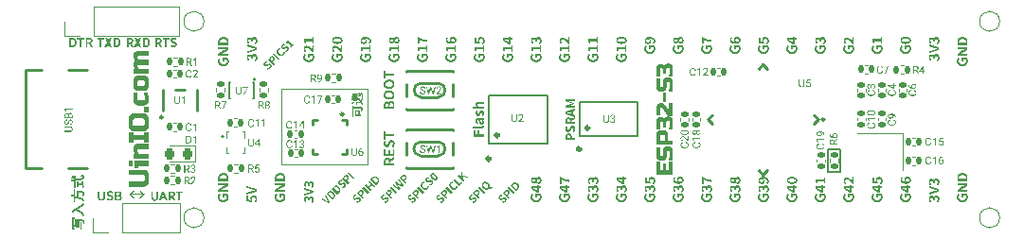
<source format=gto>
%TF.GenerationSoftware,KiCad,Pcbnew,7.0.11*%
%TF.CreationDate,2024-03-05T16:09:25+08:00*%
%TF.ProjectId,UINIO-MCU-ESP32S3,55494e49-4f2d-44d4-9355-2d4553503332,Version 3.3.0*%
%TF.SameCoordinates,PX629df6ePY56b2a99*%
%TF.FileFunction,Legend,Top*%
%TF.FilePolarity,Positive*%
%FSLAX46Y46*%
G04 Gerber Fmt 4.6, Leading zero omitted, Abs format (unit mm)*
G04 Created by KiCad (PCBNEW 7.0.11) date 2024-03-05 16:09:25*
%MOMM*%
%LPD*%
G01*
G04 APERTURE LIST*
G04 Aperture macros list*
%AMRoundRect*
0 Rectangle with rounded corners*
0 $1 Rounding radius*
0 $2 $3 $4 $5 $6 $7 $8 $9 X,Y pos of 4 corners*
0 Add a 4 corners polygon primitive as box body*
4,1,4,$2,$3,$4,$5,$6,$7,$8,$9,$2,$3,0*
0 Add four circle primitives for the rounded corners*
1,1,$1+$1,$2,$3*
1,1,$1+$1,$4,$5*
1,1,$1+$1,$6,$7*
1,1,$1+$1,$8,$9*
0 Add four rect primitives between the rounded corners*
20,1,$1+$1,$2,$3,$4,$5,0*
20,1,$1+$1,$4,$5,$6,$7,0*
20,1,$1+$1,$6,$7,$8,$9,0*
20,1,$1+$1,$8,$9,$2,$3,0*%
%AMRotRect*
0 Rectangle, with rotation*
0 The origin of the aperture is its center*
0 $1 length*
0 $2 width*
0 $3 Rotation angle, in degrees counterclockwise*
0 Add horizontal line*
21,1,$1,$2,0,0,$3*%
G04 Aperture macros list end*
%ADD10C,0.100000*%
%ADD11C,0.150000*%
%ADD12C,0.120000*%
%ADD13C,0.200000*%
%ADD14C,0.160000*%
%ADD15C,0.180000*%
%ADD16C,0.254000*%
%ADD17C,0.152000*%
%ADD18C,0.300000*%
%ADD19C,0.127000*%
%ADD20RoundRect,0.140000X0.140000X0.170000X-0.140000X0.170000X-0.140000X-0.170000X0.140000X-0.170000X0*%
%ADD21RoundRect,0.140000X-0.140000X-0.170000X0.140000X-0.170000X0.140000X0.170000X-0.140000X0.170000X0*%
%ADD22RoundRect,0.135000X0.135000X0.185000X-0.135000X0.185000X-0.135000X-0.185000X0.135000X-0.185000X0*%
%ADD23RoundRect,0.218750X0.218750X0.256250X-0.218750X0.256250X-0.218750X-0.256250X0.218750X-0.256250X0*%
%ADD24RoundRect,0.140000X0.170000X-0.140000X0.170000X0.140000X-0.170000X0.140000X-0.170000X-0.140000X0*%
%ADD25RoundRect,0.135000X0.185000X-0.135000X0.185000X0.135000X-0.185000X0.135000X-0.185000X-0.135000X0*%
%ADD26R,1.200000X0.650000*%
%ADD27RoundRect,0.140000X-0.170000X0.140000X-0.170000X-0.140000X0.170000X-0.140000X0.170000X0.140000X0*%
%ADD28RoundRect,0.135000X-0.135000X-0.185000X0.135000X-0.185000X0.135000X0.185000X-0.135000X0.185000X0*%
%ADD29R,0.250000X0.750000*%
%ADD30R,0.750000X0.250000*%
%ADD31R,1.700000X1.700000*%
%ADD32R,1.400000X1.200000*%
%ADD33C,1.200000*%
%ADD34RotRect,0.200000X0.900000X135.000000*%
%ADD35RotRect,0.200000X0.900000X225.000000*%
%ADD36RotRect,0.200000X0.900000X315.000000*%
%ADD37RotRect,0.200000X0.900000X45.000000*%
%ADD38RotRect,4.000000X4.000000X225.000000*%
%ADD39O,1.700000X1.700000*%
%ADD40C,0.650000*%
%ADD41O,2.100000X1.000000*%
%ADD42O,1.900000X1.000000*%
%ADD43R,1.150000X0.600000*%
%ADD44R,1.150000X0.300000*%
%ADD45R,0.750000X0.200000*%
%ADD46R,0.665000X0.200000*%
%ADD47R,0.200000X0.665000*%
%ADD48O,0.630000X1.865000*%
%ADD49O,0.630000X2.250000*%
%ADD50R,0.600000X1.000000*%
%ADD51R,0.420000X0.700000*%
G04 APERTURE END LIST*
D10*
X22219210Y-4405663D02*
X29989210Y-4405663D01*
X29989210Y-11175663D01*
X22219210Y-11175663D01*
X22219210Y-4405663D01*
D11*
X71100000Y-9769999D02*
X72240000Y-9769999D01*
X72240000Y-11819999D01*
X71100000Y-11819999D01*
X71100000Y-9769999D01*
G36*
X34159750Y-14507432D02*
G01*
X34170507Y-14496261D01*
X34180569Y-14484970D01*
X34189943Y-14473575D01*
X34198634Y-14462089D01*
X34206652Y-14450529D01*
X34214000Y-14438907D01*
X34220688Y-14427240D01*
X34226721Y-14415542D01*
X34232106Y-14403827D01*
X34236851Y-14392109D01*
X34240960Y-14380405D01*
X34244443Y-14368728D01*
X34247305Y-14357093D01*
X34249553Y-14345514D01*
X34251193Y-14334007D01*
X34252233Y-14322585D01*
X34252680Y-14311265D01*
X34252540Y-14300059D01*
X34251820Y-14288984D01*
X34250526Y-14278053D01*
X34248666Y-14267281D01*
X34246247Y-14256683D01*
X34243274Y-14246273D01*
X34239755Y-14236067D01*
X34235697Y-14226078D01*
X34231106Y-14216322D01*
X34225989Y-14206814D01*
X34220353Y-14197566D01*
X34214205Y-14188596D01*
X34207551Y-14179916D01*
X34200398Y-14171542D01*
X34192754Y-14163489D01*
X34185754Y-14156727D01*
X34178718Y-14150401D01*
X34171645Y-14144503D01*
X34164535Y-14139026D01*
X34157389Y-14133962D01*
X34150205Y-14129304D01*
X34142983Y-14125045D01*
X34135724Y-14121178D01*
X34128426Y-14117694D01*
X34121090Y-14114588D01*
X34113716Y-14111851D01*
X34106303Y-14109475D01*
X34098851Y-14107455D01*
X34091359Y-14105782D01*
X34083828Y-14104450D01*
X34076257Y-14103450D01*
X34068646Y-14102776D01*
X34060995Y-14102419D01*
X34053303Y-14102374D01*
X34045571Y-14102632D01*
X34037798Y-14103187D01*
X34029983Y-14104030D01*
X34022127Y-14105155D01*
X34014229Y-14106553D01*
X34006289Y-14108219D01*
X33998307Y-14110145D01*
X33990283Y-14112322D01*
X33982215Y-14114745D01*
X33974105Y-14117405D01*
X33965952Y-14120295D01*
X33957755Y-14123408D01*
X33949515Y-14126737D01*
X33853767Y-14165423D01*
X33842459Y-14170289D01*
X33831429Y-14174992D01*
X33820678Y-14179451D01*
X33810207Y-14183584D01*
X33800017Y-14187307D01*
X33790108Y-14190538D01*
X33780480Y-14193194D01*
X33771136Y-14195193D01*
X33762074Y-14196453D01*
X33753297Y-14196891D01*
X33744805Y-14196424D01*
X33736598Y-14194970D01*
X33728677Y-14192447D01*
X33721043Y-14188771D01*
X33713697Y-14183861D01*
X33706639Y-14177634D01*
X33700721Y-14171056D01*
X33695792Y-14164170D01*
X33691843Y-14157001D01*
X33688865Y-14149577D01*
X33686850Y-14141922D01*
X33685789Y-14134063D01*
X33685674Y-14126026D01*
X33686495Y-14117836D01*
X33688244Y-14109521D01*
X33690912Y-14101105D01*
X33694491Y-14092616D01*
X33698971Y-14084079D01*
X33704345Y-14075519D01*
X33710604Y-14066964D01*
X33717738Y-14058439D01*
X33725740Y-14049969D01*
X33733755Y-14042310D01*
X33741937Y-14035187D01*
X33750292Y-14028588D01*
X33758823Y-14022496D01*
X33767538Y-14016898D01*
X33776440Y-14011777D01*
X33785536Y-14007120D01*
X33794831Y-14002911D01*
X33804330Y-13999136D01*
X33814037Y-13995780D01*
X33823960Y-13992827D01*
X33834103Y-13990263D01*
X33844470Y-13988073D01*
X33855069Y-13986242D01*
X33865903Y-13984756D01*
X33876978Y-13983599D01*
X33864285Y-13866936D01*
X33856422Y-13866975D01*
X33848567Y-13867227D01*
X33840725Y-13867690D01*
X33832900Y-13868361D01*
X33825096Y-13869237D01*
X33817318Y-13870317D01*
X33809568Y-13871598D01*
X33801852Y-13873077D01*
X33794174Y-13874752D01*
X33786538Y-13876621D01*
X33778947Y-13878681D01*
X33771407Y-13880930D01*
X33763922Y-13883365D01*
X33756495Y-13885984D01*
X33749131Y-13888785D01*
X33741834Y-13891764D01*
X33734608Y-13894921D01*
X33727458Y-13898252D01*
X33720387Y-13901755D01*
X33713400Y-13905427D01*
X33706500Y-13909267D01*
X33699693Y-13913271D01*
X33692982Y-13917437D01*
X33686372Y-13921763D01*
X33679866Y-13926247D01*
X33673469Y-13930885D01*
X33667186Y-13935677D01*
X33661019Y-13940618D01*
X33654974Y-13945707D01*
X33649054Y-13950942D01*
X33643264Y-13956320D01*
X33637608Y-13961838D01*
X33628150Y-13971671D01*
X33619248Y-13981689D01*
X33610902Y-13991874D01*
X33603110Y-14002212D01*
X33595873Y-14012686D01*
X33589191Y-14023280D01*
X33583063Y-14033977D01*
X33577488Y-14044762D01*
X33572467Y-14055618D01*
X33567999Y-14066529D01*
X33564083Y-14077479D01*
X33560720Y-14088453D01*
X33557909Y-14099433D01*
X33555650Y-14110404D01*
X33553943Y-14121349D01*
X33552786Y-14132253D01*
X33552180Y-14143099D01*
X33552125Y-14153871D01*
X33552619Y-14164553D01*
X33553664Y-14175129D01*
X33555257Y-14185583D01*
X33557400Y-14195899D01*
X33560092Y-14206059D01*
X33563332Y-14216049D01*
X33567120Y-14225853D01*
X33571456Y-14235453D01*
X33576340Y-14244834D01*
X33581770Y-14253980D01*
X33587747Y-14262875D01*
X33594271Y-14271502D01*
X33601341Y-14279845D01*
X33608956Y-14287889D01*
X33616048Y-14294679D01*
X33623243Y-14300983D01*
X33630533Y-14306810D01*
X33637912Y-14312174D01*
X33645372Y-14317086D01*
X33652906Y-14321558D01*
X33660507Y-14325603D01*
X33668168Y-14329231D01*
X33675882Y-14332455D01*
X33683641Y-14335287D01*
X33691439Y-14337739D01*
X33699268Y-14339822D01*
X33707122Y-14341549D01*
X33714993Y-14342931D01*
X33722873Y-14343980D01*
X33730757Y-14344709D01*
X33738636Y-14345129D01*
X33746504Y-14345252D01*
X33754354Y-14345090D01*
X33762178Y-14344655D01*
X33769969Y-14343958D01*
X33777720Y-14343013D01*
X33785424Y-14341830D01*
X33793074Y-14340421D01*
X33800663Y-14338799D01*
X33808183Y-14336975D01*
X33815628Y-14334962D01*
X33822990Y-14332770D01*
X33830263Y-14330413D01*
X33837438Y-14327902D01*
X33844509Y-14325248D01*
X33851470Y-14322465D01*
X33949152Y-14283053D01*
X33961158Y-14278227D01*
X33972664Y-14273637D01*
X33983698Y-14269357D01*
X33994285Y-14265461D01*
X34004451Y-14262023D01*
X34014220Y-14259118D01*
X34023620Y-14256820D01*
X34032675Y-14255202D01*
X34041411Y-14254340D01*
X34049854Y-14254307D01*
X34058030Y-14255177D01*
X34065964Y-14257025D01*
X34073682Y-14259925D01*
X34081210Y-14263951D01*
X34088573Y-14269178D01*
X34095797Y-14275679D01*
X34102107Y-14282653D01*
X34107430Y-14289962D01*
X34111757Y-14297587D01*
X34115079Y-14305509D01*
X34117387Y-14313709D01*
X34118671Y-14322167D01*
X34118922Y-14330865D01*
X34118132Y-14339783D01*
X34116290Y-14348902D01*
X34113388Y-14358203D01*
X34109416Y-14367667D01*
X34104365Y-14377275D01*
X34098226Y-14387007D01*
X34090990Y-14396846D01*
X34082648Y-14406770D01*
X34073189Y-14416762D01*
X34064452Y-14424967D01*
X34055132Y-14432713D01*
X34045268Y-14439994D01*
X34034902Y-14446806D01*
X34024073Y-14453142D01*
X34012822Y-14458998D01*
X34001189Y-14464367D01*
X33989213Y-14469245D01*
X33976936Y-14473625D01*
X33964398Y-14477503D01*
X33951638Y-14480872D01*
X33938697Y-14483728D01*
X33925615Y-14486064D01*
X33912432Y-14487876D01*
X33899188Y-14489157D01*
X33885925Y-14489903D01*
X33897772Y-14619743D01*
X33906934Y-14619435D01*
X33916079Y-14618896D01*
X33925201Y-14618130D01*
X33934298Y-14617139D01*
X33943363Y-14615924D01*
X33952393Y-14614489D01*
X33961382Y-14612836D01*
X33970327Y-14610967D01*
X33979223Y-14608884D01*
X33988065Y-14606590D01*
X33996849Y-14604087D01*
X34005570Y-14601378D01*
X34014223Y-14598464D01*
X34022804Y-14595349D01*
X34031309Y-14592034D01*
X34039732Y-14588522D01*
X34048070Y-14584815D01*
X34056317Y-14580916D01*
X34064470Y-14576827D01*
X34072523Y-14572549D01*
X34080472Y-14568087D01*
X34088313Y-14563441D01*
X34096041Y-14558615D01*
X34103651Y-14553610D01*
X34111139Y-14548429D01*
X34118500Y-14543075D01*
X34125730Y-14537549D01*
X34132824Y-14531854D01*
X34139777Y-14525993D01*
X34146586Y-14519967D01*
X34153245Y-14513780D01*
X34159750Y-14507432D01*
G37*
G36*
X34313132Y-13430919D02*
G01*
X34324638Y-13432128D01*
X34336142Y-13434113D01*
X34347642Y-13436894D01*
X34359132Y-13440488D01*
X34370610Y-13444914D01*
X34382070Y-13450191D01*
X34393510Y-13456337D01*
X34404925Y-13463371D01*
X34416312Y-13471310D01*
X34427665Y-13480174D01*
X34438982Y-13489980D01*
X34450258Y-13500748D01*
X34460675Y-13511677D01*
X34470220Y-13522740D01*
X34478907Y-13533929D01*
X34486749Y-13545233D01*
X34493761Y-13556642D01*
X34499957Y-13568145D01*
X34505351Y-13579733D01*
X34509957Y-13591396D01*
X34513788Y-13603123D01*
X34516859Y-13614904D01*
X34519184Y-13626730D01*
X34520777Y-13638590D01*
X34521651Y-13650474D01*
X34521821Y-13662372D01*
X34521301Y-13674273D01*
X34520104Y-13686169D01*
X34518246Y-13698048D01*
X34515738Y-13709901D01*
X34512597Y-13721718D01*
X34508835Y-13733488D01*
X34504467Y-13745201D01*
X34499506Y-13756847D01*
X34493967Y-13768417D01*
X34487864Y-13779900D01*
X34481210Y-13791285D01*
X34474020Y-13802564D01*
X34466307Y-13813725D01*
X34458086Y-13824759D01*
X34449370Y-13835655D01*
X34440174Y-13846404D01*
X34430512Y-13856996D01*
X34420397Y-13867419D01*
X34351850Y-13935966D01*
X34533796Y-14117912D01*
X34431157Y-14220551D01*
X33920500Y-13709894D01*
X33941293Y-13689101D01*
X34104985Y-13689101D01*
X34270730Y-13854846D01*
X34332386Y-13793190D01*
X34338812Y-13786593D01*
X34344853Y-13780038D01*
X34350508Y-13773526D01*
X34355780Y-13767056D01*
X34360667Y-13760628D01*
X34365172Y-13754240D01*
X34369293Y-13747894D01*
X34373033Y-13741588D01*
X34376391Y-13735322D01*
X34379369Y-13729095D01*
X34384183Y-13716759D01*
X34387481Y-13704578D01*
X34389267Y-13692546D01*
X34389545Y-13680662D01*
X34388321Y-13668922D01*
X34385598Y-13657323D01*
X34381382Y-13645862D01*
X34375677Y-13634536D01*
X34368488Y-13623340D01*
X34364338Y-13617791D01*
X34359819Y-13612274D01*
X34354930Y-13606787D01*
X34349674Y-13601332D01*
X34344181Y-13596057D01*
X34338694Y-13591225D01*
X34327725Y-13582869D01*
X34316747Y-13576232D01*
X34305737Y-13571278D01*
X34294673Y-13567975D01*
X34283533Y-13566289D01*
X34272295Y-13566186D01*
X34260938Y-13567632D01*
X34249439Y-13570595D01*
X34237776Y-13575040D01*
X34225928Y-13580933D01*
X34219928Y-13584412D01*
X34213872Y-13588241D01*
X34207760Y-13592415D01*
X34201587Y-13596931D01*
X34195351Y-13601783D01*
X34189050Y-13606968D01*
X34182681Y-13612481D01*
X34176240Y-13618319D01*
X34169726Y-13624477D01*
X34163135Y-13630951D01*
X34104985Y-13689101D01*
X33941293Y-13689101D01*
X34088906Y-13541489D01*
X34099600Y-13531033D01*
X34110372Y-13520985D01*
X34121219Y-13511364D01*
X34132136Y-13502187D01*
X34143119Y-13493474D01*
X34154165Y-13485243D01*
X34165269Y-13477512D01*
X34176427Y-13470299D01*
X34187636Y-13463624D01*
X34198892Y-13457504D01*
X34210190Y-13451959D01*
X34221526Y-13447005D01*
X34232897Y-13442663D01*
X34244299Y-13438950D01*
X34255728Y-13435885D01*
X34267179Y-13433485D01*
X34278649Y-13431771D01*
X34290134Y-13430759D01*
X34301630Y-13430469D01*
X34313132Y-13430919D01*
G37*
G36*
X34892972Y-13758736D02*
G01*
X34995611Y-13656097D01*
X34484955Y-13145440D01*
X34382315Y-13248079D01*
X34892972Y-13758736D01*
G37*
G36*
X35338708Y-13328474D02*
G01*
X35344842Y-13322187D01*
X35350752Y-13315816D01*
X35356441Y-13309363D01*
X35361908Y-13302827D01*
X35367153Y-13296211D01*
X35372178Y-13289513D01*
X35376983Y-13282736D01*
X35381567Y-13275879D01*
X35385932Y-13268944D01*
X35390078Y-13261931D01*
X35394006Y-13254842D01*
X35397716Y-13247676D01*
X35401208Y-13240434D01*
X35404483Y-13233118D01*
X35407541Y-13225727D01*
X35410383Y-13218264D01*
X35413010Y-13210727D01*
X35415421Y-13203119D01*
X35417618Y-13195440D01*
X35419600Y-13187690D01*
X35421368Y-13179871D01*
X35422923Y-13171982D01*
X35424265Y-13164026D01*
X35425395Y-13156001D01*
X35426313Y-13147911D01*
X35427019Y-13139754D01*
X35427514Y-13131531D01*
X35427798Y-13123245D01*
X35427873Y-13114894D01*
X35427738Y-13106480D01*
X35427393Y-13098004D01*
X35426840Y-13089466D01*
X35308727Y-13079432D01*
X35308973Y-13090210D01*
X35308837Y-13100912D01*
X35308294Y-13111525D01*
X35307321Y-13122040D01*
X35305895Y-13132444D01*
X35303992Y-13142726D01*
X35301589Y-13152875D01*
X35298662Y-13162879D01*
X35295189Y-13172728D01*
X35291145Y-13182409D01*
X35286508Y-13191912D01*
X35281253Y-13201225D01*
X35275359Y-13210337D01*
X35268800Y-13219237D01*
X35261555Y-13227912D01*
X35253599Y-13236353D01*
X35245881Y-13243676D01*
X35237943Y-13250436D01*
X35229793Y-13256633D01*
X35221441Y-13262265D01*
X35212894Y-13267334D01*
X35204161Y-13271839D01*
X35195252Y-13275780D01*
X35186174Y-13279157D01*
X35176936Y-13281968D01*
X35167548Y-13284215D01*
X35158017Y-13285898D01*
X35148352Y-13287015D01*
X35138561Y-13287566D01*
X35128655Y-13287553D01*
X35118640Y-13286973D01*
X35108526Y-13285828D01*
X35098321Y-13284117D01*
X35088035Y-13281840D01*
X35077675Y-13278996D01*
X35067250Y-13275586D01*
X35056769Y-13271610D01*
X35046240Y-13267066D01*
X35035673Y-13261955D01*
X35025075Y-13256277D01*
X35014456Y-13250032D01*
X35003824Y-13243219D01*
X34993187Y-13235839D01*
X34982555Y-13227890D01*
X34971936Y-13219373D01*
X34961338Y-13210288D01*
X34950770Y-13200635D01*
X34940241Y-13190413D01*
X34930159Y-13179991D01*
X34920671Y-13169498D01*
X34911777Y-13158945D01*
X34903472Y-13148343D01*
X34895754Y-13137702D01*
X34888620Y-13127035D01*
X34882067Y-13116353D01*
X34876092Y-13105666D01*
X34870692Y-13094987D01*
X34865865Y-13084325D01*
X34861607Y-13073694D01*
X34857915Y-13063103D01*
X34854787Y-13052564D01*
X34852220Y-13042089D01*
X34850210Y-13031688D01*
X34848755Y-13021373D01*
X34847852Y-13011155D01*
X34847497Y-13001045D01*
X34847689Y-12991055D01*
X34848423Y-12981195D01*
X34849698Y-12971478D01*
X34851510Y-12961914D01*
X34853856Y-12952514D01*
X34856734Y-12943290D01*
X34860140Y-12934253D01*
X34864072Y-12925415D01*
X34868526Y-12916786D01*
X34873499Y-12908377D01*
X34878990Y-12900201D01*
X34884994Y-12892268D01*
X34891510Y-12884589D01*
X34898533Y-12877176D01*
X34905914Y-12870212D01*
X34913500Y-12863856D01*
X34921282Y-12858083D01*
X34929253Y-12852871D01*
X34937405Y-12848195D01*
X34945729Y-12844031D01*
X34954218Y-12840356D01*
X34962864Y-12837145D01*
X34971658Y-12834375D01*
X34980593Y-12832022D01*
X34989661Y-12830061D01*
X34998854Y-12828469D01*
X35008164Y-12827222D01*
X35017583Y-12826297D01*
X35027102Y-12825668D01*
X35036715Y-12825313D01*
X35024626Y-12706595D01*
X35011716Y-12706589D01*
X34998498Y-12707137D01*
X34985020Y-12708271D01*
X34978200Y-12709068D01*
X34971332Y-12710023D01*
X34964424Y-12711142D01*
X34957481Y-12712427D01*
X34950510Y-12713883D01*
X34943517Y-12715514D01*
X34936508Y-12717324D01*
X34929488Y-12719317D01*
X34922465Y-12721497D01*
X34915443Y-12723868D01*
X34908430Y-12726434D01*
X34901431Y-12729199D01*
X34894452Y-12732168D01*
X34887499Y-12735344D01*
X34880579Y-12738731D01*
X34873698Y-12742334D01*
X34866861Y-12746156D01*
X34860076Y-12750202D01*
X34853346Y-12754475D01*
X34846680Y-12758980D01*
X34840083Y-12763720D01*
X34833561Y-12768701D01*
X34827120Y-12773925D01*
X34820767Y-12779396D01*
X34814507Y-12785120D01*
X34808346Y-12791100D01*
X34796550Y-12803476D01*
X34785468Y-12816290D01*
X34775111Y-12829522D01*
X34765490Y-12843149D01*
X34756616Y-12857151D01*
X34748500Y-12871505D01*
X34741152Y-12886191D01*
X34734584Y-12901187D01*
X34728806Y-12916472D01*
X34723829Y-12932024D01*
X34719665Y-12947823D01*
X34716323Y-12963846D01*
X34713816Y-12980073D01*
X34712153Y-12996482D01*
X34711345Y-13013051D01*
X34711404Y-13029760D01*
X34712341Y-13046586D01*
X34714165Y-13063510D01*
X34716889Y-13080508D01*
X34720522Y-13097560D01*
X34725076Y-13114645D01*
X34730562Y-13131741D01*
X34736991Y-13148827D01*
X34744372Y-13165881D01*
X34752718Y-13182882D01*
X34762040Y-13199809D01*
X34772347Y-13216640D01*
X34783651Y-13233354D01*
X34795963Y-13249930D01*
X34809293Y-13266346D01*
X34823653Y-13282581D01*
X34839053Y-13298613D01*
X34855244Y-13314192D01*
X34871571Y-13328702D01*
X34888017Y-13342157D01*
X34904565Y-13354569D01*
X34921196Y-13365950D01*
X34937895Y-13376312D01*
X34954644Y-13385667D01*
X34971425Y-13394029D01*
X34988220Y-13401408D01*
X35005013Y-13407818D01*
X35021787Y-13413271D01*
X35038523Y-13417780D01*
X35055204Y-13421355D01*
X35071814Y-13424010D01*
X35088334Y-13425758D01*
X35104748Y-13426610D01*
X35121038Y-13426578D01*
X35137186Y-13425675D01*
X35153176Y-13423914D01*
X35168990Y-13421306D01*
X35184610Y-13417864D01*
X35200020Y-13413601D01*
X35215202Y-13408528D01*
X35230138Y-13402657D01*
X35244811Y-13396002D01*
X35259204Y-13388575D01*
X35273300Y-13380387D01*
X35287081Y-13371451D01*
X35300529Y-13361779D01*
X35313628Y-13351384D01*
X35326360Y-13340278D01*
X35338708Y-13328474D01*
G37*
G36*
X35716381Y-12950801D02*
G01*
X35727139Y-12939629D01*
X35737201Y-12928338D01*
X35746574Y-12916943D01*
X35755266Y-12905457D01*
X35763283Y-12893897D01*
X35770632Y-12882276D01*
X35777320Y-12870608D01*
X35783353Y-12858910D01*
X35788738Y-12847195D01*
X35793482Y-12835478D01*
X35797592Y-12823773D01*
X35801075Y-12812096D01*
X35803936Y-12800461D01*
X35806184Y-12788882D01*
X35807825Y-12777375D01*
X35808865Y-12765954D01*
X35809312Y-12754633D01*
X35809172Y-12743428D01*
X35808452Y-12732352D01*
X35807158Y-12721421D01*
X35805298Y-12710649D01*
X35802878Y-12700051D01*
X35799906Y-12689642D01*
X35796387Y-12679435D01*
X35792328Y-12669447D01*
X35787737Y-12659691D01*
X35782621Y-12650182D01*
X35776985Y-12640935D01*
X35770836Y-12631964D01*
X35764182Y-12623284D01*
X35757030Y-12614911D01*
X35749385Y-12606857D01*
X35742386Y-12600096D01*
X35735349Y-12593770D01*
X35728277Y-12587872D01*
X35721167Y-12582394D01*
X35714020Y-12577331D01*
X35706836Y-12572673D01*
X35699615Y-12568414D01*
X35692355Y-12564546D01*
X35685058Y-12561063D01*
X35677722Y-12557956D01*
X35670348Y-12555219D01*
X35662934Y-12552844D01*
X35655482Y-12550824D01*
X35647991Y-12549151D01*
X35640460Y-12547818D01*
X35632889Y-12546818D01*
X35625278Y-12546144D01*
X35617627Y-12545788D01*
X35609935Y-12545742D01*
X35602203Y-12546001D01*
X35594429Y-12546555D01*
X35586615Y-12547398D01*
X35578759Y-12548523D01*
X35570861Y-12549922D01*
X35562921Y-12551588D01*
X35554939Y-12553513D01*
X35546914Y-12555691D01*
X35538847Y-12558113D01*
X35530737Y-12560773D01*
X35522584Y-12563663D01*
X35514387Y-12566777D01*
X35506146Y-12570105D01*
X35410398Y-12608792D01*
X35399090Y-12613657D01*
X35388060Y-12618361D01*
X35377310Y-12622820D01*
X35366839Y-12626952D01*
X35356648Y-12630675D01*
X35346739Y-12633906D01*
X35337112Y-12636562D01*
X35327767Y-12638562D01*
X35318706Y-12639822D01*
X35309929Y-12640259D01*
X35301436Y-12639793D01*
X35293229Y-12638339D01*
X35285309Y-12635815D01*
X35277675Y-12632140D01*
X35270328Y-12627229D01*
X35263270Y-12621002D01*
X35257353Y-12614424D01*
X35252424Y-12607538D01*
X35248475Y-12600370D01*
X35245497Y-12592945D01*
X35243482Y-12585290D01*
X35242421Y-12577431D01*
X35242305Y-12569394D01*
X35243126Y-12561205D01*
X35244875Y-12552889D01*
X35247544Y-12544474D01*
X35251122Y-12535984D01*
X35255603Y-12527447D01*
X35260977Y-12518887D01*
X35267236Y-12510332D01*
X35274370Y-12501807D01*
X35282372Y-12493338D01*
X35290387Y-12485678D01*
X35298569Y-12478556D01*
X35306923Y-12471956D01*
X35315455Y-12465865D01*
X35324170Y-12460266D01*
X35333072Y-12455146D01*
X35342168Y-12450488D01*
X35351463Y-12446280D01*
X35360961Y-12442505D01*
X35370669Y-12439148D01*
X35380592Y-12436195D01*
X35390734Y-12433631D01*
X35401102Y-12431441D01*
X35411700Y-12429611D01*
X35422535Y-12428124D01*
X35433610Y-12426967D01*
X35420916Y-12310304D01*
X35413053Y-12310343D01*
X35405199Y-12310596D01*
X35397357Y-12311058D01*
X35389532Y-12311729D01*
X35381728Y-12312606D01*
X35373949Y-12313685D01*
X35366200Y-12314966D01*
X35358484Y-12316445D01*
X35350806Y-12318120D01*
X35343169Y-12319989D01*
X35335579Y-12322049D01*
X35328039Y-12324298D01*
X35320554Y-12326733D01*
X35313127Y-12329352D01*
X35305763Y-12332153D01*
X35298466Y-12335133D01*
X35291240Y-12338289D01*
X35284089Y-12341620D01*
X35277018Y-12345123D01*
X35270031Y-12348795D01*
X35263132Y-12352635D01*
X35256325Y-12356639D01*
X35249614Y-12360805D01*
X35243004Y-12365131D01*
X35236498Y-12369615D01*
X35230101Y-12374254D01*
X35223817Y-12379045D01*
X35217651Y-12383986D01*
X35211605Y-12389076D01*
X35205686Y-12394310D01*
X35199896Y-12399688D01*
X35194240Y-12405206D01*
X35184782Y-12415039D01*
X35175880Y-12425057D01*
X35167533Y-12435243D01*
X35159742Y-12445581D01*
X35152505Y-12456054D01*
X35145823Y-12466648D01*
X35139694Y-12477345D01*
X35134120Y-12488130D01*
X35129098Y-12498986D01*
X35124630Y-12509897D01*
X35120715Y-12520848D01*
X35117352Y-12531821D01*
X35114541Y-12542801D01*
X35112282Y-12553772D01*
X35110574Y-12564717D01*
X35109418Y-12575621D01*
X35108812Y-12586467D01*
X35108756Y-12597240D01*
X35109251Y-12607922D01*
X35110295Y-12618498D01*
X35111889Y-12628952D01*
X35114032Y-12639267D01*
X35116724Y-12649428D01*
X35119964Y-12659418D01*
X35123752Y-12669221D01*
X35128088Y-12678821D01*
X35132971Y-12688203D01*
X35138402Y-12697349D01*
X35144379Y-12706243D01*
X35150903Y-12714870D01*
X35157972Y-12723214D01*
X35165588Y-12731257D01*
X35172680Y-12738048D01*
X35179875Y-12744351D01*
X35187165Y-12750178D01*
X35194544Y-12755542D01*
X35202003Y-12760454D01*
X35209538Y-12764927D01*
X35217139Y-12768971D01*
X35224800Y-12772599D01*
X35232513Y-12775823D01*
X35240273Y-12778655D01*
X35248071Y-12781107D01*
X35255900Y-12783190D01*
X35263754Y-12784917D01*
X35271624Y-12786299D01*
X35279505Y-12787349D01*
X35287389Y-12788077D01*
X35295268Y-12788497D01*
X35303136Y-12788620D01*
X35310986Y-12788458D01*
X35318809Y-12788023D01*
X35326600Y-12787327D01*
X35334352Y-12786381D01*
X35342056Y-12785198D01*
X35349706Y-12783789D01*
X35357295Y-12782167D01*
X35364815Y-12780344D01*
X35372260Y-12778330D01*
X35379622Y-12776139D01*
X35386894Y-12773781D01*
X35394070Y-12771270D01*
X35401141Y-12768617D01*
X35408101Y-12765833D01*
X35505784Y-12726421D01*
X35517789Y-12721596D01*
X35529296Y-12717006D01*
X35540330Y-12712726D01*
X35550917Y-12708829D01*
X35561082Y-12705392D01*
X35570852Y-12702487D01*
X35580251Y-12700188D01*
X35589306Y-12698570D01*
X35598043Y-12697708D01*
X35606486Y-12697675D01*
X35614662Y-12698545D01*
X35622596Y-12700393D01*
X35630314Y-12703293D01*
X35637841Y-12707319D01*
X35645204Y-12712546D01*
X35652428Y-12719047D01*
X35658738Y-12726021D01*
X35664062Y-12733330D01*
X35668389Y-12740956D01*
X35671711Y-12748878D01*
X35674019Y-12757077D01*
X35675303Y-12765535D01*
X35675554Y-12774233D01*
X35674763Y-12783151D01*
X35672922Y-12792270D01*
X35670019Y-12801571D01*
X35666047Y-12811035D01*
X35660997Y-12820643D01*
X35654858Y-12830376D01*
X35647622Y-12840214D01*
X35639279Y-12850138D01*
X35629821Y-12860130D01*
X35621084Y-12868335D01*
X35611763Y-12876081D01*
X35601900Y-12883363D01*
X35591534Y-12890174D01*
X35580705Y-12896511D01*
X35569454Y-12902366D01*
X35557820Y-12907736D01*
X35545845Y-12912613D01*
X35533568Y-12916994D01*
X35521029Y-12920871D01*
X35508269Y-12924241D01*
X35495328Y-12927096D01*
X35482246Y-12929432D01*
X35469063Y-12931244D01*
X35455820Y-12932525D01*
X35442556Y-12933271D01*
X35454404Y-13063111D01*
X35463566Y-13062803D01*
X35472710Y-13062264D01*
X35481833Y-13061498D01*
X35490929Y-13060507D01*
X35499995Y-13059293D01*
X35509025Y-13057858D01*
X35518014Y-13056204D01*
X35526959Y-13054335D01*
X35535855Y-13052252D01*
X35544697Y-13049959D01*
X35553480Y-13047456D01*
X35562201Y-13044746D01*
X35570854Y-13041833D01*
X35579436Y-13038717D01*
X35587940Y-13035402D01*
X35596364Y-13031890D01*
X35604701Y-13028184D01*
X35612949Y-13024284D01*
X35621102Y-13020195D01*
X35629155Y-13015918D01*
X35637104Y-13011455D01*
X35644945Y-13006810D01*
X35652673Y-13001983D01*
X35660283Y-12996979D01*
X35667771Y-12991798D01*
X35675132Y-12986443D01*
X35682361Y-12980918D01*
X35689455Y-12975223D01*
X35696409Y-12969361D01*
X35703217Y-12963336D01*
X35709876Y-12957148D01*
X35716381Y-12950801D01*
G37*
G36*
X35782935Y-11947789D02*
G01*
X35796401Y-11949037D01*
X35810059Y-11951083D01*
X35823900Y-11953929D01*
X35837918Y-11957580D01*
X35852105Y-11962039D01*
X35866454Y-11967311D01*
X35880958Y-11973400D01*
X35895609Y-11980308D01*
X35910399Y-11988041D01*
X35925322Y-11996601D01*
X35940370Y-12005993D01*
X35955536Y-12016221D01*
X35970813Y-12027289D01*
X35986193Y-12039200D01*
X36001669Y-12051958D01*
X36017233Y-12065567D01*
X36032879Y-12080031D01*
X36048598Y-12095355D01*
X36064063Y-12111216D01*
X36078679Y-12127013D01*
X36092450Y-12142739D01*
X36105377Y-12158384D01*
X36117465Y-12173941D01*
X36128716Y-12189401D01*
X36139133Y-12204756D01*
X36148719Y-12219998D01*
X36157477Y-12235118D01*
X36165409Y-12250109D01*
X36172519Y-12264960D01*
X36178809Y-12279666D01*
X36184282Y-12294216D01*
X36188942Y-12308604D01*
X36192791Y-12322819D01*
X36195832Y-12336856D01*
X36198068Y-12350704D01*
X36199502Y-12364355D01*
X36200136Y-12377802D01*
X36199974Y-12391036D01*
X36199019Y-12404049D01*
X36197273Y-12416832D01*
X36194739Y-12429377D01*
X36191421Y-12441676D01*
X36187321Y-12453721D01*
X36182442Y-12465503D01*
X36176787Y-12477013D01*
X36170358Y-12488245D01*
X36163160Y-12499189D01*
X36155194Y-12509836D01*
X36146464Y-12520180D01*
X36136972Y-12530210D01*
X36126928Y-12539715D01*
X36116569Y-12548461D01*
X36105904Y-12556445D01*
X36094940Y-12563663D01*
X36083687Y-12570113D01*
X36072152Y-12575793D01*
X36060345Y-12580697D01*
X36048273Y-12584824D01*
X36035946Y-12588171D01*
X36023371Y-12590734D01*
X36010558Y-12592510D01*
X35997515Y-12593496D01*
X35984249Y-12593689D01*
X35970771Y-12593086D01*
X35957088Y-12591683D01*
X35943209Y-12589479D01*
X35929142Y-12586469D01*
X35914895Y-12582650D01*
X35900478Y-12578020D01*
X35885899Y-12572575D01*
X35871166Y-12566313D01*
X35856288Y-12559229D01*
X35841273Y-12551322D01*
X35826130Y-12542587D01*
X35810868Y-12533022D01*
X35795494Y-12522624D01*
X35780017Y-12511389D01*
X35764446Y-12499315D01*
X35748789Y-12486399D01*
X35733056Y-12472636D01*
X35717253Y-12458025D01*
X35701390Y-12442562D01*
X35686005Y-12426777D01*
X35671490Y-12411071D01*
X35657841Y-12395450D01*
X35645053Y-12379923D01*
X35633123Y-12364495D01*
X35622044Y-12349175D01*
X35611814Y-12333969D01*
X35602427Y-12318884D01*
X35593880Y-12303928D01*
X35586166Y-12289107D01*
X35579284Y-12274430D01*
X35573226Y-12259902D01*
X35567990Y-12245532D01*
X35563571Y-12231325D01*
X35559963Y-12217290D01*
X35557164Y-12203434D01*
X35555168Y-12189763D01*
X35553970Y-12176285D01*
X35553567Y-12163006D01*
X35553954Y-12149935D01*
X35554066Y-12148709D01*
X35673644Y-12148709D01*
X35674524Y-12161930D01*
X35675691Y-12168917D01*
X35677362Y-12176166D01*
X35679554Y-12183683D01*
X35682281Y-12191475D01*
X35685558Y-12199549D01*
X35689400Y-12207913D01*
X35693824Y-12216573D01*
X35698843Y-12225537D01*
X35704474Y-12234811D01*
X35710731Y-12244403D01*
X35717630Y-12254321D01*
X35725185Y-12264570D01*
X35733413Y-12275159D01*
X35742328Y-12286093D01*
X35751945Y-12297381D01*
X35762280Y-12309030D01*
X35773348Y-12321046D01*
X35785164Y-12333437D01*
X35797743Y-12346210D01*
X35810604Y-12358878D01*
X35823102Y-12370800D01*
X35835241Y-12381991D01*
X35847027Y-12392463D01*
X35858467Y-12402232D01*
X35869566Y-12411311D01*
X35880329Y-12419714D01*
X35890763Y-12427454D01*
X35900874Y-12434546D01*
X35910666Y-12441003D01*
X35920146Y-12446840D01*
X35929320Y-12452069D01*
X35938193Y-12456705D01*
X35946771Y-12460762D01*
X35955060Y-12464254D01*
X35963066Y-12467194D01*
X35970793Y-12469597D01*
X35978249Y-12471476D01*
X35985439Y-12472845D01*
X35992368Y-12473717D01*
X36005469Y-12474030D01*
X36017596Y-12472525D01*
X36028798Y-12469313D01*
X36039118Y-12464504D01*
X36048605Y-12458210D01*
X36057302Y-12450541D01*
X36064943Y-12441871D01*
X36071199Y-12432423D01*
X36075962Y-12422148D01*
X36079122Y-12410999D01*
X36080570Y-12398929D01*
X36080196Y-12385890D01*
X36079292Y-12378992D01*
X36077892Y-12371833D01*
X36075981Y-12364409D01*
X36073548Y-12356712D01*
X36070576Y-12348738D01*
X36067054Y-12340479D01*
X36062967Y-12331931D01*
X36058302Y-12323087D01*
X36053045Y-12313940D01*
X36047183Y-12304486D01*
X36040701Y-12294719D01*
X36033586Y-12284631D01*
X36025825Y-12274218D01*
X36017404Y-12263473D01*
X36008308Y-12252391D01*
X35998525Y-12240965D01*
X35988041Y-12229190D01*
X35976843Y-12217059D01*
X35964915Y-12204567D01*
X35952246Y-12191707D01*
X35939475Y-12179126D01*
X35927089Y-12167305D01*
X35915081Y-12156229D01*
X35903444Y-12145883D01*
X35892169Y-12136252D01*
X35881251Y-12127321D01*
X35870681Y-12119074D01*
X35860453Y-12111498D01*
X35850559Y-12104576D01*
X35840991Y-12098294D01*
X35831742Y-12092637D01*
X35822806Y-12087590D01*
X35814175Y-12083138D01*
X35805841Y-12079266D01*
X35797797Y-12075958D01*
X35790036Y-12073201D01*
X35782550Y-12070978D01*
X35775333Y-12069275D01*
X35761674Y-12067368D01*
X35749001Y-12067360D01*
X35737254Y-12069132D01*
X35726376Y-12072562D01*
X35716308Y-12077532D01*
X35706991Y-12083920D01*
X35698368Y-12091607D01*
X35694357Y-12095848D01*
X35687271Y-12104844D01*
X35681535Y-12114571D01*
X35677271Y-12125087D01*
X35674600Y-12136447D01*
X35673644Y-12148709D01*
X35554066Y-12148709D01*
X35555126Y-12137078D01*
X35557079Y-12124442D01*
X35559809Y-12112034D01*
X35563310Y-12099862D01*
X35567580Y-12087932D01*
X35572612Y-12076252D01*
X35578402Y-12064829D01*
X35584947Y-12053670D01*
X35592242Y-12042782D01*
X35600281Y-12032173D01*
X35609061Y-12021848D01*
X35618578Y-12011817D01*
X35628599Y-12002315D01*
X35638914Y-11993556D01*
X35649515Y-11985544D01*
X35660395Y-11978282D01*
X35671547Y-11971774D01*
X35682964Y-11966025D01*
X35694637Y-11961037D01*
X35706560Y-11956816D01*
X35718726Y-11953364D01*
X35731127Y-11950686D01*
X35743756Y-11948786D01*
X35756605Y-11947667D01*
X35769667Y-11947333D01*
X35782935Y-11947789D01*
G37*
G36*
X53121068Y-14094745D02*
G01*
X53120922Y-14082626D01*
X53120487Y-14070632D01*
X53119773Y-14058767D01*
X53118784Y-14047036D01*
X53117529Y-14035444D01*
X53116015Y-14023996D01*
X53114249Y-14012696D01*
X53112237Y-14001549D01*
X53109988Y-13990559D01*
X53107508Y-13979732D01*
X53104804Y-13969073D01*
X53101883Y-13958585D01*
X53098753Y-13948274D01*
X53095421Y-13938145D01*
X53091893Y-13928202D01*
X53088178Y-13918450D01*
X53084281Y-13908894D01*
X53080210Y-13899539D01*
X53075973Y-13890388D01*
X53071577Y-13881448D01*
X53067027Y-13872722D01*
X53062333Y-13864216D01*
X53057500Y-13855934D01*
X53052536Y-13847882D01*
X53047448Y-13840063D01*
X53042243Y-13832482D01*
X53036929Y-13825145D01*
X53031512Y-13818056D01*
X53020399Y-13804641D01*
X53008960Y-13792274D01*
X52586469Y-13792274D01*
X52586469Y-14123761D01*
X52739023Y-14123761D01*
X52739023Y-13958677D01*
X52924330Y-13958677D01*
X52930491Y-13966583D01*
X52936106Y-13975396D01*
X52941161Y-13985012D01*
X52945644Y-13995331D01*
X52949542Y-14006250D01*
X52952841Y-14017666D01*
X52955528Y-14029478D01*
X52957592Y-14041583D01*
X52959017Y-14053880D01*
X52959792Y-14066265D01*
X52959941Y-14074521D01*
X52959582Y-14091504D01*
X52958509Y-14107955D01*
X52956730Y-14123872D01*
X52954254Y-14139257D01*
X52951088Y-14154107D01*
X52947239Y-14168424D01*
X52942716Y-14182206D01*
X52937526Y-14195453D01*
X52931678Y-14208164D01*
X52925178Y-14220339D01*
X52918036Y-14231978D01*
X52910258Y-14243081D01*
X52901852Y-14253646D01*
X52892827Y-14263673D01*
X52883189Y-14273162D01*
X52872948Y-14282113D01*
X52862110Y-14290524D01*
X52850683Y-14298396D01*
X52838676Y-14305728D01*
X52826096Y-14312520D01*
X52812951Y-14318771D01*
X52799249Y-14324481D01*
X52784997Y-14329649D01*
X52770203Y-14334275D01*
X52754876Y-14338358D01*
X52739022Y-14341899D01*
X52722650Y-14344896D01*
X52705768Y-14347349D01*
X52688383Y-14349257D01*
X52670503Y-14350621D01*
X52652136Y-14351440D01*
X52633290Y-14351713D01*
X52614669Y-14351397D01*
X52596521Y-14350458D01*
X52578854Y-14348906D01*
X52561677Y-14346753D01*
X52544997Y-14344011D01*
X52528822Y-14340690D01*
X52513159Y-14336802D01*
X52498016Y-14332358D01*
X52483401Y-14327370D01*
X52469321Y-14321849D01*
X52455785Y-14315805D01*
X52442799Y-14309251D01*
X52430372Y-14302198D01*
X52418511Y-14294657D01*
X52407224Y-14286639D01*
X52396518Y-14278156D01*
X52386402Y-14269219D01*
X52376883Y-14259839D01*
X52367968Y-14250028D01*
X52359666Y-14239796D01*
X52351983Y-14229156D01*
X52344929Y-14218119D01*
X52338509Y-14206695D01*
X52332733Y-14194896D01*
X52327608Y-14182734D01*
X52323141Y-14170220D01*
X52319340Y-14157364D01*
X52316213Y-14144179D01*
X52313767Y-14130676D01*
X52312011Y-14116866D01*
X52310952Y-14102760D01*
X52310597Y-14088370D01*
X52310990Y-14072905D01*
X52312148Y-14058141D01*
X52314034Y-14044039D01*
X52316614Y-14030565D01*
X52319854Y-14017680D01*
X52323719Y-14005348D01*
X52328174Y-13993533D01*
X52333183Y-13982198D01*
X52338713Y-13971305D01*
X52344729Y-13960819D01*
X52351195Y-13950703D01*
X52358078Y-13940920D01*
X52365341Y-13931433D01*
X52372951Y-13922205D01*
X52380873Y-13913201D01*
X52389072Y-13904382D01*
X52270150Y-13806123D01*
X52258626Y-13817846D01*
X52247268Y-13830354D01*
X52236157Y-13843659D01*
X52230719Y-13850614D01*
X52225373Y-13857774D01*
X52220127Y-13865138D01*
X52214994Y-13872710D01*
X52209981Y-13880490D01*
X52205100Y-13888480D01*
X52200360Y-13896682D01*
X52195771Y-13905097D01*
X52191343Y-13913726D01*
X52187086Y-13922572D01*
X52183010Y-13931635D01*
X52179126Y-13940918D01*
X52175441Y-13950421D01*
X52171968Y-13960146D01*
X52168716Y-13970096D01*
X52165694Y-13980270D01*
X52162912Y-13990672D01*
X52160382Y-14001301D01*
X52158112Y-14012161D01*
X52156112Y-14023252D01*
X52154392Y-14034576D01*
X52152963Y-14046135D01*
X52151835Y-14057929D01*
X52151016Y-14069962D01*
X52150517Y-14082233D01*
X52150349Y-14094745D01*
X52150876Y-14117863D01*
X52152451Y-14140667D01*
X52155065Y-14163128D01*
X52158707Y-14185219D01*
X52163368Y-14206914D01*
X52169038Y-14228184D01*
X52175709Y-14249001D01*
X52183370Y-14269339D01*
X52192012Y-14289170D01*
X52201625Y-14308466D01*
X52212200Y-14327200D01*
X52223726Y-14345344D01*
X52236196Y-14362872D01*
X52249598Y-14379754D01*
X52263923Y-14395965D01*
X52279163Y-14411476D01*
X52295306Y-14426260D01*
X52312344Y-14440289D01*
X52330267Y-14453536D01*
X52349066Y-14465974D01*
X52368730Y-14477575D01*
X52389251Y-14488311D01*
X52410618Y-14498155D01*
X52432823Y-14507080D01*
X52455855Y-14515057D01*
X52479705Y-14522061D01*
X52504363Y-14528062D01*
X52529820Y-14533033D01*
X52556067Y-14536948D01*
X52583093Y-14539778D01*
X52610889Y-14541497D01*
X52639445Y-14542076D01*
X52668348Y-14541511D01*
X52696402Y-14539834D01*
X52723604Y-14537069D01*
X52749948Y-14533241D01*
X52775431Y-14528374D01*
X52800047Y-14522494D01*
X52823792Y-14515624D01*
X52846662Y-14507791D01*
X52868652Y-14499017D01*
X52889757Y-14489329D01*
X52909973Y-14478751D01*
X52929296Y-14467307D01*
X52947720Y-14455023D01*
X52965241Y-14441922D01*
X52981855Y-14428030D01*
X52997557Y-14413372D01*
X53012343Y-14397971D01*
X53026208Y-14381854D01*
X53039147Y-14365044D01*
X53051157Y-14347566D01*
X53062231Y-14329445D01*
X53072367Y-14310706D01*
X53081559Y-14291374D01*
X53089802Y-14271472D01*
X53097093Y-14251026D01*
X53103426Y-14230061D01*
X53108798Y-14208601D01*
X53113203Y-14186671D01*
X53116637Y-14164296D01*
X53119096Y-14141500D01*
X53120574Y-14118308D01*
X53121068Y-14094745D01*
G37*
G36*
X53121068Y-13361870D02*
G01*
X53120785Y-13345303D01*
X53119939Y-13328919D01*
X53118535Y-13312742D01*
X53116579Y-13296792D01*
X53114076Y-13281094D01*
X53111031Y-13265669D01*
X53107449Y-13250539D01*
X53103335Y-13235728D01*
X53098694Y-13221258D01*
X53093533Y-13207150D01*
X53087855Y-13193429D01*
X53081667Y-13180115D01*
X53074972Y-13167232D01*
X53067778Y-13154802D01*
X53060088Y-13142847D01*
X53051907Y-13131390D01*
X53043242Y-13120453D01*
X53034098Y-13110060D01*
X53024478Y-13100231D01*
X53014389Y-13090991D01*
X53003836Y-13082360D01*
X52992825Y-13074362D01*
X52981359Y-13067019D01*
X52969445Y-13060354D01*
X52957087Y-13054389D01*
X52944291Y-13049146D01*
X52931062Y-13044649D01*
X52917406Y-13040918D01*
X52903326Y-13037978D01*
X52888830Y-13035850D01*
X52873921Y-13034556D01*
X52858605Y-13034120D01*
X52847599Y-13034355D01*
X52836842Y-13035052D01*
X52826332Y-13036201D01*
X52816073Y-13037791D01*
X52806065Y-13039813D01*
X52796309Y-13042255D01*
X52786807Y-13045108D01*
X52777560Y-13048360D01*
X52768570Y-13052003D01*
X52759836Y-13056024D01*
X52751362Y-13060415D01*
X52743148Y-13065164D01*
X52735196Y-13070261D01*
X52727506Y-13075695D01*
X52720080Y-13081457D01*
X52712920Y-13087536D01*
X52706026Y-13093922D01*
X52699400Y-13100603D01*
X52693043Y-13107571D01*
X52686957Y-13114813D01*
X52681143Y-13122321D01*
X52675601Y-13130084D01*
X52670334Y-13138090D01*
X52665343Y-13146331D01*
X52660628Y-13154795D01*
X52656192Y-13163472D01*
X52652035Y-13172351D01*
X52648159Y-13181424D01*
X52644565Y-13190678D01*
X52641255Y-13200103D01*
X52638229Y-13209690D01*
X52635489Y-13219427D01*
X52629114Y-13219427D01*
X52625380Y-13210454D01*
X52621473Y-13201712D01*
X52617394Y-13193205D01*
X52613141Y-13184936D01*
X52608716Y-13176909D01*
X52604117Y-13169128D01*
X52599345Y-13161596D01*
X52594400Y-13154316D01*
X52583988Y-13140528D01*
X52572881Y-13127793D01*
X52561078Y-13116137D01*
X52548578Y-13105589D01*
X52535380Y-13096177D01*
X52521482Y-13087929D01*
X52506885Y-13080873D01*
X52491587Y-13075037D01*
X52475586Y-13070450D01*
X52458883Y-13067138D01*
X52441476Y-13065131D01*
X52432508Y-13064625D01*
X52423364Y-13064455D01*
X52408891Y-13064811D01*
X52394821Y-13065872D01*
X52381159Y-13067625D01*
X52367906Y-13070059D01*
X52355067Y-13073162D01*
X52342647Y-13076922D01*
X52330648Y-13081328D01*
X52319074Y-13086368D01*
X52307929Y-13092030D01*
X52297216Y-13098303D01*
X52286940Y-13105174D01*
X52277104Y-13112632D01*
X52267711Y-13120664D01*
X52258766Y-13129261D01*
X52250272Y-13138408D01*
X52242233Y-13148096D01*
X52234653Y-13158312D01*
X52227534Y-13169044D01*
X52220882Y-13180281D01*
X52214699Y-13192010D01*
X52208990Y-13204221D01*
X52203758Y-13216900D01*
X52199006Y-13230038D01*
X52194739Y-13243621D01*
X52190960Y-13257638D01*
X52187673Y-13272078D01*
X52184881Y-13286928D01*
X52182589Y-13302177D01*
X52180799Y-13317813D01*
X52179517Y-13333824D01*
X52178744Y-13350199D01*
X52178486Y-13366926D01*
X52178619Y-13377130D01*
X52179014Y-13387219D01*
X52179669Y-13397196D01*
X52180579Y-13407061D01*
X52181741Y-13416817D01*
X52183150Y-13426466D01*
X52184804Y-13436011D01*
X52186698Y-13445452D01*
X52188829Y-13454793D01*
X52191193Y-13464035D01*
X52193786Y-13473180D01*
X52196604Y-13482231D01*
X52199644Y-13491189D01*
X52202902Y-13500057D01*
X52206375Y-13508836D01*
X52210057Y-13517529D01*
X52213947Y-13526137D01*
X52218039Y-13534663D01*
X52222331Y-13543109D01*
X52226818Y-13551477D01*
X52231497Y-13559768D01*
X52236364Y-13567985D01*
X52241415Y-13576131D01*
X52246647Y-13584206D01*
X52252055Y-13592213D01*
X52257637Y-13600155D01*
X52263388Y-13608032D01*
X52269304Y-13615848D01*
X52275382Y-13623604D01*
X52281618Y-13631303D01*
X52288009Y-13638946D01*
X52294550Y-13646535D01*
X52408196Y-13552013D01*
X52398709Y-13541638D01*
X52389713Y-13531274D01*
X52381224Y-13520900D01*
X52373259Y-13510495D01*
X52365835Y-13500038D01*
X52358969Y-13489509D01*
X52352677Y-13478887D01*
X52346977Y-13468152D01*
X52341884Y-13457283D01*
X52337416Y-13446259D01*
X52333590Y-13435061D01*
X52330422Y-13423666D01*
X52327928Y-13412055D01*
X52326127Y-13400207D01*
X52325033Y-13388102D01*
X52324665Y-13375718D01*
X52325152Y-13361239D01*
X52326598Y-13347570D01*
X52328986Y-13334728D01*
X52332297Y-13322732D01*
X52336512Y-13311597D01*
X52341613Y-13301340D01*
X52347580Y-13291980D01*
X52354396Y-13283532D01*
X52362041Y-13276014D01*
X52370497Y-13269443D01*
X52379744Y-13263837D01*
X52389766Y-13259211D01*
X52400542Y-13255584D01*
X52412054Y-13252972D01*
X52424284Y-13251392D01*
X52437212Y-13250861D01*
X52451663Y-13251528D01*
X52465552Y-13253585D01*
X52478829Y-13257122D01*
X52491442Y-13262227D01*
X52503341Y-13268986D01*
X52514473Y-13277488D01*
X52524788Y-13287821D01*
X52534235Y-13300073D01*
X52542762Y-13314332D01*
X52546664Y-13322241D01*
X52550318Y-13330685D01*
X52553716Y-13339675D01*
X52556852Y-13349221D01*
X52559720Y-13359335D01*
X52562313Y-13370027D01*
X52564625Y-13381309D01*
X52566650Y-13393192D01*
X52568380Y-13405686D01*
X52569811Y-13418802D01*
X52570934Y-13432552D01*
X52571745Y-13446947D01*
X52572236Y-13461997D01*
X52572401Y-13477714D01*
X52706050Y-13477714D01*
X52706208Y-13459126D01*
X52706677Y-13441393D01*
X52707454Y-13424496D01*
X52708535Y-13408420D01*
X52709918Y-13393146D01*
X52711597Y-13378658D01*
X52713570Y-13364938D01*
X52715832Y-13351968D01*
X52718381Y-13339731D01*
X52721211Y-13328210D01*
X52724320Y-13317387D01*
X52727704Y-13307246D01*
X52731359Y-13297769D01*
X52735282Y-13288938D01*
X52739468Y-13280736D01*
X52743914Y-13273145D01*
X52753572Y-13259731D01*
X52764225Y-13248555D01*
X52775844Y-13239480D01*
X52788400Y-13232366D01*
X52801862Y-13227074D01*
X52816202Y-13223466D01*
X52831389Y-13221403D01*
X52847394Y-13220746D01*
X52861559Y-13221490D01*
X52874943Y-13223689D01*
X52887528Y-13227293D01*
X52899295Y-13232252D01*
X52910226Y-13238518D01*
X52920304Y-13246040D01*
X52929508Y-13254769D01*
X52937822Y-13264655D01*
X52945226Y-13275649D01*
X52951702Y-13287701D01*
X52957233Y-13300761D01*
X52961799Y-13314780D01*
X52965382Y-13329709D01*
X52967965Y-13345498D01*
X52969528Y-13362096D01*
X52970053Y-13379455D01*
X52969575Y-13395092D01*
X52968172Y-13410353D01*
X52965884Y-13425244D01*
X52962754Y-13439768D01*
X52958824Y-13453932D01*
X52954137Y-13467740D01*
X52948734Y-13481198D01*
X52942658Y-13494310D01*
X52935950Y-13507083D01*
X52928654Y-13519521D01*
X52920811Y-13531629D01*
X52912464Y-13543412D01*
X52903654Y-13554876D01*
X52894423Y-13566026D01*
X52884815Y-13576867D01*
X52874871Y-13587404D01*
X52991375Y-13674232D01*
X52998284Y-13667991D01*
X53005075Y-13661549D01*
X53011743Y-13654904D01*
X53018280Y-13648052D01*
X53024679Y-13640992D01*
X53030934Y-13633720D01*
X53037038Y-13626234D01*
X53042984Y-13618532D01*
X53048767Y-13610610D01*
X53054378Y-13602466D01*
X53059812Y-13594098D01*
X53065061Y-13585503D01*
X53070120Y-13576678D01*
X53074981Y-13567620D01*
X53079638Y-13558328D01*
X53084083Y-13548798D01*
X53088311Y-13539028D01*
X53092315Y-13529015D01*
X53096088Y-13518756D01*
X53099623Y-13508250D01*
X53102913Y-13497492D01*
X53105953Y-13486482D01*
X53108734Y-13475215D01*
X53111252Y-13463690D01*
X53113498Y-13451904D01*
X53115466Y-13439854D01*
X53117150Y-13427538D01*
X53118543Y-13414953D01*
X53119637Y-13402096D01*
X53120428Y-13388965D01*
X53120907Y-13375557D01*
X53121068Y-13361870D01*
G37*
G36*
X52881905Y-12367630D02*
G01*
X53107000Y-12367630D01*
X53107000Y-12540408D01*
X52881905Y-12540408D01*
X52881905Y-12938499D01*
X52754850Y-12938499D01*
X52192554Y-12590746D01*
X52192554Y-12534033D01*
X52357638Y-12534033D01*
X52357638Y-12539089D01*
X52367003Y-12543365D01*
X52376312Y-12547700D01*
X52385575Y-12552093D01*
X52394801Y-12556540D01*
X52404002Y-12561041D01*
X52413187Y-12565592D01*
X52422367Y-12570191D01*
X52431552Y-12574837D01*
X52440753Y-12579526D01*
X52449979Y-12584257D01*
X52459241Y-12589027D01*
X52468550Y-12593834D01*
X52477916Y-12598676D01*
X52487348Y-12603550D01*
X52496858Y-12608455D01*
X52506455Y-12613387D01*
X52739683Y-12758248D01*
X52739683Y-12540408D01*
X52555035Y-12540408D01*
X52544368Y-12540363D01*
X52533038Y-12540233D01*
X52521140Y-12540027D01*
X52508767Y-12539752D01*
X52496014Y-12539416D01*
X52482975Y-12539028D01*
X52469746Y-12538596D01*
X52456419Y-12538127D01*
X52443090Y-12537630D01*
X52429852Y-12537113D01*
X52416801Y-12536583D01*
X52404030Y-12536049D01*
X52391634Y-12535519D01*
X52379707Y-12535001D01*
X52368344Y-12534503D01*
X52357638Y-12534033D01*
X52192554Y-12534033D01*
X52192554Y-12367630D01*
X52739683Y-12367630D01*
X52739683Y-12258161D01*
X52881905Y-12258161D01*
X52881905Y-12367630D01*
G37*
G36*
X42961068Y-1549602D02*
G01*
X42960922Y-1537483D01*
X42960487Y-1525489D01*
X42959773Y-1513624D01*
X42958784Y-1501893D01*
X42957529Y-1490301D01*
X42956015Y-1478853D01*
X42954249Y-1467553D01*
X42952237Y-1456406D01*
X42949988Y-1445416D01*
X42947508Y-1434589D01*
X42944804Y-1423930D01*
X42941883Y-1413442D01*
X42938753Y-1403131D01*
X42935421Y-1393002D01*
X42931893Y-1383059D01*
X42928178Y-1373307D01*
X42924281Y-1363751D01*
X42920210Y-1354396D01*
X42915973Y-1345245D01*
X42911577Y-1336305D01*
X42907027Y-1327579D01*
X42902333Y-1319073D01*
X42897500Y-1310791D01*
X42892536Y-1302739D01*
X42887448Y-1294920D01*
X42882243Y-1287339D01*
X42876929Y-1280002D01*
X42871512Y-1272913D01*
X42860399Y-1259498D01*
X42848960Y-1247131D01*
X42426469Y-1247131D01*
X42426469Y-1578618D01*
X42579023Y-1578618D01*
X42579023Y-1413534D01*
X42764330Y-1413534D01*
X42770491Y-1421440D01*
X42776106Y-1430253D01*
X42781161Y-1439869D01*
X42785644Y-1450188D01*
X42789542Y-1461107D01*
X42792841Y-1472523D01*
X42795528Y-1484335D01*
X42797592Y-1496440D01*
X42799017Y-1508737D01*
X42799792Y-1521122D01*
X42799941Y-1529378D01*
X42799582Y-1546361D01*
X42798509Y-1562812D01*
X42796730Y-1578729D01*
X42794254Y-1594114D01*
X42791088Y-1608964D01*
X42787239Y-1623281D01*
X42782716Y-1637063D01*
X42777526Y-1650310D01*
X42771678Y-1663021D01*
X42765178Y-1675196D01*
X42758036Y-1686835D01*
X42750258Y-1697938D01*
X42741852Y-1708503D01*
X42732827Y-1718530D01*
X42723189Y-1728019D01*
X42712948Y-1736970D01*
X42702110Y-1745381D01*
X42690683Y-1753253D01*
X42678676Y-1760585D01*
X42666096Y-1767377D01*
X42652951Y-1773628D01*
X42639249Y-1779338D01*
X42624997Y-1784506D01*
X42610203Y-1789132D01*
X42594876Y-1793215D01*
X42579022Y-1796756D01*
X42562650Y-1799753D01*
X42545768Y-1802206D01*
X42528383Y-1804114D01*
X42510503Y-1805478D01*
X42492136Y-1806297D01*
X42473290Y-1806570D01*
X42454669Y-1806254D01*
X42436521Y-1805315D01*
X42418854Y-1803763D01*
X42401677Y-1801610D01*
X42384997Y-1798868D01*
X42368822Y-1795547D01*
X42353159Y-1791659D01*
X42338016Y-1787215D01*
X42323401Y-1782227D01*
X42309321Y-1776706D01*
X42295785Y-1770662D01*
X42282799Y-1764108D01*
X42270372Y-1757055D01*
X42258511Y-1749514D01*
X42247224Y-1741496D01*
X42236518Y-1733013D01*
X42226402Y-1724076D01*
X42216883Y-1714696D01*
X42207968Y-1704885D01*
X42199666Y-1694653D01*
X42191983Y-1684013D01*
X42184929Y-1672976D01*
X42178509Y-1661552D01*
X42172733Y-1649753D01*
X42167608Y-1637591D01*
X42163141Y-1625077D01*
X42159340Y-1612221D01*
X42156213Y-1599036D01*
X42153767Y-1585533D01*
X42152011Y-1571723D01*
X42150952Y-1557617D01*
X42150597Y-1543227D01*
X42150990Y-1527762D01*
X42152148Y-1512998D01*
X42154034Y-1498896D01*
X42156614Y-1485422D01*
X42159854Y-1472537D01*
X42163719Y-1460205D01*
X42168174Y-1448390D01*
X42173183Y-1437055D01*
X42178713Y-1426162D01*
X42184729Y-1415676D01*
X42191195Y-1405560D01*
X42198078Y-1395777D01*
X42205341Y-1386290D01*
X42212951Y-1377062D01*
X42220873Y-1368058D01*
X42229072Y-1359239D01*
X42110150Y-1260980D01*
X42098626Y-1272703D01*
X42087268Y-1285211D01*
X42076157Y-1298516D01*
X42070719Y-1305471D01*
X42065373Y-1312631D01*
X42060127Y-1319995D01*
X42054994Y-1327567D01*
X42049981Y-1335347D01*
X42045100Y-1343337D01*
X42040360Y-1351539D01*
X42035771Y-1359954D01*
X42031343Y-1368583D01*
X42027086Y-1377429D01*
X42023010Y-1386492D01*
X42019126Y-1395775D01*
X42015441Y-1405278D01*
X42011968Y-1415003D01*
X42008716Y-1424953D01*
X42005694Y-1435127D01*
X42002912Y-1445529D01*
X42000382Y-1456158D01*
X41998112Y-1467018D01*
X41996112Y-1478109D01*
X41994392Y-1489433D01*
X41992963Y-1500992D01*
X41991835Y-1512786D01*
X41991016Y-1524819D01*
X41990517Y-1537090D01*
X41990349Y-1549602D01*
X41990876Y-1572720D01*
X41992451Y-1595524D01*
X41995065Y-1617985D01*
X41998707Y-1640076D01*
X42003368Y-1661771D01*
X42009038Y-1683041D01*
X42015709Y-1703858D01*
X42023370Y-1724196D01*
X42032012Y-1744027D01*
X42041625Y-1763323D01*
X42052200Y-1782057D01*
X42063726Y-1800201D01*
X42076196Y-1817729D01*
X42089598Y-1834611D01*
X42103923Y-1850822D01*
X42119163Y-1866333D01*
X42135306Y-1881117D01*
X42152344Y-1895146D01*
X42170267Y-1908393D01*
X42189066Y-1920831D01*
X42208730Y-1932432D01*
X42229251Y-1943168D01*
X42250618Y-1953012D01*
X42272823Y-1961937D01*
X42295855Y-1969914D01*
X42319705Y-1976918D01*
X42344363Y-1982919D01*
X42369820Y-1987890D01*
X42396067Y-1991805D01*
X42423093Y-1994635D01*
X42450889Y-1996354D01*
X42479445Y-1996933D01*
X42508348Y-1996368D01*
X42536402Y-1994691D01*
X42563604Y-1991926D01*
X42589948Y-1988098D01*
X42615431Y-1983231D01*
X42640047Y-1977351D01*
X42663792Y-1970481D01*
X42686662Y-1962648D01*
X42708652Y-1953874D01*
X42729757Y-1944186D01*
X42749973Y-1933608D01*
X42769296Y-1922164D01*
X42787720Y-1909880D01*
X42805241Y-1896779D01*
X42821855Y-1882887D01*
X42837557Y-1868229D01*
X42852343Y-1852828D01*
X42866208Y-1836711D01*
X42879147Y-1819901D01*
X42891157Y-1802423D01*
X42902231Y-1784302D01*
X42912367Y-1765563D01*
X42921559Y-1746231D01*
X42929802Y-1726329D01*
X42937093Y-1705883D01*
X42943426Y-1684918D01*
X42948798Y-1663458D01*
X42953203Y-1641528D01*
X42956637Y-1619153D01*
X42959096Y-1596357D01*
X42960574Y-1573165D01*
X42961068Y-1549602D01*
G37*
G36*
X42947000Y-1058527D02*
G01*
X42947000Y-497990D01*
X42797083Y-497990D01*
X42797083Y-672965D01*
X42032554Y-672965D01*
X42032554Y-810352D01*
X42039289Y-821543D01*
X42045735Y-832883D01*
X42051901Y-844406D01*
X42057796Y-856150D01*
X42063429Y-868148D01*
X42068810Y-880437D01*
X42073949Y-893052D01*
X42078854Y-906028D01*
X42083534Y-919401D01*
X42088001Y-933206D01*
X42092261Y-947478D01*
X42096326Y-962253D01*
X42100203Y-977567D01*
X42103904Y-993455D01*
X42107436Y-1009952D01*
X42110810Y-1027093D01*
X42225555Y-1027093D01*
X42225555Y-858272D01*
X42797083Y-858272D01*
X42797083Y-1058527D01*
X42947000Y-1058527D01*
G37*
G36*
X42721905Y177513D02*
G01*
X42947000Y177513D01*
X42947000Y4735D01*
X42721905Y4735D01*
X42721905Y-393356D01*
X42594850Y-393356D01*
X42032554Y-45603D01*
X42032554Y11110D01*
X42197638Y11110D01*
X42197638Y6054D01*
X42207003Y1778D01*
X42216312Y-2557D01*
X42225575Y-6950D01*
X42234801Y-11397D01*
X42244002Y-15898D01*
X42253187Y-20449D01*
X42262367Y-25048D01*
X42271552Y-29694D01*
X42280753Y-34383D01*
X42289979Y-39114D01*
X42299241Y-43884D01*
X42308550Y-48691D01*
X42317916Y-53533D01*
X42327348Y-58407D01*
X42336858Y-63312D01*
X42346455Y-68244D01*
X42579683Y-213105D01*
X42579683Y4735D01*
X42395035Y4735D01*
X42384368Y4780D01*
X42373038Y4910D01*
X42361140Y5116D01*
X42348767Y5391D01*
X42336014Y5727D01*
X42322975Y6115D01*
X42309746Y6547D01*
X42296419Y7016D01*
X42283090Y7513D01*
X42269852Y8030D01*
X42256801Y8560D01*
X42244030Y9094D01*
X42231634Y9624D01*
X42219707Y10142D01*
X42208344Y10640D01*
X42197638Y11110D01*
X42032554Y11110D01*
X42032554Y177513D01*
X42579683Y177513D01*
X42579683Y286982D01*
X42721905Y286982D01*
X42721905Y177513D01*
G37*
G36*
X58201068Y-14094745D02*
G01*
X58200922Y-14082626D01*
X58200487Y-14070632D01*
X58199773Y-14058767D01*
X58198784Y-14047036D01*
X58197529Y-14035444D01*
X58196015Y-14023996D01*
X58194249Y-14012696D01*
X58192237Y-14001549D01*
X58189988Y-13990559D01*
X58187508Y-13979732D01*
X58184804Y-13969073D01*
X58181883Y-13958585D01*
X58178753Y-13948274D01*
X58175421Y-13938145D01*
X58171893Y-13928202D01*
X58168178Y-13918450D01*
X58164281Y-13908894D01*
X58160210Y-13899539D01*
X58155973Y-13890388D01*
X58151577Y-13881448D01*
X58147027Y-13872722D01*
X58142333Y-13864216D01*
X58137500Y-13855934D01*
X58132536Y-13847882D01*
X58127448Y-13840063D01*
X58122243Y-13832482D01*
X58116929Y-13825145D01*
X58111512Y-13818056D01*
X58100399Y-13804641D01*
X58088960Y-13792274D01*
X57666469Y-13792274D01*
X57666469Y-14123761D01*
X57819023Y-14123761D01*
X57819023Y-13958677D01*
X58004330Y-13958677D01*
X58010491Y-13966583D01*
X58016106Y-13975396D01*
X58021161Y-13985012D01*
X58025644Y-13995331D01*
X58029542Y-14006250D01*
X58032841Y-14017666D01*
X58035528Y-14029478D01*
X58037592Y-14041583D01*
X58039017Y-14053880D01*
X58039792Y-14066265D01*
X58039941Y-14074521D01*
X58039582Y-14091504D01*
X58038509Y-14107955D01*
X58036730Y-14123872D01*
X58034254Y-14139257D01*
X58031088Y-14154107D01*
X58027239Y-14168424D01*
X58022716Y-14182206D01*
X58017526Y-14195453D01*
X58011678Y-14208164D01*
X58005178Y-14220339D01*
X57998036Y-14231978D01*
X57990258Y-14243081D01*
X57981852Y-14253646D01*
X57972827Y-14263673D01*
X57963189Y-14273162D01*
X57952948Y-14282113D01*
X57942110Y-14290524D01*
X57930683Y-14298396D01*
X57918676Y-14305728D01*
X57906096Y-14312520D01*
X57892951Y-14318771D01*
X57879249Y-14324481D01*
X57864997Y-14329649D01*
X57850203Y-14334275D01*
X57834876Y-14338358D01*
X57819022Y-14341899D01*
X57802650Y-14344896D01*
X57785768Y-14347349D01*
X57768383Y-14349257D01*
X57750503Y-14350621D01*
X57732136Y-14351440D01*
X57713290Y-14351713D01*
X57694669Y-14351397D01*
X57676521Y-14350458D01*
X57658854Y-14348906D01*
X57641677Y-14346753D01*
X57624997Y-14344011D01*
X57608822Y-14340690D01*
X57593159Y-14336802D01*
X57578016Y-14332358D01*
X57563401Y-14327370D01*
X57549321Y-14321849D01*
X57535785Y-14315805D01*
X57522799Y-14309251D01*
X57510372Y-14302198D01*
X57498511Y-14294657D01*
X57487224Y-14286639D01*
X57476518Y-14278156D01*
X57466402Y-14269219D01*
X57456883Y-14259839D01*
X57447968Y-14250028D01*
X57439666Y-14239796D01*
X57431983Y-14229156D01*
X57424929Y-14218119D01*
X57418509Y-14206695D01*
X57412733Y-14194896D01*
X57407608Y-14182734D01*
X57403141Y-14170220D01*
X57399340Y-14157364D01*
X57396213Y-14144179D01*
X57393767Y-14130676D01*
X57392011Y-14116866D01*
X57390952Y-14102760D01*
X57390597Y-14088370D01*
X57390990Y-14072905D01*
X57392148Y-14058141D01*
X57394034Y-14044039D01*
X57396614Y-14030565D01*
X57399854Y-14017680D01*
X57403719Y-14005348D01*
X57408174Y-13993533D01*
X57413183Y-13982198D01*
X57418713Y-13971305D01*
X57424729Y-13960819D01*
X57431195Y-13950703D01*
X57438078Y-13940920D01*
X57445341Y-13931433D01*
X57452951Y-13922205D01*
X57460873Y-13913201D01*
X57469072Y-13904382D01*
X57350150Y-13806123D01*
X57338626Y-13817846D01*
X57327268Y-13830354D01*
X57316157Y-13843659D01*
X57310719Y-13850614D01*
X57305373Y-13857774D01*
X57300127Y-13865138D01*
X57294994Y-13872710D01*
X57289981Y-13880490D01*
X57285100Y-13888480D01*
X57280360Y-13896682D01*
X57275771Y-13905097D01*
X57271343Y-13913726D01*
X57267086Y-13922572D01*
X57263010Y-13931635D01*
X57259126Y-13940918D01*
X57255441Y-13950421D01*
X57251968Y-13960146D01*
X57248716Y-13970096D01*
X57245694Y-13980270D01*
X57242912Y-13990672D01*
X57240382Y-14001301D01*
X57238112Y-14012161D01*
X57236112Y-14023252D01*
X57234392Y-14034576D01*
X57232963Y-14046135D01*
X57231835Y-14057929D01*
X57231016Y-14069962D01*
X57230517Y-14082233D01*
X57230349Y-14094745D01*
X57230876Y-14117863D01*
X57232451Y-14140667D01*
X57235065Y-14163128D01*
X57238707Y-14185219D01*
X57243368Y-14206914D01*
X57249038Y-14228184D01*
X57255709Y-14249001D01*
X57263370Y-14269339D01*
X57272012Y-14289170D01*
X57281625Y-14308466D01*
X57292200Y-14327200D01*
X57303726Y-14345344D01*
X57316196Y-14362872D01*
X57329598Y-14379754D01*
X57343923Y-14395965D01*
X57359163Y-14411476D01*
X57375306Y-14426260D01*
X57392344Y-14440289D01*
X57410267Y-14453536D01*
X57429066Y-14465974D01*
X57448730Y-14477575D01*
X57469251Y-14488311D01*
X57490618Y-14498155D01*
X57512823Y-14507080D01*
X57535855Y-14515057D01*
X57559705Y-14522061D01*
X57584363Y-14528062D01*
X57609820Y-14533033D01*
X57636067Y-14536948D01*
X57663093Y-14539778D01*
X57690889Y-14541497D01*
X57719445Y-14542076D01*
X57748348Y-14541511D01*
X57776402Y-14539834D01*
X57803604Y-14537069D01*
X57829948Y-14533241D01*
X57855431Y-14528374D01*
X57880047Y-14522494D01*
X57903792Y-14515624D01*
X57926662Y-14507791D01*
X57948652Y-14499017D01*
X57969757Y-14489329D01*
X57989973Y-14478751D01*
X58009296Y-14467307D01*
X58027720Y-14455023D01*
X58045241Y-14441922D01*
X58061855Y-14428030D01*
X58077557Y-14413372D01*
X58092343Y-14397971D01*
X58106208Y-14381854D01*
X58119147Y-14365044D01*
X58131157Y-14347566D01*
X58142231Y-14329445D01*
X58152367Y-14310706D01*
X58161559Y-14291374D01*
X58169802Y-14271472D01*
X58177093Y-14251026D01*
X58183426Y-14230061D01*
X58188798Y-14208601D01*
X58193203Y-14186671D01*
X58196637Y-14164296D01*
X58199096Y-14141500D01*
X58200574Y-14118308D01*
X58201068Y-14094745D01*
G37*
G36*
X58201068Y-13361870D02*
G01*
X58200785Y-13345303D01*
X58199939Y-13328919D01*
X58198535Y-13312742D01*
X58196579Y-13296792D01*
X58194076Y-13281094D01*
X58191031Y-13265669D01*
X58187449Y-13250539D01*
X58183335Y-13235728D01*
X58178694Y-13221258D01*
X58173533Y-13207150D01*
X58167855Y-13193429D01*
X58161667Y-13180115D01*
X58154972Y-13167232D01*
X58147778Y-13154802D01*
X58140088Y-13142847D01*
X58131907Y-13131390D01*
X58123242Y-13120453D01*
X58114098Y-13110060D01*
X58104478Y-13100231D01*
X58094389Y-13090991D01*
X58083836Y-13082360D01*
X58072825Y-13074362D01*
X58061359Y-13067019D01*
X58049445Y-13060354D01*
X58037087Y-13054389D01*
X58024291Y-13049146D01*
X58011062Y-13044649D01*
X57997406Y-13040918D01*
X57983326Y-13037978D01*
X57968830Y-13035850D01*
X57953921Y-13034556D01*
X57938605Y-13034120D01*
X57927599Y-13034355D01*
X57916842Y-13035052D01*
X57906332Y-13036201D01*
X57896073Y-13037791D01*
X57886065Y-13039813D01*
X57876309Y-13042255D01*
X57866807Y-13045108D01*
X57857560Y-13048360D01*
X57848570Y-13052003D01*
X57839836Y-13056024D01*
X57831362Y-13060415D01*
X57823148Y-13065164D01*
X57815196Y-13070261D01*
X57807506Y-13075695D01*
X57800080Y-13081457D01*
X57792920Y-13087536D01*
X57786026Y-13093922D01*
X57779400Y-13100603D01*
X57773043Y-13107571D01*
X57766957Y-13114813D01*
X57761143Y-13122321D01*
X57755601Y-13130084D01*
X57750334Y-13138090D01*
X57745343Y-13146331D01*
X57740628Y-13154795D01*
X57736192Y-13163472D01*
X57732035Y-13172351D01*
X57728159Y-13181424D01*
X57724565Y-13190678D01*
X57721255Y-13200103D01*
X57718229Y-13209690D01*
X57715489Y-13219427D01*
X57709114Y-13219427D01*
X57705380Y-13210454D01*
X57701473Y-13201712D01*
X57697394Y-13193205D01*
X57693141Y-13184936D01*
X57688716Y-13176909D01*
X57684117Y-13169128D01*
X57679345Y-13161596D01*
X57674400Y-13154316D01*
X57663988Y-13140528D01*
X57652881Y-13127793D01*
X57641078Y-13116137D01*
X57628578Y-13105589D01*
X57615380Y-13096177D01*
X57601482Y-13087929D01*
X57586885Y-13080873D01*
X57571587Y-13075037D01*
X57555586Y-13070450D01*
X57538883Y-13067138D01*
X57521476Y-13065131D01*
X57512508Y-13064625D01*
X57503364Y-13064455D01*
X57488891Y-13064811D01*
X57474821Y-13065872D01*
X57461159Y-13067625D01*
X57447906Y-13070059D01*
X57435067Y-13073162D01*
X57422647Y-13076922D01*
X57410648Y-13081328D01*
X57399074Y-13086368D01*
X57387929Y-13092030D01*
X57377216Y-13098303D01*
X57366940Y-13105174D01*
X57357104Y-13112632D01*
X57347711Y-13120664D01*
X57338766Y-13129261D01*
X57330272Y-13138408D01*
X57322233Y-13148096D01*
X57314653Y-13158312D01*
X57307534Y-13169044D01*
X57300882Y-13180281D01*
X57294699Y-13192010D01*
X57288990Y-13204221D01*
X57283758Y-13216900D01*
X57279006Y-13230038D01*
X57274739Y-13243621D01*
X57270960Y-13257638D01*
X57267673Y-13272078D01*
X57264881Y-13286928D01*
X57262589Y-13302177D01*
X57260799Y-13317813D01*
X57259517Y-13333824D01*
X57258744Y-13350199D01*
X57258486Y-13366926D01*
X57258619Y-13377130D01*
X57259014Y-13387219D01*
X57259669Y-13397196D01*
X57260579Y-13407061D01*
X57261741Y-13416817D01*
X57263150Y-13426466D01*
X57264804Y-13436011D01*
X57266698Y-13445452D01*
X57268829Y-13454793D01*
X57271193Y-13464035D01*
X57273786Y-13473180D01*
X57276604Y-13482231D01*
X57279644Y-13491189D01*
X57282902Y-13500057D01*
X57286375Y-13508836D01*
X57290057Y-13517529D01*
X57293947Y-13526137D01*
X57298039Y-13534663D01*
X57302331Y-13543109D01*
X57306818Y-13551477D01*
X57311497Y-13559768D01*
X57316364Y-13567985D01*
X57321415Y-13576131D01*
X57326647Y-13584206D01*
X57332055Y-13592213D01*
X57337637Y-13600155D01*
X57343388Y-13608032D01*
X57349304Y-13615848D01*
X57355382Y-13623604D01*
X57361618Y-13631303D01*
X57368009Y-13638946D01*
X57374550Y-13646535D01*
X57488196Y-13552013D01*
X57478709Y-13541638D01*
X57469713Y-13531274D01*
X57461224Y-13520900D01*
X57453259Y-13510495D01*
X57445835Y-13500038D01*
X57438969Y-13489509D01*
X57432677Y-13478887D01*
X57426977Y-13468152D01*
X57421884Y-13457283D01*
X57417416Y-13446259D01*
X57413590Y-13435061D01*
X57410422Y-13423666D01*
X57407928Y-13412055D01*
X57406127Y-13400207D01*
X57405033Y-13388102D01*
X57404665Y-13375718D01*
X57405152Y-13361239D01*
X57406598Y-13347570D01*
X57408986Y-13334728D01*
X57412297Y-13322732D01*
X57416512Y-13311597D01*
X57421613Y-13301340D01*
X57427580Y-13291980D01*
X57434396Y-13283532D01*
X57442041Y-13276014D01*
X57450497Y-13269443D01*
X57459744Y-13263837D01*
X57469766Y-13259211D01*
X57480542Y-13255584D01*
X57492054Y-13252972D01*
X57504284Y-13251392D01*
X57517212Y-13250861D01*
X57531663Y-13251528D01*
X57545552Y-13253585D01*
X57558829Y-13257122D01*
X57571442Y-13262227D01*
X57583341Y-13268986D01*
X57594473Y-13277488D01*
X57604788Y-13287821D01*
X57614235Y-13300073D01*
X57622762Y-13314332D01*
X57626664Y-13322241D01*
X57630318Y-13330685D01*
X57633716Y-13339675D01*
X57636852Y-13349221D01*
X57639720Y-13359335D01*
X57642313Y-13370027D01*
X57644625Y-13381309D01*
X57646650Y-13393192D01*
X57648380Y-13405686D01*
X57649811Y-13418802D01*
X57650934Y-13432552D01*
X57651745Y-13446947D01*
X57652236Y-13461997D01*
X57652401Y-13477714D01*
X57786050Y-13477714D01*
X57786208Y-13459126D01*
X57786677Y-13441393D01*
X57787454Y-13424496D01*
X57788535Y-13408420D01*
X57789918Y-13393146D01*
X57791597Y-13378658D01*
X57793570Y-13364938D01*
X57795832Y-13351968D01*
X57798381Y-13339731D01*
X57801211Y-13328210D01*
X57804320Y-13317387D01*
X57807704Y-13307246D01*
X57811359Y-13297769D01*
X57815282Y-13288938D01*
X57819468Y-13280736D01*
X57823914Y-13273145D01*
X57833572Y-13259731D01*
X57844225Y-13248555D01*
X57855844Y-13239480D01*
X57868400Y-13232366D01*
X57881862Y-13227074D01*
X57896202Y-13223466D01*
X57911389Y-13221403D01*
X57927394Y-13220746D01*
X57941559Y-13221490D01*
X57954943Y-13223689D01*
X57967528Y-13227293D01*
X57979295Y-13232252D01*
X57990226Y-13238518D01*
X58000304Y-13246040D01*
X58009508Y-13254769D01*
X58017822Y-13264655D01*
X58025226Y-13275649D01*
X58031702Y-13287701D01*
X58037233Y-13300761D01*
X58041799Y-13314780D01*
X58045382Y-13329709D01*
X58047965Y-13345498D01*
X58049528Y-13362096D01*
X58050053Y-13379455D01*
X58049575Y-13395092D01*
X58048172Y-13410353D01*
X58045884Y-13425244D01*
X58042754Y-13439768D01*
X58038824Y-13453932D01*
X58034137Y-13467740D01*
X58028734Y-13481198D01*
X58022658Y-13494310D01*
X58015950Y-13507083D01*
X58008654Y-13519521D01*
X58000811Y-13531629D01*
X57992464Y-13543412D01*
X57983654Y-13554876D01*
X57974423Y-13566026D01*
X57964815Y-13576867D01*
X57954871Y-13587404D01*
X58071375Y-13674232D01*
X58078284Y-13667991D01*
X58085075Y-13661549D01*
X58091743Y-13654904D01*
X58098280Y-13648052D01*
X58104679Y-13640992D01*
X58110934Y-13633720D01*
X58117038Y-13626234D01*
X58122984Y-13618532D01*
X58128767Y-13610610D01*
X58134378Y-13602466D01*
X58139812Y-13594098D01*
X58145061Y-13585503D01*
X58150120Y-13576678D01*
X58154981Y-13567620D01*
X58159638Y-13558328D01*
X58164083Y-13548798D01*
X58168311Y-13539028D01*
X58172315Y-13529015D01*
X58176088Y-13518756D01*
X58179623Y-13508250D01*
X58182913Y-13497492D01*
X58185953Y-13486482D01*
X58188734Y-13475215D01*
X58191252Y-13463690D01*
X58193498Y-13451904D01*
X58195466Y-13439854D01*
X58197150Y-13427538D01*
X58198543Y-13414953D01*
X58199637Y-13402096D01*
X58200428Y-13388965D01*
X58200907Y-13375557D01*
X58201068Y-13361870D01*
G37*
G36*
X57916485Y-12274816D02*
G01*
X57933293Y-12275967D01*
X57949673Y-12277863D01*
X57965618Y-12280483D01*
X57981118Y-12283807D01*
X57996166Y-12287816D01*
X58010753Y-12292490D01*
X58024870Y-12297810D01*
X58038509Y-12303756D01*
X58051662Y-12310309D01*
X58064320Y-12317448D01*
X58076475Y-12325154D01*
X58088119Y-12333407D01*
X58099244Y-12342188D01*
X58109840Y-12351478D01*
X58119900Y-12361256D01*
X58129415Y-12371502D01*
X58138377Y-12382198D01*
X58146777Y-12393323D01*
X58154607Y-12404859D01*
X58161859Y-12416784D01*
X58168524Y-12429080D01*
X58174595Y-12441728D01*
X58180061Y-12454706D01*
X58184916Y-12467996D01*
X58189151Y-12481578D01*
X58192758Y-12495433D01*
X58195727Y-12509540D01*
X58198051Y-12523881D01*
X58199721Y-12538435D01*
X58200730Y-12553183D01*
X58201068Y-12568105D01*
X58200668Y-12584577D01*
X58199464Y-12600922D01*
X58197449Y-12617113D01*
X58194615Y-12633125D01*
X58190957Y-12648931D01*
X58186466Y-12664506D01*
X58181137Y-12679823D01*
X58174961Y-12694858D01*
X58167932Y-12709583D01*
X58160044Y-12723973D01*
X58151288Y-12738002D01*
X58141659Y-12751645D01*
X58131149Y-12764874D01*
X58119751Y-12777665D01*
X58107458Y-12789991D01*
X58094264Y-12801827D01*
X58080160Y-12813146D01*
X58065142Y-12823923D01*
X58049200Y-12834131D01*
X58032329Y-12843745D01*
X58014522Y-12852739D01*
X57995771Y-12861087D01*
X57976069Y-12868763D01*
X57955410Y-12875741D01*
X57933787Y-12881995D01*
X57911192Y-12887499D01*
X57887619Y-12892228D01*
X57863061Y-12896155D01*
X57837511Y-12899254D01*
X57810961Y-12901500D01*
X57783405Y-12902867D01*
X57754836Y-12903328D01*
X57722952Y-12902827D01*
X57692208Y-12901342D01*
X57662596Y-12898901D01*
X57634107Y-12895535D01*
X57606734Y-12891271D01*
X57580468Y-12886137D01*
X57555300Y-12880163D01*
X57531222Y-12873378D01*
X57508226Y-12865809D01*
X57486303Y-12857486D01*
X57465445Y-12848437D01*
X57445643Y-12838691D01*
X57426889Y-12828277D01*
X57409175Y-12817222D01*
X57392491Y-12805557D01*
X57376831Y-12793309D01*
X57362184Y-12780507D01*
X57348544Y-12767180D01*
X57335901Y-12753357D01*
X57324247Y-12739065D01*
X57313574Y-12724335D01*
X57303873Y-12709194D01*
X57295136Y-12693671D01*
X57287354Y-12677794D01*
X57280520Y-12661594D01*
X57274623Y-12645097D01*
X57269657Y-12628333D01*
X57265613Y-12611330D01*
X57262482Y-12594118D01*
X57260257Y-12576724D01*
X57258927Y-12559177D01*
X57258486Y-12541507D01*
X57258625Y-12530962D01*
X57259038Y-12520594D01*
X57259718Y-12510403D01*
X57260658Y-12500389D01*
X57261851Y-12490550D01*
X57263291Y-12480886D01*
X57264969Y-12471398D01*
X57266880Y-12462084D01*
X57269016Y-12452943D01*
X57271371Y-12443976D01*
X57273938Y-12435182D01*
X57276709Y-12426561D01*
X57279677Y-12418111D01*
X57282837Y-12409833D01*
X57289700Y-12393789D01*
X57297244Y-12378425D01*
X57305412Y-12363737D01*
X57314150Y-12349722D01*
X57323401Y-12336375D01*
X57333111Y-12323693D01*
X57343224Y-12311671D01*
X57353685Y-12300306D01*
X57364438Y-12289595D01*
X57475227Y-12387854D01*
X57468466Y-12394269D01*
X57461888Y-12401208D01*
X57455530Y-12408630D01*
X57449426Y-12416499D01*
X57443610Y-12424774D01*
X57438117Y-12433418D01*
X57432983Y-12442391D01*
X57428241Y-12451656D01*
X57423927Y-12461173D01*
X57420075Y-12470904D01*
X57416720Y-12480810D01*
X57413898Y-12490852D01*
X57411642Y-12500993D01*
X57409987Y-12511192D01*
X57408969Y-12521413D01*
X57408622Y-12531615D01*
X57408856Y-12541594D01*
X57409568Y-12551451D01*
X57410771Y-12561174D01*
X57412480Y-12570753D01*
X57414708Y-12580175D01*
X57417470Y-12589431D01*
X57420778Y-12598507D01*
X57424648Y-12607394D01*
X57429093Y-12616080D01*
X57434127Y-12624552D01*
X57439764Y-12632802D01*
X57446018Y-12640815D01*
X57452902Y-12648583D01*
X57460432Y-12656092D01*
X57468620Y-12663333D01*
X57477480Y-12670293D01*
X57487027Y-12676961D01*
X57497275Y-12683327D01*
X57508236Y-12689378D01*
X57519927Y-12695103D01*
X57532359Y-12700491D01*
X57545547Y-12705531D01*
X57559506Y-12710212D01*
X57574248Y-12714521D01*
X57589789Y-12718449D01*
X57606141Y-12721982D01*
X57623319Y-12725111D01*
X57641337Y-12727824D01*
X57660208Y-12730109D01*
X57679947Y-12731956D01*
X57700567Y-12733353D01*
X57722083Y-12734288D01*
X57710321Y-12724289D01*
X57699199Y-12713709D01*
X57688734Y-12702616D01*
X57678940Y-12691080D01*
X57669836Y-12679167D01*
X57661438Y-12666946D01*
X57653761Y-12654486D01*
X57646823Y-12641854D01*
X57640639Y-12629119D01*
X57635227Y-12616350D01*
X57630602Y-12603614D01*
X57626782Y-12590980D01*
X57623781Y-12578516D01*
X57623728Y-12578217D01*
X57750879Y-12578217D01*
X57751194Y-12587261D01*
X57752155Y-12596490D01*
X57753795Y-12605874D01*
X57756141Y-12615386D01*
X57759225Y-12624999D01*
X57763074Y-12634685D01*
X57767720Y-12644416D01*
X57773191Y-12654164D01*
X57779517Y-12663902D01*
X57786729Y-12673601D01*
X57794855Y-12683236D01*
X57803924Y-12692776D01*
X57813968Y-12702196D01*
X57825015Y-12711467D01*
X57837095Y-12720561D01*
X57850237Y-12729452D01*
X57864323Y-12727651D01*
X57877856Y-12725593D01*
X57890844Y-12723281D01*
X57903294Y-12720723D01*
X57915212Y-12717923D01*
X57926606Y-12714888D01*
X57937482Y-12711622D01*
X57947847Y-12708133D01*
X57957708Y-12704424D01*
X57967073Y-12700503D01*
X57975947Y-12696375D01*
X57984338Y-12692044D01*
X57992252Y-12687518D01*
X57999697Y-12682802D01*
X58013205Y-12672821D01*
X58024919Y-12662147D01*
X58034891Y-12650826D01*
X58043179Y-12638902D01*
X58049836Y-12626422D01*
X58054918Y-12613430D01*
X58058480Y-12599973D01*
X58060577Y-12586095D01*
X58061263Y-12571842D01*
X58061105Y-12565269D01*
X58059838Y-12552397D01*
X58057304Y-12539944D01*
X58053503Y-12527972D01*
X58048436Y-12516545D01*
X58042103Y-12505725D01*
X58034504Y-12495575D01*
X58025641Y-12486158D01*
X58015512Y-12477536D01*
X58004118Y-12469773D01*
X57991460Y-12462930D01*
X57977539Y-12457072D01*
X57962353Y-12452260D01*
X57945904Y-12448557D01*
X57937206Y-12447142D01*
X57928192Y-12446027D01*
X57918863Y-12445221D01*
X57909218Y-12444732D01*
X57899257Y-12444567D01*
X57889877Y-12444721D01*
X57880818Y-12445181D01*
X57863661Y-12447001D01*
X57847771Y-12449988D01*
X57833136Y-12454105D01*
X57819745Y-12459316D01*
X57807584Y-12465583D01*
X57796640Y-12472870D01*
X57786902Y-12481139D01*
X57778357Y-12490354D01*
X57770992Y-12500477D01*
X57764794Y-12511471D01*
X57759751Y-12523300D01*
X57755851Y-12535926D01*
X57753081Y-12549312D01*
X57751428Y-12563421D01*
X57750879Y-12578217D01*
X57623728Y-12578217D01*
X57621618Y-12566290D01*
X57620308Y-12554370D01*
X57619868Y-12542826D01*
X57620130Y-12528305D01*
X57620919Y-12514056D01*
X57622236Y-12500090D01*
X57624083Y-12486420D01*
X57626462Y-12473060D01*
X57629376Y-12460020D01*
X57632826Y-12447314D01*
X57636814Y-12434953D01*
X57641343Y-12422951D01*
X57646414Y-12411320D01*
X57652029Y-12400072D01*
X57658191Y-12389220D01*
X57664901Y-12378776D01*
X57672161Y-12368753D01*
X57679974Y-12359162D01*
X57688341Y-12350017D01*
X57697265Y-12341330D01*
X57706747Y-12333114D01*
X57716789Y-12325380D01*
X57727394Y-12318141D01*
X57738563Y-12311409D01*
X57750299Y-12305198D01*
X57762604Y-12299520D01*
X57775479Y-12294386D01*
X57788926Y-12289810D01*
X57802948Y-12285803D01*
X57817546Y-12282379D01*
X57832723Y-12279550D01*
X57848481Y-12277327D01*
X57864821Y-12275724D01*
X57881746Y-12274754D01*
X57899257Y-12274427D01*
X57916485Y-12274816D01*
G37*
G36*
X35341068Y-1549602D02*
G01*
X35340922Y-1537483D01*
X35340487Y-1525489D01*
X35339773Y-1513624D01*
X35338784Y-1501893D01*
X35337529Y-1490301D01*
X35336015Y-1478853D01*
X35334249Y-1467553D01*
X35332237Y-1456406D01*
X35329988Y-1445416D01*
X35327508Y-1434589D01*
X35324804Y-1423930D01*
X35321883Y-1413442D01*
X35318753Y-1403131D01*
X35315421Y-1393002D01*
X35311893Y-1383059D01*
X35308178Y-1373307D01*
X35304281Y-1363751D01*
X35300210Y-1354396D01*
X35295973Y-1345245D01*
X35291577Y-1336305D01*
X35287027Y-1327579D01*
X35282333Y-1319073D01*
X35277500Y-1310791D01*
X35272536Y-1302739D01*
X35267448Y-1294920D01*
X35262243Y-1287339D01*
X35256929Y-1280002D01*
X35251512Y-1272913D01*
X35240399Y-1259498D01*
X35228960Y-1247131D01*
X34806469Y-1247131D01*
X34806469Y-1578618D01*
X34959023Y-1578618D01*
X34959023Y-1413534D01*
X35144330Y-1413534D01*
X35150491Y-1421440D01*
X35156106Y-1430253D01*
X35161161Y-1439869D01*
X35165644Y-1450188D01*
X35169542Y-1461107D01*
X35172841Y-1472523D01*
X35175528Y-1484335D01*
X35177592Y-1496440D01*
X35179017Y-1508737D01*
X35179792Y-1521122D01*
X35179941Y-1529378D01*
X35179582Y-1546361D01*
X35178509Y-1562812D01*
X35176730Y-1578729D01*
X35174254Y-1594114D01*
X35171088Y-1608964D01*
X35167239Y-1623281D01*
X35162716Y-1637063D01*
X35157526Y-1650310D01*
X35151678Y-1663021D01*
X35145178Y-1675196D01*
X35138036Y-1686835D01*
X35130258Y-1697938D01*
X35121852Y-1708503D01*
X35112827Y-1718530D01*
X35103189Y-1728019D01*
X35092948Y-1736970D01*
X35082110Y-1745381D01*
X35070683Y-1753253D01*
X35058676Y-1760585D01*
X35046096Y-1767377D01*
X35032951Y-1773628D01*
X35019249Y-1779338D01*
X35004997Y-1784506D01*
X34990203Y-1789132D01*
X34974876Y-1793215D01*
X34959022Y-1796756D01*
X34942650Y-1799753D01*
X34925768Y-1802206D01*
X34908383Y-1804114D01*
X34890503Y-1805478D01*
X34872136Y-1806297D01*
X34853290Y-1806570D01*
X34834669Y-1806254D01*
X34816521Y-1805315D01*
X34798854Y-1803763D01*
X34781677Y-1801610D01*
X34764997Y-1798868D01*
X34748822Y-1795547D01*
X34733159Y-1791659D01*
X34718016Y-1787215D01*
X34703401Y-1782227D01*
X34689321Y-1776706D01*
X34675785Y-1770662D01*
X34662799Y-1764108D01*
X34650372Y-1757055D01*
X34638511Y-1749514D01*
X34627224Y-1741496D01*
X34616518Y-1733013D01*
X34606402Y-1724076D01*
X34596883Y-1714696D01*
X34587968Y-1704885D01*
X34579666Y-1694653D01*
X34571983Y-1684013D01*
X34564929Y-1672976D01*
X34558509Y-1661552D01*
X34552733Y-1649753D01*
X34547608Y-1637591D01*
X34543141Y-1625077D01*
X34539340Y-1612221D01*
X34536213Y-1599036D01*
X34533767Y-1585533D01*
X34532011Y-1571723D01*
X34530952Y-1557617D01*
X34530597Y-1543227D01*
X34530990Y-1527762D01*
X34532148Y-1512998D01*
X34534034Y-1498896D01*
X34536614Y-1485422D01*
X34539854Y-1472537D01*
X34543719Y-1460205D01*
X34548174Y-1448390D01*
X34553183Y-1437055D01*
X34558713Y-1426162D01*
X34564729Y-1415676D01*
X34571195Y-1405560D01*
X34578078Y-1395777D01*
X34585341Y-1386290D01*
X34592951Y-1377062D01*
X34600873Y-1368058D01*
X34609072Y-1359239D01*
X34490150Y-1260980D01*
X34478626Y-1272703D01*
X34467268Y-1285211D01*
X34456157Y-1298516D01*
X34450719Y-1305471D01*
X34445373Y-1312631D01*
X34440127Y-1319995D01*
X34434994Y-1327567D01*
X34429981Y-1335347D01*
X34425100Y-1343337D01*
X34420360Y-1351539D01*
X34415771Y-1359954D01*
X34411343Y-1368583D01*
X34407086Y-1377429D01*
X34403010Y-1386492D01*
X34399126Y-1395775D01*
X34395441Y-1405278D01*
X34391968Y-1415003D01*
X34388716Y-1424953D01*
X34385694Y-1435127D01*
X34382912Y-1445529D01*
X34380382Y-1456158D01*
X34378112Y-1467018D01*
X34376112Y-1478109D01*
X34374392Y-1489433D01*
X34372963Y-1500992D01*
X34371835Y-1512786D01*
X34371016Y-1524819D01*
X34370517Y-1537090D01*
X34370349Y-1549602D01*
X34370876Y-1572720D01*
X34372451Y-1595524D01*
X34375065Y-1617985D01*
X34378707Y-1640076D01*
X34383368Y-1661771D01*
X34389038Y-1683041D01*
X34395709Y-1703858D01*
X34403370Y-1724196D01*
X34412012Y-1744027D01*
X34421625Y-1763323D01*
X34432200Y-1782057D01*
X34443726Y-1800201D01*
X34456196Y-1817729D01*
X34469598Y-1834611D01*
X34483923Y-1850822D01*
X34499163Y-1866333D01*
X34515306Y-1881117D01*
X34532344Y-1895146D01*
X34550267Y-1908393D01*
X34569066Y-1920831D01*
X34588730Y-1932432D01*
X34609251Y-1943168D01*
X34630618Y-1953012D01*
X34652823Y-1961937D01*
X34675855Y-1969914D01*
X34699705Y-1976918D01*
X34724363Y-1982919D01*
X34749820Y-1987890D01*
X34776067Y-1991805D01*
X34803093Y-1994635D01*
X34830889Y-1996354D01*
X34859445Y-1996933D01*
X34888348Y-1996368D01*
X34916402Y-1994691D01*
X34943604Y-1991926D01*
X34969948Y-1988098D01*
X34995431Y-1983231D01*
X35020047Y-1977351D01*
X35043792Y-1970481D01*
X35066662Y-1962648D01*
X35088652Y-1953874D01*
X35109757Y-1944186D01*
X35129973Y-1933608D01*
X35149296Y-1922164D01*
X35167720Y-1909880D01*
X35185241Y-1896779D01*
X35201855Y-1882887D01*
X35217557Y-1868229D01*
X35232343Y-1852828D01*
X35246208Y-1836711D01*
X35259147Y-1819901D01*
X35271157Y-1802423D01*
X35282231Y-1784302D01*
X35292367Y-1765563D01*
X35301559Y-1746231D01*
X35309802Y-1726329D01*
X35317093Y-1705883D01*
X35323426Y-1684918D01*
X35328798Y-1663458D01*
X35333203Y-1641528D01*
X35336637Y-1619153D01*
X35339096Y-1596357D01*
X35340574Y-1573165D01*
X35341068Y-1549602D01*
G37*
G36*
X35327000Y-1058527D02*
G01*
X35327000Y-497990D01*
X35177083Y-497990D01*
X35177083Y-672965D01*
X34412554Y-672965D01*
X34412554Y-810352D01*
X34419289Y-821543D01*
X34425735Y-832883D01*
X34431901Y-844406D01*
X34437796Y-856150D01*
X34443429Y-868148D01*
X34448810Y-880437D01*
X34453949Y-893052D01*
X34458854Y-906028D01*
X34463534Y-919401D01*
X34468001Y-933206D01*
X34472261Y-947478D01*
X34476326Y-962253D01*
X34480203Y-977567D01*
X34483904Y-993455D01*
X34487436Y-1009952D01*
X34490810Y-1027093D01*
X34605555Y-1027093D01*
X34605555Y-858272D01*
X35177083Y-858272D01*
X35177083Y-1058527D01*
X35327000Y-1058527D01*
G37*
G36*
X35327000Y-185408D02*
G01*
X35327000Y2317D01*
X35294051Y3799D01*
X35262067Y5419D01*
X35231004Y7207D01*
X35200816Y9192D01*
X35171457Y11403D01*
X35142881Y13869D01*
X35115043Y16619D01*
X35087899Y19683D01*
X35061401Y23089D01*
X35035505Y26868D01*
X35010166Y31047D01*
X34985337Y35656D01*
X34960974Y40724D01*
X34937030Y46281D01*
X34913461Y52355D01*
X34890220Y58975D01*
X34867263Y66172D01*
X34844544Y73973D01*
X34822017Y82408D01*
X34799637Y91507D01*
X34777358Y101298D01*
X34755136Y111810D01*
X34732923Y123073D01*
X34710676Y135115D01*
X34688349Y147967D01*
X34665895Y161656D01*
X34643270Y176212D01*
X34620428Y191665D01*
X34597323Y208043D01*
X34573911Y225376D01*
X34550145Y243693D01*
X34525981Y263022D01*
X34412554Y263022D01*
X34412554Y-356866D01*
X34567746Y-356866D01*
X34567746Y62767D01*
X34590475Y46804D01*
X34612974Y31505D01*
X34635271Y16858D01*
X34657397Y2849D01*
X34679380Y-10535D01*
X34701251Y-23309D01*
X34723038Y-35484D01*
X34744772Y-47077D01*
X34766482Y-58099D01*
X34788197Y-68564D01*
X34809947Y-78486D01*
X34831762Y-87878D01*
X34853670Y-96755D01*
X34875701Y-105129D01*
X34897886Y-113014D01*
X34920253Y-120424D01*
X34942831Y-127372D01*
X34965652Y-133872D01*
X34988743Y-139937D01*
X35012134Y-145582D01*
X35035855Y-150818D01*
X35059936Y-155661D01*
X35084405Y-160124D01*
X35109293Y-164219D01*
X35134629Y-167962D01*
X35160442Y-171365D01*
X35186762Y-174441D01*
X35213619Y-177205D01*
X35241042Y-179671D01*
X35269059Y-181850D01*
X35297702Y-183758D01*
X35327000Y-185408D01*
G37*
G36*
X45501068Y-14094745D02*
G01*
X45500922Y-14082626D01*
X45500487Y-14070632D01*
X45499773Y-14058767D01*
X45498784Y-14047036D01*
X45497529Y-14035444D01*
X45496015Y-14023996D01*
X45494249Y-14012696D01*
X45492237Y-14001549D01*
X45489988Y-13990559D01*
X45487508Y-13979732D01*
X45484804Y-13969073D01*
X45481883Y-13958585D01*
X45478753Y-13948274D01*
X45475421Y-13938145D01*
X45471893Y-13928202D01*
X45468178Y-13918450D01*
X45464281Y-13908894D01*
X45460210Y-13899539D01*
X45455973Y-13890388D01*
X45451577Y-13881448D01*
X45447027Y-13872722D01*
X45442333Y-13864216D01*
X45437500Y-13855934D01*
X45432536Y-13847882D01*
X45427448Y-13840063D01*
X45422243Y-13832482D01*
X45416929Y-13825145D01*
X45411512Y-13818056D01*
X45400399Y-13804641D01*
X45388960Y-13792274D01*
X44966469Y-13792274D01*
X44966469Y-14123761D01*
X45119023Y-14123761D01*
X45119023Y-13958677D01*
X45304330Y-13958677D01*
X45310491Y-13966583D01*
X45316106Y-13975396D01*
X45321161Y-13985012D01*
X45325644Y-13995331D01*
X45329542Y-14006250D01*
X45332841Y-14017666D01*
X45335528Y-14029478D01*
X45337592Y-14041583D01*
X45339017Y-14053880D01*
X45339792Y-14066265D01*
X45339941Y-14074521D01*
X45339582Y-14091504D01*
X45338509Y-14107955D01*
X45336730Y-14123872D01*
X45334254Y-14139257D01*
X45331088Y-14154107D01*
X45327239Y-14168424D01*
X45322716Y-14182206D01*
X45317526Y-14195453D01*
X45311678Y-14208164D01*
X45305178Y-14220339D01*
X45298036Y-14231978D01*
X45290258Y-14243081D01*
X45281852Y-14253646D01*
X45272827Y-14263673D01*
X45263189Y-14273162D01*
X45252948Y-14282113D01*
X45242110Y-14290524D01*
X45230683Y-14298396D01*
X45218676Y-14305728D01*
X45206096Y-14312520D01*
X45192951Y-14318771D01*
X45179249Y-14324481D01*
X45164997Y-14329649D01*
X45150203Y-14334275D01*
X45134876Y-14338358D01*
X45119022Y-14341899D01*
X45102650Y-14344896D01*
X45085768Y-14347349D01*
X45068383Y-14349257D01*
X45050503Y-14350621D01*
X45032136Y-14351440D01*
X45013290Y-14351713D01*
X44994669Y-14351397D01*
X44976521Y-14350458D01*
X44958854Y-14348906D01*
X44941677Y-14346753D01*
X44924997Y-14344011D01*
X44908822Y-14340690D01*
X44893159Y-14336802D01*
X44878016Y-14332358D01*
X44863401Y-14327370D01*
X44849321Y-14321849D01*
X44835785Y-14315805D01*
X44822799Y-14309251D01*
X44810372Y-14302198D01*
X44798511Y-14294657D01*
X44787224Y-14286639D01*
X44776518Y-14278156D01*
X44766402Y-14269219D01*
X44756883Y-14259839D01*
X44747968Y-14250028D01*
X44739666Y-14239796D01*
X44731983Y-14229156D01*
X44724929Y-14218119D01*
X44718509Y-14206695D01*
X44712733Y-14194896D01*
X44707608Y-14182734D01*
X44703141Y-14170220D01*
X44699340Y-14157364D01*
X44696213Y-14144179D01*
X44693767Y-14130676D01*
X44692011Y-14116866D01*
X44690952Y-14102760D01*
X44690597Y-14088370D01*
X44690990Y-14072905D01*
X44692148Y-14058141D01*
X44694034Y-14044039D01*
X44696614Y-14030565D01*
X44699854Y-14017680D01*
X44703719Y-14005348D01*
X44708174Y-13993533D01*
X44713183Y-13982198D01*
X44718713Y-13971305D01*
X44724729Y-13960819D01*
X44731195Y-13950703D01*
X44738078Y-13940920D01*
X44745341Y-13931433D01*
X44752951Y-13922205D01*
X44760873Y-13913201D01*
X44769072Y-13904382D01*
X44650150Y-13806123D01*
X44638626Y-13817846D01*
X44627268Y-13830354D01*
X44616157Y-13843659D01*
X44610719Y-13850614D01*
X44605373Y-13857774D01*
X44600127Y-13865138D01*
X44594994Y-13872710D01*
X44589981Y-13880490D01*
X44585100Y-13888480D01*
X44580360Y-13896682D01*
X44575771Y-13905097D01*
X44571343Y-13913726D01*
X44567086Y-13922572D01*
X44563010Y-13931635D01*
X44559126Y-13940918D01*
X44555441Y-13950421D01*
X44551968Y-13960146D01*
X44548716Y-13970096D01*
X44545694Y-13980270D01*
X44542912Y-13990672D01*
X44540382Y-14001301D01*
X44538112Y-14012161D01*
X44536112Y-14023252D01*
X44534392Y-14034576D01*
X44532963Y-14046135D01*
X44531835Y-14057929D01*
X44531016Y-14069962D01*
X44530517Y-14082233D01*
X44530349Y-14094745D01*
X44530876Y-14117863D01*
X44532451Y-14140667D01*
X44535065Y-14163128D01*
X44538707Y-14185219D01*
X44543368Y-14206914D01*
X44549038Y-14228184D01*
X44555709Y-14249001D01*
X44563370Y-14269339D01*
X44572012Y-14289170D01*
X44581625Y-14308466D01*
X44592200Y-14327200D01*
X44603726Y-14345344D01*
X44616196Y-14362872D01*
X44629598Y-14379754D01*
X44643923Y-14395965D01*
X44659163Y-14411476D01*
X44675306Y-14426260D01*
X44692344Y-14440289D01*
X44710267Y-14453536D01*
X44729066Y-14465974D01*
X44748730Y-14477575D01*
X44769251Y-14488311D01*
X44790618Y-14498155D01*
X44812823Y-14507080D01*
X44835855Y-14515057D01*
X44859705Y-14522061D01*
X44884363Y-14528062D01*
X44909820Y-14533033D01*
X44936067Y-14536948D01*
X44963093Y-14539778D01*
X44990889Y-14541497D01*
X45019445Y-14542076D01*
X45048348Y-14541511D01*
X45076402Y-14539834D01*
X45103604Y-14537069D01*
X45129948Y-14533241D01*
X45155431Y-14528374D01*
X45180047Y-14522494D01*
X45203792Y-14515624D01*
X45226662Y-14507791D01*
X45248652Y-14499017D01*
X45269757Y-14489329D01*
X45289973Y-14478751D01*
X45309296Y-14467307D01*
X45327720Y-14455023D01*
X45345241Y-14441922D01*
X45361855Y-14428030D01*
X45377557Y-14413372D01*
X45392343Y-14397971D01*
X45406208Y-14381854D01*
X45419147Y-14365044D01*
X45431157Y-14347566D01*
X45442231Y-14329445D01*
X45452367Y-14310706D01*
X45461559Y-14291374D01*
X45469802Y-14271472D01*
X45477093Y-14251026D01*
X45483426Y-14230061D01*
X45488798Y-14208601D01*
X45493203Y-14186671D01*
X45496637Y-14164296D01*
X45499096Y-14141500D01*
X45500574Y-14118308D01*
X45501068Y-14094745D01*
G37*
G36*
X45261905Y-13109738D02*
G01*
X45487000Y-13109738D01*
X45487000Y-13282515D01*
X45261905Y-13282515D01*
X45261905Y-13680607D01*
X45134850Y-13680607D01*
X44572554Y-13332854D01*
X44572554Y-13276140D01*
X44737638Y-13276140D01*
X44737638Y-13281196D01*
X44747003Y-13285472D01*
X44756312Y-13289807D01*
X44765575Y-13294200D01*
X44774801Y-13298648D01*
X44784002Y-13303148D01*
X44793187Y-13307699D01*
X44802367Y-13312299D01*
X44811552Y-13316944D01*
X44820753Y-13321634D01*
X44829979Y-13326364D01*
X44839241Y-13331134D01*
X44848550Y-13335941D01*
X44857916Y-13340783D01*
X44867348Y-13345658D01*
X44876858Y-13350562D01*
X44886455Y-13355495D01*
X45119683Y-13500355D01*
X45119683Y-13282515D01*
X44935035Y-13282515D01*
X44924368Y-13282470D01*
X44913038Y-13282340D01*
X44901140Y-13282134D01*
X44888767Y-13281859D01*
X44876014Y-13281524D01*
X44862975Y-13281136D01*
X44849746Y-13280703D01*
X44836419Y-13280235D01*
X44823090Y-13279737D01*
X44809852Y-13279220D01*
X44796801Y-13278690D01*
X44784030Y-13278157D01*
X44771634Y-13277627D01*
X44759707Y-13277109D01*
X44748344Y-13276611D01*
X44737638Y-13276140D01*
X44572554Y-13276140D01*
X44572554Y-13109738D01*
X45119683Y-13109738D01*
X45119683Y-13000268D01*
X45261905Y-13000268D01*
X45261905Y-13109738D01*
G37*
G36*
X45264925Y-12281165D02*
G01*
X45277850Y-12282248D01*
X45290553Y-12284039D01*
X45303023Y-12286527D01*
X45315244Y-12289701D01*
X45327202Y-12293550D01*
X45338886Y-12298064D01*
X45350279Y-12303230D01*
X45361370Y-12309039D01*
X45372143Y-12315479D01*
X45382585Y-12322538D01*
X45392683Y-12330207D01*
X45402422Y-12338474D01*
X45411789Y-12347327D01*
X45420771Y-12356757D01*
X45429352Y-12366751D01*
X45437520Y-12377299D01*
X45445261Y-12388390D01*
X45452561Y-12400013D01*
X45459406Y-12412156D01*
X45465783Y-12424810D01*
X45471677Y-12437962D01*
X45477076Y-12451601D01*
X45481964Y-12465718D01*
X45486329Y-12480299D01*
X45490157Y-12495336D01*
X45493433Y-12510816D01*
X45496145Y-12526728D01*
X45498278Y-12543062D01*
X45499819Y-12559807D01*
X45500753Y-12576951D01*
X45501068Y-12594483D01*
X45500767Y-12611003D01*
X45499872Y-12627249D01*
X45498394Y-12643204D01*
X45496344Y-12658852D01*
X45493732Y-12674177D01*
X45490571Y-12689163D01*
X45486872Y-12703792D01*
X45482644Y-12718049D01*
X45477901Y-12731916D01*
X45472651Y-12745379D01*
X45466908Y-12758419D01*
X45460681Y-12771021D01*
X45453983Y-12783169D01*
X45446823Y-12794846D01*
X45439214Y-12806035D01*
X45431166Y-12816720D01*
X45422690Y-12826884D01*
X45413798Y-12836512D01*
X45404500Y-12845587D01*
X45394808Y-12854092D01*
X45384733Y-12862011D01*
X45374286Y-12869328D01*
X45363477Y-12876026D01*
X45352319Y-12882088D01*
X45340823Y-12887499D01*
X45328998Y-12892242D01*
X45316857Y-12896300D01*
X45304411Y-12899657D01*
X45291670Y-12902296D01*
X45278646Y-12904202D01*
X45265351Y-12905357D01*
X45251794Y-12905746D01*
X45241422Y-12905530D01*
X45231283Y-12904891D01*
X45221374Y-12903839D01*
X45211694Y-12902386D01*
X45202240Y-12900544D01*
X45193008Y-12898324D01*
X45183997Y-12895738D01*
X45175204Y-12892797D01*
X45166626Y-12889513D01*
X45158262Y-12885898D01*
X45150107Y-12881962D01*
X45142160Y-12877717D01*
X45134419Y-12873175D01*
X45126880Y-12868347D01*
X45119542Y-12863245D01*
X45112401Y-12857881D01*
X45105456Y-12852265D01*
X45098703Y-12846410D01*
X45092140Y-12840326D01*
X45085764Y-12834026D01*
X45079574Y-12827521D01*
X45073566Y-12820822D01*
X45067737Y-12813941D01*
X45062087Y-12806890D01*
X45056611Y-12799679D01*
X45051307Y-12792321D01*
X45046174Y-12784827D01*
X45041207Y-12777208D01*
X45036405Y-12769476D01*
X45031766Y-12761643D01*
X45027285Y-12753720D01*
X45022963Y-12745718D01*
X45017907Y-12745718D01*
X45013039Y-12752281D01*
X45003023Y-12765071D01*
X44992618Y-12777371D01*
X44981804Y-12789129D01*
X44970561Y-12800294D01*
X44958871Y-12810814D01*
X44946714Y-12820636D01*
X44934071Y-12829709D01*
X44920923Y-12837981D01*
X44907249Y-12845400D01*
X44893031Y-12851914D01*
X44878250Y-12857472D01*
X44862886Y-12862022D01*
X44846920Y-12865511D01*
X44830332Y-12867889D01*
X44813104Y-12869102D01*
X44804243Y-12869256D01*
X44790348Y-12868908D01*
X44776778Y-12867872D01*
X44763539Y-12866162D01*
X44750641Y-12863794D01*
X44738090Y-12860781D01*
X44725894Y-12857138D01*
X44714060Y-12852880D01*
X44702598Y-12848020D01*
X44691513Y-12842573D01*
X44680814Y-12836553D01*
X44670508Y-12829975D01*
X44660603Y-12822854D01*
X44651107Y-12815202D01*
X44642026Y-12807036D01*
X44633370Y-12798369D01*
X44625146Y-12789215D01*
X44617361Y-12779589D01*
X44610022Y-12769506D01*
X44603138Y-12758979D01*
X44596716Y-12748023D01*
X44590764Y-12736653D01*
X44585290Y-12724883D01*
X44580300Y-12712726D01*
X44575803Y-12700199D01*
X44571807Y-12687314D01*
X44568319Y-12674086D01*
X44565346Y-12660530D01*
X44562897Y-12646660D01*
X44560979Y-12632491D01*
X44559599Y-12618036D01*
X44558765Y-12603310D01*
X44558556Y-12592065D01*
X44689718Y-12592065D01*
X44690187Y-12603699D01*
X44691591Y-12614989D01*
X44693920Y-12625878D01*
X44697164Y-12636310D01*
X44701315Y-12646230D01*
X44706364Y-12655581D01*
X44712301Y-12664308D01*
X44719118Y-12672354D01*
X44726806Y-12679663D01*
X44735356Y-12686179D01*
X44744758Y-12691847D01*
X44755004Y-12696609D01*
X44766084Y-12700411D01*
X44777990Y-12703196D01*
X44790713Y-12704908D01*
X44804243Y-12705491D01*
X44811885Y-12705279D01*
X44826432Y-12703602D01*
X44840046Y-12700319D01*
X44852790Y-12695501D01*
X44864724Y-12689221D01*
X44875912Y-12681552D01*
X44886414Y-12672565D01*
X44896293Y-12662334D01*
X44898209Y-12659989D01*
X45073301Y-12659989D01*
X45080788Y-12669066D01*
X45088649Y-12677810D01*
X45096875Y-12686185D01*
X45105453Y-12694157D01*
X45114372Y-12701691D01*
X45123622Y-12708753D01*
X45133190Y-12715307D01*
X45143066Y-12721318D01*
X45153238Y-12726753D01*
X45163695Y-12731576D01*
X45174426Y-12735752D01*
X45185419Y-12739247D01*
X45196663Y-12742026D01*
X45208147Y-12744054D01*
X45219860Y-12745296D01*
X45231790Y-12745718D01*
X45247217Y-12744919D01*
X45261903Y-12742573D01*
X45275813Y-12738754D01*
X45288912Y-12733539D01*
X45301165Y-12727002D01*
X45312536Y-12719219D01*
X45322991Y-12710265D01*
X45332495Y-12700216D01*
X45341011Y-12689146D01*
X45348507Y-12677132D01*
X45354945Y-12664249D01*
X45360291Y-12650571D01*
X45364511Y-12636175D01*
X45367568Y-12621135D01*
X45369428Y-12605528D01*
X45370056Y-12589427D01*
X45369543Y-12574822D01*
X45368010Y-12560797D01*
X45365468Y-12547403D01*
X45361930Y-12534689D01*
X45357404Y-12522705D01*
X45351903Y-12511502D01*
X45345437Y-12501129D01*
X45338017Y-12491635D01*
X45329655Y-12483072D01*
X45320361Y-12475489D01*
X45310145Y-12468935D01*
X45299020Y-12463461D01*
X45286996Y-12459116D01*
X45274084Y-12455951D01*
X45260294Y-12454016D01*
X45245639Y-12453360D01*
X45229317Y-12454366D01*
X45214242Y-12457333D01*
X45200305Y-12462181D01*
X45187397Y-12468829D01*
X45175410Y-12477198D01*
X45164236Y-12487208D01*
X45153765Y-12498779D01*
X45143890Y-12511831D01*
X45134502Y-12526285D01*
X45129956Y-12534012D01*
X45125492Y-12542060D01*
X45121095Y-12550418D01*
X45116752Y-12559076D01*
X45112449Y-12568025D01*
X45108173Y-12577255D01*
X45103910Y-12586755D01*
X45099647Y-12596515D01*
X45095370Y-12606526D01*
X45091065Y-12616778D01*
X45086720Y-12627260D01*
X45082320Y-12637962D01*
X45077851Y-12648875D01*
X45073301Y-12659989D01*
X44898209Y-12659989D01*
X44905611Y-12650930D01*
X44914428Y-12638427D01*
X44922808Y-12624897D01*
X44930812Y-12610411D01*
X44938501Y-12595043D01*
X44942247Y-12587051D01*
X44945938Y-12578865D01*
X44949581Y-12570495D01*
X44953184Y-12561950D01*
X44956755Y-12553238D01*
X44960302Y-12544369D01*
X44963831Y-12535352D01*
X44955297Y-12527538D01*
X44946678Y-12520174D01*
X44937974Y-12513268D01*
X44929189Y-12506827D01*
X44920324Y-12500859D01*
X44911381Y-12495371D01*
X44902363Y-12490371D01*
X44893270Y-12485865D01*
X44884104Y-12481862D01*
X44874869Y-12478369D01*
X44865566Y-12475392D01*
X44856196Y-12472941D01*
X44846762Y-12471021D01*
X44837265Y-12469640D01*
X44827707Y-12468807D01*
X44818092Y-12468527D01*
X44804189Y-12469055D01*
X44790865Y-12470626D01*
X44778165Y-12473222D01*
X44766132Y-12476825D01*
X44754810Y-12481418D01*
X44744243Y-12486982D01*
X44734474Y-12493498D01*
X44725548Y-12500950D01*
X44717508Y-12509319D01*
X44710398Y-12518587D01*
X44704261Y-12528736D01*
X44699142Y-12539748D01*
X44695085Y-12551605D01*
X44692132Y-12564289D01*
X44690329Y-12577782D01*
X44689718Y-12592065D01*
X44558556Y-12592065D01*
X44558486Y-12588328D01*
X44558773Y-12573026D01*
X44559628Y-12558079D01*
X44561042Y-12543496D01*
X44563007Y-12529285D01*
X44565513Y-12515455D01*
X44568552Y-12502014D01*
X44572114Y-12488971D01*
X44576192Y-12476334D01*
X44580775Y-12464113D01*
X44585855Y-12452315D01*
X44591423Y-12440949D01*
X44597470Y-12430024D01*
X44603987Y-12419548D01*
X44610966Y-12409531D01*
X44618397Y-12399980D01*
X44626272Y-12390904D01*
X44634582Y-12382311D01*
X44643318Y-12374211D01*
X44652470Y-12366612D01*
X44662030Y-12359522D01*
X44671990Y-12352949D01*
X44682340Y-12346904D01*
X44693071Y-12341393D01*
X44704174Y-12336426D01*
X44715641Y-12332012D01*
X44727463Y-12328158D01*
X44739630Y-12324873D01*
X44752134Y-12322167D01*
X44764967Y-12320047D01*
X44778118Y-12318522D01*
X44791579Y-12317601D01*
X44805342Y-12317292D01*
X44821918Y-12317985D01*
X44838081Y-12320005D01*
X44853809Y-12323262D01*
X44869083Y-12327665D01*
X44883880Y-12333124D01*
X44898179Y-12339549D01*
X44911959Y-12346849D01*
X44925198Y-12354936D01*
X44937876Y-12363718D01*
X44949972Y-12373105D01*
X44961463Y-12383008D01*
X44972329Y-12393335D01*
X44982548Y-12403998D01*
X44992099Y-12414905D01*
X45000962Y-12425967D01*
X45009114Y-12437093D01*
X45015489Y-12437093D01*
X45020017Y-12429218D01*
X45024663Y-12421427D01*
X45029433Y-12413732D01*
X45034334Y-12406142D01*
X45039372Y-12398670D01*
X45044555Y-12391325D01*
X45049888Y-12384119D01*
X45055379Y-12377062D01*
X45061034Y-12370166D01*
X45066860Y-12363440D01*
X45072864Y-12356897D01*
X45079051Y-12350547D01*
X45085430Y-12344401D01*
X45092007Y-12338469D01*
X45098787Y-12332763D01*
X45105779Y-12327294D01*
X45112989Y-12322071D01*
X45120422Y-12317107D01*
X45128087Y-12312412D01*
X45135990Y-12307997D01*
X45144137Y-12303872D01*
X45152535Y-12300050D01*
X45161190Y-12296539D01*
X45170110Y-12293352D01*
X45179302Y-12290500D01*
X45188771Y-12287992D01*
X45198524Y-12285840D01*
X45208569Y-12284055D01*
X45218912Y-12282648D01*
X45229559Y-12281630D01*
X45240517Y-12281011D01*
X45251794Y-12280802D01*
X45264925Y-12281165D01*
G37*
G36*
X65821068Y-14094745D02*
G01*
X65820922Y-14082626D01*
X65820487Y-14070632D01*
X65819773Y-14058767D01*
X65818784Y-14047036D01*
X65817529Y-14035444D01*
X65816015Y-14023996D01*
X65814249Y-14012696D01*
X65812237Y-14001549D01*
X65809988Y-13990559D01*
X65807508Y-13979732D01*
X65804804Y-13969073D01*
X65801883Y-13958585D01*
X65798753Y-13948274D01*
X65795421Y-13938145D01*
X65791893Y-13928202D01*
X65788178Y-13918450D01*
X65784281Y-13908894D01*
X65780210Y-13899539D01*
X65775973Y-13890388D01*
X65771577Y-13881448D01*
X65767027Y-13872722D01*
X65762333Y-13864216D01*
X65757500Y-13855934D01*
X65752536Y-13847882D01*
X65747448Y-13840063D01*
X65742243Y-13832482D01*
X65736929Y-13825145D01*
X65731512Y-13818056D01*
X65720399Y-13804641D01*
X65708960Y-13792274D01*
X65286469Y-13792274D01*
X65286469Y-14123761D01*
X65439023Y-14123761D01*
X65439023Y-13958677D01*
X65624330Y-13958677D01*
X65630491Y-13966583D01*
X65636106Y-13975396D01*
X65641161Y-13985012D01*
X65645644Y-13995331D01*
X65649542Y-14006250D01*
X65652841Y-14017666D01*
X65655528Y-14029478D01*
X65657592Y-14041583D01*
X65659017Y-14053880D01*
X65659792Y-14066265D01*
X65659941Y-14074521D01*
X65659582Y-14091504D01*
X65658509Y-14107955D01*
X65656730Y-14123872D01*
X65654254Y-14139257D01*
X65651088Y-14154107D01*
X65647239Y-14168424D01*
X65642716Y-14182206D01*
X65637526Y-14195453D01*
X65631678Y-14208164D01*
X65625178Y-14220339D01*
X65618036Y-14231978D01*
X65610258Y-14243081D01*
X65601852Y-14253646D01*
X65592827Y-14263673D01*
X65583189Y-14273162D01*
X65572948Y-14282113D01*
X65562110Y-14290524D01*
X65550683Y-14298396D01*
X65538676Y-14305728D01*
X65526096Y-14312520D01*
X65512951Y-14318771D01*
X65499249Y-14324481D01*
X65484997Y-14329649D01*
X65470203Y-14334275D01*
X65454876Y-14338358D01*
X65439022Y-14341899D01*
X65422650Y-14344896D01*
X65405768Y-14347349D01*
X65388383Y-14349257D01*
X65370503Y-14350621D01*
X65352136Y-14351440D01*
X65333290Y-14351713D01*
X65314669Y-14351397D01*
X65296521Y-14350458D01*
X65278854Y-14348906D01*
X65261677Y-14346753D01*
X65244997Y-14344011D01*
X65228822Y-14340690D01*
X65213159Y-14336802D01*
X65198016Y-14332358D01*
X65183401Y-14327370D01*
X65169321Y-14321849D01*
X65155785Y-14315805D01*
X65142799Y-14309251D01*
X65130372Y-14302198D01*
X65118511Y-14294657D01*
X65107224Y-14286639D01*
X65096518Y-14278156D01*
X65086402Y-14269219D01*
X65076883Y-14259839D01*
X65067968Y-14250028D01*
X65059666Y-14239796D01*
X65051983Y-14229156D01*
X65044929Y-14218119D01*
X65038509Y-14206695D01*
X65032733Y-14194896D01*
X65027608Y-14182734D01*
X65023141Y-14170220D01*
X65019340Y-14157364D01*
X65016213Y-14144179D01*
X65013767Y-14130676D01*
X65012011Y-14116866D01*
X65010952Y-14102760D01*
X65010597Y-14088370D01*
X65010990Y-14072905D01*
X65012148Y-14058141D01*
X65014034Y-14044039D01*
X65016614Y-14030565D01*
X65019854Y-14017680D01*
X65023719Y-14005348D01*
X65028174Y-13993533D01*
X65033183Y-13982198D01*
X65038713Y-13971305D01*
X65044729Y-13960819D01*
X65051195Y-13950703D01*
X65058078Y-13940920D01*
X65065341Y-13931433D01*
X65072951Y-13922205D01*
X65080873Y-13913201D01*
X65089072Y-13904382D01*
X64970150Y-13806123D01*
X64958626Y-13817846D01*
X64947268Y-13830354D01*
X64936157Y-13843659D01*
X64930719Y-13850614D01*
X64925373Y-13857774D01*
X64920127Y-13865138D01*
X64914994Y-13872710D01*
X64909981Y-13880490D01*
X64905100Y-13888480D01*
X64900360Y-13896682D01*
X64895771Y-13905097D01*
X64891343Y-13913726D01*
X64887086Y-13922572D01*
X64883010Y-13931635D01*
X64879126Y-13940918D01*
X64875441Y-13950421D01*
X64871968Y-13960146D01*
X64868716Y-13970096D01*
X64865694Y-13980270D01*
X64862912Y-13990672D01*
X64860382Y-14001301D01*
X64858112Y-14012161D01*
X64856112Y-14023252D01*
X64854392Y-14034576D01*
X64852963Y-14046135D01*
X64851835Y-14057929D01*
X64851016Y-14069962D01*
X64850517Y-14082233D01*
X64850349Y-14094745D01*
X64850876Y-14117863D01*
X64852451Y-14140667D01*
X64855065Y-14163128D01*
X64858707Y-14185219D01*
X64863368Y-14206914D01*
X64869038Y-14228184D01*
X64875709Y-14249001D01*
X64883370Y-14269339D01*
X64892012Y-14289170D01*
X64901625Y-14308466D01*
X64912200Y-14327200D01*
X64923726Y-14345344D01*
X64936196Y-14362872D01*
X64949598Y-14379754D01*
X64963923Y-14395965D01*
X64979163Y-14411476D01*
X64995306Y-14426260D01*
X65012344Y-14440289D01*
X65030267Y-14453536D01*
X65049066Y-14465974D01*
X65068730Y-14477575D01*
X65089251Y-14488311D01*
X65110618Y-14498155D01*
X65132823Y-14507080D01*
X65155855Y-14515057D01*
X65179705Y-14522061D01*
X65204363Y-14528062D01*
X65229820Y-14533033D01*
X65256067Y-14536948D01*
X65283093Y-14539778D01*
X65310889Y-14541497D01*
X65339445Y-14542076D01*
X65368348Y-14541511D01*
X65396402Y-14539834D01*
X65423604Y-14537069D01*
X65449948Y-14533241D01*
X65475431Y-14528374D01*
X65500047Y-14522494D01*
X65523792Y-14515624D01*
X65546662Y-14507791D01*
X65568652Y-14499017D01*
X65589757Y-14489329D01*
X65609973Y-14478751D01*
X65629296Y-14467307D01*
X65647720Y-14455023D01*
X65665241Y-14441922D01*
X65681855Y-14428030D01*
X65697557Y-14413372D01*
X65712343Y-14397971D01*
X65726208Y-14381854D01*
X65739147Y-14365044D01*
X65751157Y-14347566D01*
X65762231Y-14329445D01*
X65772367Y-14310706D01*
X65781559Y-14291374D01*
X65789802Y-14271472D01*
X65797093Y-14251026D01*
X65803426Y-14230061D01*
X65808798Y-14208601D01*
X65813203Y-14186671D01*
X65816637Y-14164296D01*
X65819096Y-14141500D01*
X65820574Y-14118308D01*
X65821068Y-14094745D01*
G37*
G36*
X65821068Y-13361870D02*
G01*
X65820785Y-13345303D01*
X65819939Y-13328919D01*
X65818535Y-13312742D01*
X65816579Y-13296792D01*
X65814076Y-13281094D01*
X65811031Y-13265669D01*
X65807449Y-13250539D01*
X65803335Y-13235728D01*
X65798694Y-13221258D01*
X65793533Y-13207150D01*
X65787855Y-13193429D01*
X65781667Y-13180115D01*
X65774972Y-13167232D01*
X65767778Y-13154802D01*
X65760088Y-13142847D01*
X65751907Y-13131390D01*
X65743242Y-13120453D01*
X65734098Y-13110060D01*
X65724478Y-13100231D01*
X65714389Y-13090991D01*
X65703836Y-13082360D01*
X65692825Y-13074362D01*
X65681359Y-13067019D01*
X65669445Y-13060354D01*
X65657087Y-13054389D01*
X65644291Y-13049146D01*
X65631062Y-13044649D01*
X65617406Y-13040918D01*
X65603326Y-13037978D01*
X65588830Y-13035850D01*
X65573921Y-13034556D01*
X65558605Y-13034120D01*
X65547599Y-13034355D01*
X65536842Y-13035052D01*
X65526332Y-13036201D01*
X65516073Y-13037791D01*
X65506065Y-13039813D01*
X65496309Y-13042255D01*
X65486807Y-13045108D01*
X65477560Y-13048360D01*
X65468570Y-13052003D01*
X65459836Y-13056024D01*
X65451362Y-13060415D01*
X65443148Y-13065164D01*
X65435196Y-13070261D01*
X65427506Y-13075695D01*
X65420080Y-13081457D01*
X65412920Y-13087536D01*
X65406026Y-13093922D01*
X65399400Y-13100603D01*
X65393043Y-13107571D01*
X65386957Y-13114813D01*
X65381143Y-13122321D01*
X65375601Y-13130084D01*
X65370334Y-13138090D01*
X65365343Y-13146331D01*
X65360628Y-13154795D01*
X65356192Y-13163472D01*
X65352035Y-13172351D01*
X65348159Y-13181424D01*
X65344565Y-13190678D01*
X65341255Y-13200103D01*
X65338229Y-13209690D01*
X65335489Y-13219427D01*
X65329114Y-13219427D01*
X65325380Y-13210454D01*
X65321473Y-13201712D01*
X65317394Y-13193205D01*
X65313141Y-13184936D01*
X65308716Y-13176909D01*
X65304117Y-13169128D01*
X65299345Y-13161596D01*
X65294400Y-13154316D01*
X65283988Y-13140528D01*
X65272881Y-13127793D01*
X65261078Y-13116137D01*
X65248578Y-13105589D01*
X65235380Y-13096177D01*
X65221482Y-13087929D01*
X65206885Y-13080873D01*
X65191587Y-13075037D01*
X65175586Y-13070450D01*
X65158883Y-13067138D01*
X65141476Y-13065131D01*
X65132508Y-13064625D01*
X65123364Y-13064455D01*
X65108891Y-13064811D01*
X65094821Y-13065872D01*
X65081159Y-13067625D01*
X65067906Y-13070059D01*
X65055067Y-13073162D01*
X65042647Y-13076922D01*
X65030648Y-13081328D01*
X65019074Y-13086368D01*
X65007929Y-13092030D01*
X64997216Y-13098303D01*
X64986940Y-13105174D01*
X64977104Y-13112632D01*
X64967711Y-13120664D01*
X64958766Y-13129261D01*
X64950272Y-13138408D01*
X64942233Y-13148096D01*
X64934653Y-13158312D01*
X64927534Y-13169044D01*
X64920882Y-13180281D01*
X64914699Y-13192010D01*
X64908990Y-13204221D01*
X64903758Y-13216900D01*
X64899006Y-13230038D01*
X64894739Y-13243621D01*
X64890960Y-13257638D01*
X64887673Y-13272078D01*
X64884881Y-13286928D01*
X64882589Y-13302177D01*
X64880799Y-13317813D01*
X64879517Y-13333824D01*
X64878744Y-13350199D01*
X64878486Y-13366926D01*
X64878619Y-13377130D01*
X64879014Y-13387219D01*
X64879669Y-13397196D01*
X64880579Y-13407061D01*
X64881741Y-13416817D01*
X64883150Y-13426466D01*
X64884804Y-13436011D01*
X64886698Y-13445452D01*
X64888829Y-13454793D01*
X64891193Y-13464035D01*
X64893786Y-13473180D01*
X64896604Y-13482231D01*
X64899644Y-13491189D01*
X64902902Y-13500057D01*
X64906375Y-13508836D01*
X64910057Y-13517529D01*
X64913947Y-13526137D01*
X64918039Y-13534663D01*
X64922331Y-13543109D01*
X64926818Y-13551477D01*
X64931497Y-13559768D01*
X64936364Y-13567985D01*
X64941415Y-13576131D01*
X64946647Y-13584206D01*
X64952055Y-13592213D01*
X64957637Y-13600155D01*
X64963388Y-13608032D01*
X64969304Y-13615848D01*
X64975382Y-13623604D01*
X64981618Y-13631303D01*
X64988009Y-13638946D01*
X64994550Y-13646535D01*
X65108196Y-13552013D01*
X65098709Y-13541638D01*
X65089713Y-13531274D01*
X65081224Y-13520900D01*
X65073259Y-13510495D01*
X65065835Y-13500038D01*
X65058969Y-13489509D01*
X65052677Y-13478887D01*
X65046977Y-13468152D01*
X65041884Y-13457283D01*
X65037416Y-13446259D01*
X65033590Y-13435061D01*
X65030422Y-13423666D01*
X65027928Y-13412055D01*
X65026127Y-13400207D01*
X65025033Y-13388102D01*
X65024665Y-13375718D01*
X65025152Y-13361239D01*
X65026598Y-13347570D01*
X65028986Y-13334728D01*
X65032297Y-13322732D01*
X65036512Y-13311597D01*
X65041613Y-13301340D01*
X65047580Y-13291980D01*
X65054396Y-13283532D01*
X65062041Y-13276014D01*
X65070497Y-13269443D01*
X65079744Y-13263837D01*
X65089766Y-13259211D01*
X65100542Y-13255584D01*
X65112054Y-13252972D01*
X65124284Y-13251392D01*
X65137212Y-13250861D01*
X65151663Y-13251528D01*
X65165552Y-13253585D01*
X65178829Y-13257122D01*
X65191442Y-13262227D01*
X65203341Y-13268986D01*
X65214473Y-13277488D01*
X65224788Y-13287821D01*
X65234235Y-13300073D01*
X65242762Y-13314332D01*
X65246664Y-13322241D01*
X65250318Y-13330685D01*
X65253716Y-13339675D01*
X65256852Y-13349221D01*
X65259720Y-13359335D01*
X65262313Y-13370027D01*
X65264625Y-13381309D01*
X65266650Y-13393192D01*
X65268380Y-13405686D01*
X65269811Y-13418802D01*
X65270934Y-13432552D01*
X65271745Y-13446947D01*
X65272236Y-13461997D01*
X65272401Y-13477714D01*
X65406050Y-13477714D01*
X65406208Y-13459126D01*
X65406677Y-13441393D01*
X65407454Y-13424496D01*
X65408535Y-13408420D01*
X65409918Y-13393146D01*
X65411597Y-13378658D01*
X65413570Y-13364938D01*
X65415832Y-13351968D01*
X65418381Y-13339731D01*
X65421211Y-13328210D01*
X65424320Y-13317387D01*
X65427704Y-13307246D01*
X65431359Y-13297769D01*
X65435282Y-13288938D01*
X65439468Y-13280736D01*
X65443914Y-13273145D01*
X65453572Y-13259731D01*
X65464225Y-13248555D01*
X65475844Y-13239480D01*
X65488400Y-13232366D01*
X65501862Y-13227074D01*
X65516202Y-13223466D01*
X65531389Y-13221403D01*
X65547394Y-13220746D01*
X65561559Y-13221490D01*
X65574943Y-13223689D01*
X65587528Y-13227293D01*
X65599295Y-13232252D01*
X65610226Y-13238518D01*
X65620304Y-13246040D01*
X65629508Y-13254769D01*
X65637822Y-13264655D01*
X65645226Y-13275649D01*
X65651702Y-13287701D01*
X65657233Y-13300761D01*
X65661799Y-13314780D01*
X65665382Y-13329709D01*
X65667965Y-13345498D01*
X65669528Y-13362096D01*
X65670053Y-13379455D01*
X65669575Y-13395092D01*
X65668172Y-13410353D01*
X65665884Y-13425244D01*
X65662754Y-13439768D01*
X65658824Y-13453932D01*
X65654137Y-13467740D01*
X65648734Y-13481198D01*
X65642658Y-13494310D01*
X65635950Y-13507083D01*
X65628654Y-13519521D01*
X65620811Y-13531629D01*
X65612464Y-13543412D01*
X65603654Y-13554876D01*
X65594423Y-13566026D01*
X65584815Y-13576867D01*
X65574871Y-13587404D01*
X65691375Y-13674232D01*
X65698284Y-13667991D01*
X65705075Y-13661549D01*
X65711743Y-13654904D01*
X65718280Y-13648052D01*
X65724679Y-13640992D01*
X65730934Y-13633720D01*
X65737038Y-13626234D01*
X65742984Y-13618532D01*
X65748767Y-13610610D01*
X65754378Y-13602466D01*
X65759812Y-13594098D01*
X65765061Y-13585503D01*
X65770120Y-13576678D01*
X65774981Y-13567620D01*
X65779638Y-13558328D01*
X65784083Y-13548798D01*
X65788311Y-13539028D01*
X65792315Y-13529015D01*
X65796088Y-13518756D01*
X65799623Y-13508250D01*
X65802913Y-13497492D01*
X65805953Y-13486482D01*
X65808734Y-13475215D01*
X65811252Y-13463690D01*
X65813498Y-13451904D01*
X65815466Y-13439854D01*
X65817150Y-13427538D01*
X65818543Y-13414953D01*
X65819637Y-13402096D01*
X65820428Y-13388965D01*
X65820907Y-13375557D01*
X65821068Y-13361870D01*
G37*
G36*
X65358020Y-12286359D02*
G01*
X65388650Y-12287842D01*
X65418154Y-12290278D01*
X65446540Y-12293639D01*
X65473817Y-12297896D01*
X65499993Y-12303020D01*
X65525075Y-12308982D01*
X65549073Y-12315753D01*
X65571995Y-12323305D01*
X65593848Y-12331609D01*
X65614641Y-12340635D01*
X65634383Y-12350356D01*
X65653081Y-12360742D01*
X65670744Y-12371764D01*
X65687380Y-12383394D01*
X65702998Y-12395602D01*
X65717605Y-12408361D01*
X65731210Y-12421641D01*
X65743820Y-12435413D01*
X65755446Y-12449648D01*
X65766093Y-12464319D01*
X65775772Y-12479395D01*
X65784490Y-12494848D01*
X65792254Y-12510650D01*
X65799075Y-12526771D01*
X65804959Y-12543182D01*
X65809916Y-12559856D01*
X65813953Y-12576762D01*
X65817078Y-12593872D01*
X65819300Y-12611158D01*
X65820627Y-12628590D01*
X65821068Y-12646140D01*
X65820926Y-12656809D01*
X65820504Y-12667300D01*
X65819809Y-12677613D01*
X65818851Y-12687748D01*
X65817635Y-12697706D01*
X65816170Y-12707485D01*
X65814463Y-12717087D01*
X65812522Y-12726512D01*
X65810355Y-12735758D01*
X65807968Y-12744827D01*
X65805369Y-12753718D01*
X65802567Y-12762431D01*
X65799568Y-12770967D01*
X65796381Y-12779325D01*
X65789469Y-12795507D01*
X65781893Y-12810979D01*
X65773712Y-12825739D01*
X65764989Y-12839789D01*
X65755782Y-12853127D01*
X65746152Y-12865755D01*
X65736161Y-12877671D01*
X65725869Y-12888877D01*
X65715335Y-12899371D01*
X65603667Y-12801113D01*
X65610607Y-12794697D01*
X65617312Y-12787759D01*
X65623752Y-12780337D01*
X65629898Y-12772471D01*
X65635721Y-12764199D01*
X65641191Y-12755560D01*
X65646279Y-12746593D01*
X65650956Y-12737338D01*
X65655192Y-12727832D01*
X65658959Y-12718116D01*
X65662227Y-12708228D01*
X65664966Y-12698207D01*
X65667147Y-12688091D01*
X65668742Y-12677921D01*
X65669720Y-12667735D01*
X65670053Y-12657571D01*
X65669823Y-12647592D01*
X65669124Y-12637733D01*
X65667942Y-12628007D01*
X65666262Y-12618424D01*
X65664071Y-12608996D01*
X65661353Y-12599735D01*
X65658094Y-12590652D01*
X65654281Y-12581758D01*
X65649898Y-12573064D01*
X65644931Y-12564583D01*
X65639367Y-12556324D01*
X65633190Y-12548301D01*
X65626387Y-12540524D01*
X65618942Y-12533004D01*
X65610843Y-12525753D01*
X65602074Y-12518783D01*
X65592621Y-12512104D01*
X65582469Y-12505729D01*
X65571605Y-12499668D01*
X65560014Y-12493933D01*
X65547682Y-12488535D01*
X65534595Y-12483486D01*
X65520737Y-12478797D01*
X65506095Y-12474479D01*
X65490655Y-12470545D01*
X65474402Y-12467004D01*
X65457321Y-12463869D01*
X65439399Y-12461152D01*
X65420621Y-12458862D01*
X65400973Y-12457013D01*
X65380441Y-12455614D01*
X65359009Y-12454678D01*
X65370732Y-12464677D01*
X65381821Y-12475257D01*
X65392257Y-12486350D01*
X65402025Y-12497887D01*
X65411108Y-12509800D01*
X65419489Y-12522020D01*
X65427151Y-12534481D01*
X65434077Y-12547112D01*
X65440252Y-12559847D01*
X65445657Y-12572616D01*
X65450277Y-12585352D01*
X65454095Y-12597986D01*
X65457093Y-12610451D01*
X65459255Y-12622677D01*
X65460565Y-12634596D01*
X65461005Y-12646140D01*
X65460739Y-12660661D01*
X65459941Y-12674911D01*
X65458609Y-12688876D01*
X65456741Y-12702546D01*
X65454336Y-12715907D01*
X65451391Y-12728946D01*
X65447905Y-12741653D01*
X65443876Y-12754013D01*
X65439303Y-12766015D01*
X65434184Y-12777646D01*
X65428516Y-12788894D01*
X65422299Y-12799746D01*
X65415531Y-12810190D01*
X65408209Y-12820213D01*
X65400333Y-12829804D01*
X65391900Y-12838949D01*
X65382908Y-12847636D01*
X65373357Y-12855853D01*
X65363243Y-12863587D01*
X65352566Y-12870826D01*
X65341324Y-12877557D01*
X65329515Y-12883768D01*
X65317137Y-12889446D01*
X65304189Y-12894580D01*
X65290668Y-12899156D01*
X65276573Y-12903163D01*
X65261903Y-12906587D01*
X65246656Y-12909417D01*
X65230829Y-12911639D01*
X65214422Y-12913242D01*
X65197432Y-12914213D01*
X65179857Y-12914539D01*
X65162689Y-12914151D01*
X65145935Y-12913001D01*
X65129604Y-12911109D01*
X65113704Y-12908493D01*
X65098245Y-12905174D01*
X65083234Y-12901170D01*
X65068680Y-12896503D01*
X65054591Y-12891190D01*
X65040978Y-12885252D01*
X65027847Y-12878708D01*
X65015207Y-12871578D01*
X65003068Y-12863882D01*
X64991437Y-12855638D01*
X64980323Y-12846867D01*
X64969735Y-12837588D01*
X64959681Y-12827821D01*
X64950171Y-12817584D01*
X64941211Y-12806899D01*
X64932812Y-12795783D01*
X64924981Y-12784258D01*
X64917728Y-12772342D01*
X64911060Y-12760055D01*
X64904987Y-12747416D01*
X64899516Y-12734446D01*
X64894657Y-12721163D01*
X64890418Y-12707587D01*
X64886808Y-12693739D01*
X64883835Y-12679636D01*
X64881508Y-12665300D01*
X64879835Y-12650749D01*
X64878824Y-12636003D01*
X64878486Y-12621081D01*
X64878550Y-12618443D01*
X65018510Y-12618443D01*
X65018666Y-12624897D01*
X65019909Y-12637551D01*
X65022400Y-12649815D01*
X65026141Y-12661623D01*
X65031136Y-12672911D01*
X65037388Y-12683614D01*
X65044902Y-12693667D01*
X65053680Y-12703006D01*
X65063727Y-12711566D01*
X65075045Y-12719282D01*
X65087639Y-12726090D01*
X65101511Y-12731924D01*
X65116666Y-12736720D01*
X65133106Y-12740414D01*
X65141810Y-12741827D01*
X65150837Y-12742940D01*
X65160186Y-12743746D01*
X65169860Y-12744235D01*
X65179857Y-12744399D01*
X65189277Y-12744249D01*
X65198373Y-12743799D01*
X65215599Y-12742020D01*
X65231547Y-12739093D01*
X65246232Y-12735050D01*
X65259666Y-12729923D01*
X65271863Y-12723742D01*
X65282835Y-12716541D01*
X65292597Y-12708349D01*
X65301160Y-12699199D01*
X65308539Y-12689123D01*
X65314746Y-12678151D01*
X65319796Y-12666316D01*
X65323700Y-12653648D01*
X65326472Y-12640180D01*
X65328126Y-12625944D01*
X65328674Y-12610969D01*
X65328334Y-12601628D01*
X65327299Y-12592092D01*
X65325550Y-12582402D01*
X65323069Y-12572594D01*
X65319835Y-12562708D01*
X65315830Y-12552782D01*
X65311035Y-12542853D01*
X65305428Y-12532961D01*
X65298993Y-12523144D01*
X65291709Y-12513440D01*
X65283556Y-12503887D01*
X65274517Y-12494524D01*
X65264570Y-12485389D01*
X65253697Y-12476520D01*
X65241879Y-12467956D01*
X65229096Y-12459734D01*
X65215070Y-12461634D01*
X65201591Y-12463787D01*
X65188653Y-12466186D01*
X65176248Y-12468826D01*
X65164371Y-12471702D01*
X65153013Y-12474808D01*
X65142170Y-12478139D01*
X65131834Y-12481689D01*
X65121998Y-12485453D01*
X65112655Y-12489425D01*
X65103800Y-12493600D01*
X65095425Y-12497972D01*
X65087524Y-12502537D01*
X65080090Y-12507288D01*
X65066596Y-12517327D01*
X65054889Y-12528046D01*
X65044917Y-12539401D01*
X65036625Y-12551349D01*
X65029961Y-12563846D01*
X65024871Y-12576847D01*
X65021302Y-12590310D01*
X65019199Y-12604190D01*
X65018510Y-12618443D01*
X64878550Y-12618443D01*
X64878883Y-12604589D01*
X64880078Y-12588228D01*
X64882080Y-12572022D01*
X64884896Y-12555998D01*
X64888535Y-12540182D01*
X64893003Y-12524599D01*
X64898310Y-12509275D01*
X64904462Y-12494236D01*
X64911468Y-12479507D01*
X64919336Y-12465115D01*
X64928072Y-12451086D01*
X64937686Y-12437445D01*
X64948185Y-12424217D01*
X64959577Y-12411430D01*
X64971869Y-12399107D01*
X64985070Y-12387277D01*
X64999188Y-12375963D01*
X65014230Y-12365192D01*
X65030203Y-12354990D01*
X65047117Y-12345383D01*
X65064979Y-12336396D01*
X65083796Y-12328055D01*
X65103577Y-12320386D01*
X65124329Y-12313414D01*
X65146060Y-12307166D01*
X65168779Y-12301668D01*
X65192492Y-12296945D01*
X65217208Y-12293022D01*
X65242934Y-12289926D01*
X65269679Y-12287683D01*
X65297451Y-12286319D01*
X65326256Y-12285858D01*
X65358020Y-12286359D01*
G37*
G36*
X32357000Y-10726542D02*
G01*
X32005290Y-10918004D01*
X32005290Y-11047697D01*
X32357000Y-11047697D01*
X32357000Y-11234323D01*
X31428486Y-11234323D01*
X31428486Y-11047697D01*
X31577303Y-11047697D01*
X31858011Y-11047697D01*
X31858011Y-10926797D01*
X31857866Y-10915741D01*
X31857429Y-10904997D01*
X31856702Y-10894567D01*
X31855685Y-10884454D01*
X31854377Y-10874661D01*
X31852779Y-10865189D01*
X31850891Y-10856042D01*
X31848714Y-10847223D01*
X31843491Y-10830575D01*
X31837111Y-10815266D01*
X31829577Y-10801318D01*
X31820890Y-10788751D01*
X31811051Y-10777585D01*
X31800062Y-10767841D01*
X31787925Y-10759539D01*
X31774642Y-10752701D01*
X31760213Y-10747346D01*
X31744641Y-10743496D01*
X31727927Y-10741170D01*
X31719143Y-10740586D01*
X31710073Y-10740391D01*
X31692209Y-10741170D01*
X31675842Y-10743496D01*
X31660925Y-10747346D01*
X31647411Y-10752701D01*
X31635253Y-10759539D01*
X31624401Y-10767841D01*
X31614809Y-10777585D01*
X31606429Y-10788751D01*
X31599213Y-10801318D01*
X31593115Y-10815266D01*
X31588085Y-10830575D01*
X31584076Y-10847223D01*
X31582440Y-10856042D01*
X31581041Y-10865189D01*
X31579874Y-10874661D01*
X31578933Y-10884454D01*
X31578211Y-10894567D01*
X31577703Y-10904997D01*
X31577402Y-10915741D01*
X31577303Y-10926797D01*
X31577303Y-11047697D01*
X31428486Y-11047697D01*
X31428486Y-10909211D01*
X31428692Y-10891013D01*
X31429318Y-10873072D01*
X31430378Y-10855411D01*
X31431885Y-10838049D01*
X31433853Y-10821008D01*
X31436295Y-10804309D01*
X31439224Y-10787973D01*
X31442654Y-10772021D01*
X31446598Y-10756473D01*
X31451070Y-10741351D01*
X31456083Y-10726676D01*
X31461651Y-10712468D01*
X31467786Y-10698749D01*
X31474502Y-10685540D01*
X31481814Y-10672861D01*
X31489733Y-10660734D01*
X31498274Y-10649179D01*
X31507449Y-10638218D01*
X31517273Y-10627871D01*
X31527758Y-10618160D01*
X31538919Y-10609105D01*
X31550768Y-10600728D01*
X31563319Y-10593048D01*
X31576585Y-10586088D01*
X31590580Y-10579869D01*
X31605317Y-10574410D01*
X31620810Y-10569734D01*
X31637071Y-10565861D01*
X31654115Y-10562812D01*
X31671954Y-10560609D01*
X31690602Y-10559271D01*
X31710073Y-10558821D01*
X31722865Y-10559026D01*
X31735356Y-10559639D01*
X31747548Y-10560653D01*
X31759442Y-10562062D01*
X31771040Y-10563860D01*
X31782343Y-10566040D01*
X31793351Y-10568596D01*
X31804067Y-10571522D01*
X31814490Y-10574812D01*
X31824623Y-10578460D01*
X31834467Y-10582459D01*
X31844023Y-10586804D01*
X31853292Y-10591487D01*
X31862275Y-10596504D01*
X31870973Y-10601847D01*
X31879389Y-10607510D01*
X31887522Y-10613488D01*
X31895374Y-10619774D01*
X31902947Y-10626362D01*
X31910241Y-10633245D01*
X31917259Y-10640418D01*
X31924000Y-10647875D01*
X31930466Y-10655608D01*
X31936658Y-10663612D01*
X31942578Y-10671881D01*
X31948227Y-10680408D01*
X31953606Y-10689188D01*
X31958717Y-10698214D01*
X31963559Y-10707480D01*
X31968135Y-10716979D01*
X31972446Y-10726706D01*
X31976494Y-10736654D01*
X32357000Y-10518594D01*
X32357000Y-10726542D01*
G37*
G36*
X32357000Y-10375272D02*
G01*
X32357000Y-9789236D01*
X32200928Y-9789236D01*
X32200928Y-10188646D01*
X31950555Y-10188646D01*
X31950555Y-9861116D01*
X31794264Y-9861116D01*
X31794264Y-10188646D01*
X31584777Y-10188646D01*
X31584777Y-9803084D01*
X31428486Y-9803084D01*
X31428486Y-10375272D01*
X32357000Y-10375272D01*
G37*
G36*
X32371068Y-9322121D02*
G01*
X32370691Y-9302185D01*
X32369574Y-9282772D01*
X32367736Y-9263890D01*
X32365196Y-9245546D01*
X32361975Y-9227748D01*
X32358091Y-9210501D01*
X32353564Y-9193814D01*
X32348413Y-9177694D01*
X32342658Y-9162147D01*
X32336319Y-9147182D01*
X32329414Y-9132804D01*
X32321964Y-9119022D01*
X32313988Y-9105842D01*
X32305505Y-9093272D01*
X32296535Y-9081319D01*
X32287097Y-9069989D01*
X32277211Y-9059291D01*
X32266896Y-9049231D01*
X32256172Y-9039817D01*
X32245059Y-9031055D01*
X32233575Y-9022953D01*
X32221740Y-9015518D01*
X32209573Y-9008757D01*
X32197095Y-9002677D01*
X32184325Y-8997286D01*
X32171281Y-8992590D01*
X32157985Y-8988597D01*
X32144454Y-8985314D01*
X32130709Y-8982748D01*
X32116769Y-8980906D01*
X32102653Y-8979796D01*
X32088381Y-8979424D01*
X32075870Y-8979641D01*
X32063722Y-8980286D01*
X32051930Y-8981354D01*
X32040487Y-8982838D01*
X32029386Y-8984732D01*
X32018620Y-8987029D01*
X32008183Y-8989722D01*
X31998067Y-8992806D01*
X31988265Y-8996273D01*
X31978772Y-9000118D01*
X31969579Y-9004334D01*
X31960680Y-9008914D01*
X31952068Y-9013853D01*
X31943736Y-9019143D01*
X31935678Y-9024778D01*
X31927886Y-9030752D01*
X31920354Y-9037058D01*
X31913074Y-9043690D01*
X31906040Y-9050642D01*
X31899245Y-9057906D01*
X31892682Y-9065477D01*
X31886344Y-9073349D01*
X31880224Y-9081513D01*
X31874316Y-9089965D01*
X31868612Y-9098698D01*
X31863105Y-9107706D01*
X31857790Y-9116981D01*
X31852658Y-9126517D01*
X31847703Y-9136309D01*
X31842918Y-9146349D01*
X31838297Y-9156631D01*
X31833831Y-9167149D01*
X31781954Y-9289368D01*
X31776097Y-9304072D01*
X31770345Y-9318376D01*
X31764626Y-9332204D01*
X31758863Y-9345481D01*
X31752983Y-9358130D01*
X31746912Y-9370076D01*
X31740574Y-9381243D01*
X31733896Y-9391557D01*
X31726804Y-9400940D01*
X31719222Y-9409318D01*
X31711077Y-9416614D01*
X31702294Y-9422754D01*
X31692799Y-9427661D01*
X31682517Y-9431259D01*
X31671374Y-9433474D01*
X31659295Y-9434229D01*
X31647935Y-9433629D01*
X31637194Y-9431849D01*
X31627087Y-9428923D01*
X31617629Y-9424880D01*
X31608838Y-9419752D01*
X31600729Y-9413572D01*
X31593317Y-9406370D01*
X31586618Y-9398179D01*
X31580648Y-9389029D01*
X31575423Y-9378952D01*
X31570959Y-9367980D01*
X31567270Y-9356145D01*
X31564374Y-9343478D01*
X31562286Y-9330010D01*
X31561022Y-9315773D01*
X31560597Y-9300799D01*
X31560920Y-9286548D01*
X31561884Y-9272634D01*
X31563479Y-9259039D01*
X31565697Y-9245745D01*
X31568530Y-9232732D01*
X31571969Y-9219983D01*
X31576004Y-9207480D01*
X31580628Y-9195204D01*
X31585831Y-9183136D01*
X31591605Y-9171258D01*
X31597942Y-9159553D01*
X31604832Y-9148001D01*
X31612267Y-9136584D01*
X31620238Y-9125285D01*
X31628736Y-9114083D01*
X31637753Y-9102962D01*
X31520150Y-9008440D01*
X31513038Y-9015624D01*
X31506126Y-9022994D01*
X31499417Y-9030544D01*
X31492913Y-9038268D01*
X31486615Y-9046160D01*
X31480525Y-9054214D01*
X31474644Y-9062423D01*
X31468974Y-9070783D01*
X31463516Y-9079286D01*
X31458273Y-9087928D01*
X31453245Y-9096701D01*
X31448434Y-9105600D01*
X31443843Y-9114620D01*
X31439472Y-9123753D01*
X31435323Y-9132994D01*
X31431398Y-9142337D01*
X31427699Y-9151776D01*
X31424226Y-9161305D01*
X31420983Y-9170918D01*
X31417969Y-9180609D01*
X31415187Y-9190372D01*
X31412639Y-9200201D01*
X31410325Y-9210090D01*
X31408249Y-9220033D01*
X31406410Y-9230024D01*
X31404812Y-9240056D01*
X31403455Y-9250125D01*
X31402341Y-9260224D01*
X31401472Y-9270347D01*
X31400849Y-9280487D01*
X31400474Y-9290640D01*
X31400349Y-9300799D01*
X31400691Y-9318337D01*
X31401705Y-9335538D01*
X31403377Y-9352386D01*
X31405692Y-9368868D01*
X31408635Y-9384970D01*
X31412190Y-9400676D01*
X31416344Y-9415973D01*
X31421081Y-9430846D01*
X31426385Y-9445280D01*
X31432243Y-9459262D01*
X31438639Y-9472777D01*
X31445558Y-9485811D01*
X31452985Y-9498349D01*
X31460905Y-9510377D01*
X31469303Y-9521880D01*
X31478165Y-9532845D01*
X31487475Y-9543256D01*
X31497218Y-9553100D01*
X31507379Y-9562362D01*
X31517943Y-9571028D01*
X31528896Y-9579083D01*
X31540223Y-9586512D01*
X31551907Y-9593303D01*
X31563935Y-9599440D01*
X31576292Y-9604908D01*
X31588962Y-9609694D01*
X31601930Y-9613783D01*
X31615182Y-9617161D01*
X31628703Y-9619813D01*
X31642477Y-9621726D01*
X31656490Y-9622884D01*
X31670726Y-9623273D01*
X31683347Y-9622999D01*
X31695618Y-9622188D01*
X31707544Y-9620858D01*
X31719129Y-9619027D01*
X31730377Y-9616710D01*
X31741292Y-9613927D01*
X31751879Y-9610693D01*
X31762143Y-9607027D01*
X31772087Y-9602945D01*
X31781716Y-9598465D01*
X31791034Y-9593605D01*
X31800046Y-9588381D01*
X31808756Y-9582811D01*
X31817168Y-9576912D01*
X31825287Y-9570701D01*
X31833117Y-9564197D01*
X31840662Y-9557415D01*
X31847927Y-9550374D01*
X31854916Y-9543090D01*
X31861633Y-9535581D01*
X31868083Y-9527865D01*
X31874270Y-9519959D01*
X31880199Y-9511879D01*
X31885873Y-9503643D01*
X31891298Y-9495269D01*
X31896477Y-9486774D01*
X31901415Y-9478175D01*
X31906116Y-9469490D01*
X31910584Y-9460735D01*
X31914824Y-9451929D01*
X31918841Y-9443087D01*
X31922638Y-9434229D01*
X31975614Y-9309592D01*
X31982142Y-9294290D01*
X31988430Y-9279656D01*
X31994570Y-9265733D01*
X32000653Y-9252566D01*
X32006769Y-9240199D01*
X32013010Y-9228676D01*
X32019466Y-9218041D01*
X32026228Y-9208338D01*
X32033386Y-9199611D01*
X32041032Y-9191905D01*
X32049256Y-9185263D01*
X32058149Y-9179730D01*
X32067803Y-9175350D01*
X32078306Y-9172167D01*
X32089752Y-9170225D01*
X32102230Y-9169567D01*
X32114307Y-9170171D01*
X32125792Y-9171977D01*
X32136658Y-9174975D01*
X32146880Y-9179157D01*
X32156433Y-9184513D01*
X32165290Y-9191036D01*
X32173426Y-9198714D01*
X32180815Y-9207541D01*
X32187431Y-9217506D01*
X32193248Y-9228601D01*
X32198242Y-9240816D01*
X32202385Y-9254142D01*
X32205652Y-9268572D01*
X32208017Y-9284094D01*
X32209456Y-9300702D01*
X32209941Y-9318384D01*
X32209457Y-9333787D01*
X32208025Y-9349303D01*
X32205678Y-9364890D01*
X32202446Y-9380507D01*
X32198362Y-9396113D01*
X32193457Y-9411665D01*
X32187762Y-9427123D01*
X32181310Y-9442445D01*
X32174130Y-9457588D01*
X32166256Y-9472513D01*
X32157719Y-9487177D01*
X32148550Y-9501538D01*
X32138780Y-9515555D01*
X32128442Y-9529187D01*
X32117567Y-9542392D01*
X32106187Y-9555129D01*
X32235000Y-9662400D01*
X32243049Y-9653791D01*
X32250873Y-9644987D01*
X32258471Y-9635997D01*
X32265839Y-9626826D01*
X32272977Y-9617480D01*
X32279882Y-9607966D01*
X32286551Y-9598291D01*
X32292984Y-9588459D01*
X32299178Y-9578478D01*
X32305131Y-9568354D01*
X32310841Y-9558093D01*
X32316306Y-9547702D01*
X32321525Y-9537186D01*
X32326494Y-9526552D01*
X32331212Y-9515806D01*
X32335677Y-9504955D01*
X32339887Y-9494005D01*
X32343840Y-9482962D01*
X32347534Y-9471833D01*
X32350967Y-9460623D01*
X32354137Y-9449338D01*
X32357042Y-9437987D01*
X32359680Y-9426573D01*
X32362048Y-9415105D01*
X32364146Y-9403587D01*
X32365970Y-9392027D01*
X32367520Y-9380430D01*
X32368792Y-9368804D01*
X32369784Y-9357153D01*
X32370496Y-9345485D01*
X32370925Y-9333806D01*
X32371068Y-9322121D01*
G37*
G36*
X32357000Y-8658269D02*
G01*
X32357000Y-8471863D01*
X31584777Y-8471863D01*
X31584777Y-8207202D01*
X31428486Y-8207202D01*
X31428486Y-8920513D01*
X31584777Y-8920513D01*
X31584777Y-8658269D01*
X32357000Y-8658269D01*
G37*
G36*
X39609750Y-14507432D02*
G01*
X39620507Y-14496261D01*
X39630569Y-14484970D01*
X39639943Y-14473575D01*
X39648634Y-14462089D01*
X39656652Y-14450529D01*
X39664000Y-14438907D01*
X39670688Y-14427240D01*
X39676721Y-14415542D01*
X39682106Y-14403827D01*
X39686851Y-14392109D01*
X39690960Y-14380405D01*
X39694443Y-14368728D01*
X39697305Y-14357093D01*
X39699553Y-14345514D01*
X39701193Y-14334007D01*
X39702233Y-14322585D01*
X39702680Y-14311265D01*
X39702540Y-14300059D01*
X39701820Y-14288984D01*
X39700526Y-14278053D01*
X39698666Y-14267281D01*
X39696247Y-14256683D01*
X39693274Y-14246273D01*
X39689755Y-14236067D01*
X39685697Y-14226078D01*
X39681106Y-14216322D01*
X39675989Y-14206814D01*
X39670353Y-14197566D01*
X39664205Y-14188596D01*
X39657551Y-14179916D01*
X39650398Y-14171542D01*
X39642754Y-14163489D01*
X39635754Y-14156727D01*
X39628718Y-14150401D01*
X39621645Y-14144503D01*
X39614535Y-14139026D01*
X39607389Y-14133962D01*
X39600205Y-14129304D01*
X39592983Y-14125045D01*
X39585724Y-14121178D01*
X39578426Y-14117694D01*
X39571090Y-14114588D01*
X39563716Y-14111851D01*
X39556303Y-14109475D01*
X39548851Y-14107455D01*
X39541359Y-14105782D01*
X39533828Y-14104450D01*
X39526257Y-14103450D01*
X39518646Y-14102776D01*
X39510995Y-14102419D01*
X39503303Y-14102374D01*
X39495571Y-14102632D01*
X39487798Y-14103187D01*
X39479983Y-14104030D01*
X39472127Y-14105155D01*
X39464229Y-14106553D01*
X39456289Y-14108219D01*
X39448307Y-14110145D01*
X39440283Y-14112322D01*
X39432215Y-14114745D01*
X39424105Y-14117405D01*
X39415952Y-14120295D01*
X39407755Y-14123408D01*
X39399515Y-14126737D01*
X39303767Y-14165423D01*
X39292459Y-14170289D01*
X39281429Y-14174992D01*
X39270678Y-14179451D01*
X39260207Y-14183584D01*
X39250017Y-14187307D01*
X39240108Y-14190538D01*
X39230480Y-14193194D01*
X39221136Y-14195193D01*
X39212074Y-14196453D01*
X39203297Y-14196891D01*
X39194805Y-14196424D01*
X39186598Y-14194970D01*
X39178677Y-14192447D01*
X39171043Y-14188771D01*
X39163697Y-14183861D01*
X39156639Y-14177634D01*
X39150721Y-14171056D01*
X39145792Y-14164170D01*
X39141843Y-14157001D01*
X39138865Y-14149577D01*
X39136850Y-14141922D01*
X39135789Y-14134063D01*
X39135674Y-14126026D01*
X39136495Y-14117836D01*
X39138244Y-14109521D01*
X39140912Y-14101105D01*
X39144491Y-14092616D01*
X39148971Y-14084079D01*
X39154345Y-14075519D01*
X39160604Y-14066964D01*
X39167738Y-14058439D01*
X39175740Y-14049969D01*
X39183755Y-14042310D01*
X39191937Y-14035187D01*
X39200292Y-14028588D01*
X39208823Y-14022496D01*
X39217538Y-14016898D01*
X39226440Y-14011777D01*
X39235536Y-14007120D01*
X39244831Y-14002911D01*
X39254330Y-13999136D01*
X39264037Y-13995780D01*
X39273960Y-13992827D01*
X39284103Y-13990263D01*
X39294470Y-13988073D01*
X39305069Y-13986242D01*
X39315903Y-13984756D01*
X39326978Y-13983599D01*
X39314285Y-13866936D01*
X39306422Y-13866975D01*
X39298567Y-13867227D01*
X39290725Y-13867690D01*
X39282900Y-13868361D01*
X39275096Y-13869237D01*
X39267318Y-13870317D01*
X39259568Y-13871598D01*
X39251852Y-13873077D01*
X39244174Y-13874752D01*
X39236538Y-13876621D01*
X39228947Y-13878681D01*
X39221407Y-13880930D01*
X39213922Y-13883365D01*
X39206495Y-13885984D01*
X39199131Y-13888785D01*
X39191834Y-13891764D01*
X39184608Y-13894921D01*
X39177458Y-13898252D01*
X39170387Y-13901755D01*
X39163400Y-13905427D01*
X39156500Y-13909267D01*
X39149693Y-13913271D01*
X39142982Y-13917437D01*
X39136372Y-13921763D01*
X39129866Y-13926247D01*
X39123469Y-13930885D01*
X39117186Y-13935677D01*
X39111019Y-13940618D01*
X39104974Y-13945707D01*
X39099054Y-13950942D01*
X39093264Y-13956320D01*
X39087608Y-13961838D01*
X39078150Y-13971671D01*
X39069248Y-13981689D01*
X39060902Y-13991874D01*
X39053110Y-14002212D01*
X39045873Y-14012686D01*
X39039191Y-14023280D01*
X39033063Y-14033977D01*
X39027488Y-14044762D01*
X39022467Y-14055618D01*
X39017999Y-14066529D01*
X39014083Y-14077479D01*
X39010720Y-14088453D01*
X39007909Y-14099433D01*
X39005650Y-14110404D01*
X39003943Y-14121349D01*
X39002786Y-14132253D01*
X39002180Y-14143099D01*
X39002125Y-14153871D01*
X39002619Y-14164553D01*
X39003664Y-14175129D01*
X39005257Y-14185583D01*
X39007400Y-14195899D01*
X39010092Y-14206059D01*
X39013332Y-14216049D01*
X39017120Y-14225853D01*
X39021456Y-14235453D01*
X39026340Y-14244834D01*
X39031770Y-14253980D01*
X39037747Y-14262875D01*
X39044271Y-14271502D01*
X39051341Y-14279845D01*
X39058956Y-14287889D01*
X39066048Y-14294679D01*
X39073243Y-14300983D01*
X39080533Y-14306810D01*
X39087912Y-14312174D01*
X39095372Y-14317086D01*
X39102906Y-14321558D01*
X39110507Y-14325603D01*
X39118168Y-14329231D01*
X39125882Y-14332455D01*
X39133641Y-14335287D01*
X39141439Y-14337739D01*
X39149268Y-14339822D01*
X39157122Y-14341549D01*
X39164993Y-14342931D01*
X39172873Y-14343980D01*
X39180757Y-14344709D01*
X39188636Y-14345129D01*
X39196504Y-14345252D01*
X39204354Y-14345090D01*
X39212178Y-14344655D01*
X39219969Y-14343958D01*
X39227720Y-14343013D01*
X39235424Y-14341830D01*
X39243074Y-14340421D01*
X39250663Y-14338799D01*
X39258183Y-14336975D01*
X39265628Y-14334962D01*
X39272990Y-14332770D01*
X39280263Y-14330413D01*
X39287438Y-14327902D01*
X39294509Y-14325248D01*
X39301470Y-14322465D01*
X39399152Y-14283053D01*
X39411158Y-14278227D01*
X39422664Y-14273637D01*
X39433698Y-14269357D01*
X39444285Y-14265461D01*
X39454451Y-14262023D01*
X39464220Y-14259118D01*
X39473620Y-14256820D01*
X39482675Y-14255202D01*
X39491411Y-14254340D01*
X39499854Y-14254307D01*
X39508030Y-14255177D01*
X39515964Y-14257025D01*
X39523682Y-14259925D01*
X39531210Y-14263951D01*
X39538573Y-14269178D01*
X39545797Y-14275679D01*
X39552107Y-14282653D01*
X39557430Y-14289962D01*
X39561757Y-14297587D01*
X39565079Y-14305509D01*
X39567387Y-14313709D01*
X39568671Y-14322167D01*
X39568922Y-14330865D01*
X39568132Y-14339783D01*
X39566290Y-14348902D01*
X39563388Y-14358203D01*
X39559416Y-14367667D01*
X39554365Y-14377275D01*
X39548226Y-14387007D01*
X39540990Y-14396846D01*
X39532648Y-14406770D01*
X39523189Y-14416762D01*
X39514452Y-14424967D01*
X39505132Y-14432713D01*
X39495268Y-14439994D01*
X39484902Y-14446806D01*
X39474073Y-14453142D01*
X39462822Y-14458998D01*
X39451189Y-14464367D01*
X39439213Y-14469245D01*
X39426936Y-14473625D01*
X39414398Y-14477503D01*
X39401638Y-14480872D01*
X39388697Y-14483728D01*
X39375615Y-14486064D01*
X39362432Y-14487876D01*
X39349188Y-14489157D01*
X39335925Y-14489903D01*
X39347772Y-14619743D01*
X39356934Y-14619435D01*
X39366079Y-14618896D01*
X39375201Y-14618130D01*
X39384298Y-14617139D01*
X39393363Y-14615924D01*
X39402393Y-14614489D01*
X39411382Y-14612836D01*
X39420327Y-14610967D01*
X39429223Y-14608884D01*
X39438065Y-14606590D01*
X39446849Y-14604087D01*
X39455570Y-14601378D01*
X39464223Y-14598464D01*
X39472804Y-14595349D01*
X39481309Y-14592034D01*
X39489732Y-14588522D01*
X39498070Y-14584815D01*
X39506317Y-14580916D01*
X39514470Y-14576827D01*
X39522523Y-14572549D01*
X39530472Y-14568087D01*
X39538313Y-14563441D01*
X39546041Y-14558615D01*
X39553651Y-14553610D01*
X39561139Y-14548429D01*
X39568500Y-14543075D01*
X39575730Y-14537549D01*
X39582824Y-14531854D01*
X39589777Y-14525993D01*
X39596586Y-14519967D01*
X39603245Y-14513780D01*
X39609750Y-14507432D01*
G37*
G36*
X39763132Y-13430919D02*
G01*
X39774638Y-13432128D01*
X39786142Y-13434113D01*
X39797642Y-13436894D01*
X39809132Y-13440488D01*
X39820610Y-13444914D01*
X39832070Y-13450191D01*
X39843510Y-13456337D01*
X39854925Y-13463371D01*
X39866312Y-13471310D01*
X39877665Y-13480174D01*
X39888982Y-13489980D01*
X39900258Y-13500748D01*
X39910675Y-13511677D01*
X39920220Y-13522740D01*
X39928907Y-13533929D01*
X39936749Y-13545233D01*
X39943761Y-13556642D01*
X39949957Y-13568145D01*
X39955351Y-13579733D01*
X39959957Y-13591396D01*
X39963788Y-13603123D01*
X39966859Y-13614904D01*
X39969184Y-13626730D01*
X39970777Y-13638590D01*
X39971651Y-13650474D01*
X39971821Y-13662372D01*
X39971301Y-13674273D01*
X39970104Y-13686169D01*
X39968246Y-13698048D01*
X39965738Y-13709901D01*
X39962597Y-13721718D01*
X39958835Y-13733488D01*
X39954467Y-13745201D01*
X39949506Y-13756847D01*
X39943967Y-13768417D01*
X39937864Y-13779900D01*
X39931210Y-13791285D01*
X39924020Y-13802564D01*
X39916307Y-13813725D01*
X39908086Y-13824759D01*
X39899370Y-13835655D01*
X39890174Y-13846404D01*
X39880512Y-13856996D01*
X39870397Y-13867419D01*
X39801850Y-13935966D01*
X39983796Y-14117912D01*
X39881157Y-14220551D01*
X39370500Y-13709894D01*
X39391293Y-13689101D01*
X39554985Y-13689101D01*
X39720730Y-13854846D01*
X39782386Y-13793190D01*
X39788812Y-13786593D01*
X39794853Y-13780038D01*
X39800508Y-13773526D01*
X39805780Y-13767056D01*
X39810667Y-13760628D01*
X39815172Y-13754240D01*
X39819293Y-13747894D01*
X39823033Y-13741588D01*
X39826391Y-13735322D01*
X39829369Y-13729095D01*
X39834183Y-13716759D01*
X39837481Y-13704578D01*
X39839267Y-13692546D01*
X39839545Y-13680662D01*
X39838321Y-13668922D01*
X39835598Y-13657323D01*
X39831382Y-13645862D01*
X39825677Y-13634536D01*
X39818488Y-13623340D01*
X39814338Y-13617791D01*
X39809819Y-13612274D01*
X39804930Y-13606787D01*
X39799674Y-13601332D01*
X39794181Y-13596057D01*
X39788694Y-13591225D01*
X39777725Y-13582869D01*
X39766747Y-13576232D01*
X39755737Y-13571278D01*
X39744673Y-13567975D01*
X39733533Y-13566289D01*
X39722295Y-13566186D01*
X39710938Y-13567632D01*
X39699439Y-13570595D01*
X39687776Y-13575040D01*
X39675928Y-13580933D01*
X39669928Y-13584412D01*
X39663872Y-13588241D01*
X39657760Y-13592415D01*
X39651587Y-13596931D01*
X39645351Y-13601783D01*
X39639050Y-13606968D01*
X39632681Y-13612481D01*
X39626240Y-13618319D01*
X39619726Y-13624477D01*
X39613135Y-13630951D01*
X39554985Y-13689101D01*
X39391293Y-13689101D01*
X39538906Y-13541489D01*
X39549600Y-13531033D01*
X39560372Y-13520985D01*
X39571219Y-13511364D01*
X39582136Y-13502187D01*
X39593119Y-13493474D01*
X39604165Y-13485243D01*
X39615269Y-13477512D01*
X39626427Y-13470299D01*
X39637636Y-13463624D01*
X39648892Y-13457504D01*
X39660190Y-13451959D01*
X39671526Y-13447005D01*
X39682897Y-13442663D01*
X39694299Y-13438950D01*
X39705728Y-13435885D01*
X39717179Y-13433485D01*
X39728649Y-13431771D01*
X39740134Y-13430759D01*
X39751630Y-13430469D01*
X39763132Y-13430919D01*
G37*
G36*
X40342972Y-13758736D02*
G01*
X40445611Y-13656097D01*
X39934955Y-13145440D01*
X39832315Y-13248079D01*
X40342972Y-13758736D01*
G37*
G36*
X40484735Y-12704253D02*
G01*
X40500847Y-12705623D01*
X40517035Y-12707886D01*
X40533285Y-12711043D01*
X40549581Y-12715101D01*
X40565911Y-12720062D01*
X40582258Y-12725931D01*
X40598609Y-12732712D01*
X40614948Y-12740409D01*
X40631261Y-12749027D01*
X40647533Y-12758569D01*
X40663750Y-12769040D01*
X40679897Y-12780443D01*
X40695960Y-12792784D01*
X40711923Y-12806065D01*
X40727773Y-12820292D01*
X40743494Y-12835468D01*
X40756335Y-12848696D01*
X40768518Y-12862035D01*
X40780046Y-12875476D01*
X40790920Y-12889007D01*
X40801142Y-12902619D01*
X40810713Y-12916303D01*
X40819635Y-12930049D01*
X40827910Y-12943847D01*
X40835539Y-12957688D01*
X40842523Y-12971561D01*
X40848865Y-12985457D01*
X40854566Y-12999365D01*
X40859627Y-13013278D01*
X40864051Y-13027183D01*
X40867839Y-13041073D01*
X40870992Y-13054936D01*
X40873512Y-13068763D01*
X40875401Y-13082546D01*
X40876660Y-13096272D01*
X40877291Y-13109934D01*
X40877295Y-13123521D01*
X40876675Y-13137023D01*
X40875432Y-13150431D01*
X40873566Y-13163735D01*
X40871081Y-13176925D01*
X40867978Y-13189991D01*
X40864258Y-13202924D01*
X40859922Y-13215714D01*
X40854973Y-13228351D01*
X40849412Y-13240825D01*
X40843241Y-13253127D01*
X40836461Y-13265246D01*
X40848087Y-13267507D01*
X40859693Y-13268744D01*
X40871255Y-13269000D01*
X40882751Y-13268320D01*
X40894156Y-13266745D01*
X40905448Y-13264322D01*
X40916604Y-13261092D01*
X40927600Y-13257101D01*
X40938414Y-13252391D01*
X40949022Y-13247007D01*
X40959400Y-13240992D01*
X40969526Y-13234390D01*
X40979377Y-13227244D01*
X40988928Y-13219599D01*
X40998158Y-13211499D01*
X41007043Y-13202986D01*
X41013105Y-13196748D01*
X41018848Y-13190493D01*
X41024267Y-13184241D01*
X41029363Y-13178014D01*
X41034132Y-13171832D01*
X41038574Y-13165717D01*
X41042687Y-13159689D01*
X41046468Y-13153769D01*
X41050990Y-13146080D01*
X41054917Y-13138670D01*
X41149214Y-13195490D01*
X41147210Y-13200546D01*
X41143575Y-13208615D01*
X41139191Y-13217210D01*
X41135856Y-13223200D01*
X41132192Y-13229377D01*
X41128202Y-13235722D01*
X41123887Y-13242216D01*
X41119249Y-13248840D01*
X41114290Y-13255576D01*
X41109011Y-13262405D01*
X41103414Y-13269307D01*
X41097502Y-13276265D01*
X41091275Y-13283260D01*
X41084736Y-13290272D01*
X41077887Y-13297283D01*
X41068002Y-13306841D01*
X41057982Y-13315888D01*
X41047835Y-13324429D01*
X41037567Y-13332471D01*
X41027188Y-13340017D01*
X41016704Y-13347075D01*
X41006122Y-13353650D01*
X40995450Y-13359746D01*
X40984696Y-13365369D01*
X40973868Y-13370525D01*
X40962971Y-13375220D01*
X40952016Y-13379458D01*
X40941007Y-13383246D01*
X40929954Y-13386588D01*
X40918864Y-13389490D01*
X40907744Y-13391958D01*
X40896601Y-13393997D01*
X40885444Y-13395613D01*
X40874279Y-13396811D01*
X40863115Y-13397596D01*
X40851958Y-13397974D01*
X40840816Y-13397950D01*
X40829697Y-13397531D01*
X40818609Y-13396720D01*
X40807558Y-13395525D01*
X40796552Y-13393950D01*
X40785599Y-13392000D01*
X40774707Y-13389682D01*
X40763882Y-13387001D01*
X40753132Y-13383962D01*
X40742465Y-13380570D01*
X40731888Y-13376831D01*
X40719555Y-13384818D01*
X40707000Y-13392138D01*
X40694235Y-13398791D01*
X40681271Y-13404775D01*
X40668119Y-13410088D01*
X40654792Y-13414729D01*
X40641300Y-13418696D01*
X40627657Y-13421987D01*
X40613872Y-13424602D01*
X40599958Y-13426537D01*
X40585927Y-13427793D01*
X40571790Y-13428367D01*
X40557559Y-13428258D01*
X40543245Y-13427463D01*
X40528859Y-13425983D01*
X40514415Y-13423814D01*
X40499922Y-13420956D01*
X40485394Y-13417406D01*
X40470841Y-13413164D01*
X40456274Y-13408227D01*
X40441707Y-13402595D01*
X40427150Y-13396265D01*
X40412615Y-13389236D01*
X40398113Y-13381507D01*
X40383656Y-13373075D01*
X40369256Y-13363940D01*
X40354925Y-13354099D01*
X40340674Y-13343551D01*
X40326514Y-13332295D01*
X40312458Y-13320329D01*
X40298516Y-13307652D01*
X40284701Y-13294261D01*
X40269472Y-13278486D01*
X40255199Y-13262591D01*
X40241877Y-13246587D01*
X40229503Y-13230491D01*
X40218071Y-13214316D01*
X40207577Y-13198076D01*
X40198017Y-13181787D01*
X40189385Y-13165461D01*
X40181679Y-13149115D01*
X40174892Y-13132761D01*
X40169022Y-13116414D01*
X40164062Y-13100089D01*
X40160009Y-13083800D01*
X40156858Y-13067561D01*
X40154604Y-13051386D01*
X40153244Y-13035291D01*
X40152772Y-13019288D01*
X40153185Y-13003393D01*
X40153687Y-12997268D01*
X40290935Y-12997268D01*
X40291196Y-13006736D01*
X40292004Y-13016320D01*
X40293360Y-13026012D01*
X40295263Y-13035805D01*
X40297713Y-13045692D01*
X40300710Y-13055664D01*
X40304253Y-13065714D01*
X40308344Y-13075834D01*
X40312981Y-13086016D01*
X40318165Y-13096253D01*
X40323895Y-13106537D01*
X40330172Y-13116860D01*
X40336994Y-13127214D01*
X40344363Y-13137592D01*
X40352278Y-13147986D01*
X40360739Y-13158388D01*
X40369745Y-13168791D01*
X40379298Y-13179186D01*
X40389395Y-13189567D01*
X40400225Y-13200114D01*
X40411062Y-13210107D01*
X40421897Y-13219546D01*
X40432723Y-13228430D01*
X40443531Y-13236759D01*
X40454313Y-13244533D01*
X40465062Y-13251750D01*
X40475768Y-13258410D01*
X40486425Y-13264513D01*
X40497023Y-13270058D01*
X40507555Y-13275045D01*
X40518012Y-13279473D01*
X40528387Y-13283341D01*
X40538671Y-13286650D01*
X40548856Y-13289398D01*
X40558934Y-13291586D01*
X40568897Y-13293212D01*
X40578737Y-13294276D01*
X40588445Y-13294778D01*
X40598014Y-13294717D01*
X40607436Y-13294093D01*
X40616701Y-13292904D01*
X40625803Y-13291152D01*
X40634733Y-13288834D01*
X40643482Y-13285951D01*
X40652044Y-13282501D01*
X40660409Y-13278486D01*
X40668570Y-13273903D01*
X40676518Y-13268753D01*
X40684245Y-13263035D01*
X40691743Y-13256748D01*
X40699005Y-13249893D01*
X40705871Y-13242620D01*
X40712168Y-13235111D01*
X40717896Y-13227374D01*
X40723055Y-13219417D01*
X40727646Y-13211248D01*
X40731670Y-13202876D01*
X40735126Y-13194307D01*
X40738016Y-13185551D01*
X40740340Y-13176615D01*
X40742098Y-13167507D01*
X40743292Y-13158237D01*
X40743921Y-13148811D01*
X40743986Y-13139237D01*
X40743488Y-13129525D01*
X40742427Y-13119682D01*
X40740804Y-13109716D01*
X40738619Y-13099635D01*
X40735873Y-13089448D01*
X40732566Y-13079162D01*
X40728699Y-13068785D01*
X40724273Y-13058327D01*
X40719287Y-13047794D01*
X40713743Y-13037194D01*
X40707641Y-13026537D01*
X40700982Y-13015830D01*
X40693765Y-13005081D01*
X40685992Y-12994298D01*
X40677663Y-12983490D01*
X40668779Y-12972664D01*
X40659340Y-12961829D01*
X40649347Y-12950992D01*
X40638800Y-12940162D01*
X40628419Y-12930064D01*
X40618024Y-12920512D01*
X40607621Y-12911506D01*
X40597219Y-12903045D01*
X40586825Y-12895131D01*
X40576446Y-12887762D01*
X40566092Y-12880940D01*
X40555768Y-12874664D01*
X40545484Y-12868935D01*
X40535246Y-12863752D01*
X40525062Y-12859116D01*
X40514941Y-12855027D01*
X40504889Y-12851485D01*
X40494915Y-12848490D01*
X40485026Y-12846042D01*
X40475230Y-12844142D01*
X40465534Y-12842789D01*
X40455947Y-12841985D01*
X40446476Y-12841727D01*
X40437129Y-12842018D01*
X40427912Y-12842857D01*
X40418835Y-12844245D01*
X40409905Y-12846180D01*
X40401130Y-12848664D01*
X40392516Y-12851697D01*
X40384072Y-12855278D01*
X40375807Y-12859409D01*
X40367726Y-12864088D01*
X40359838Y-12869317D01*
X40352151Y-12875094D01*
X40344673Y-12881422D01*
X40337411Y-12888299D01*
X40330545Y-12895550D01*
X40324228Y-12903018D01*
X40318460Y-12910695D01*
X40313240Y-12918574D01*
X40308569Y-12926646D01*
X40304447Y-12934904D01*
X40300872Y-12943341D01*
X40297846Y-12951947D01*
X40295368Y-12960717D01*
X40293438Y-12969642D01*
X40292056Y-12978713D01*
X40291222Y-12987925D01*
X40290935Y-12997268D01*
X40153687Y-12997268D01*
X40154477Y-12987620D01*
X40156644Y-12971983D01*
X40159682Y-12956496D01*
X40163586Y-12941174D01*
X40168352Y-12926031D01*
X40173975Y-12911081D01*
X40180451Y-12896340D01*
X40187775Y-12881820D01*
X40195943Y-12867537D01*
X40204949Y-12853504D01*
X40214791Y-12839736D01*
X40225463Y-12826248D01*
X40236960Y-12813053D01*
X40249279Y-12800167D01*
X40262178Y-12787839D01*
X40275388Y-12776336D01*
X40288894Y-12765662D01*
X40302681Y-12755822D01*
X40316734Y-12746819D01*
X40331040Y-12738658D01*
X40345583Y-12731343D01*
X40360349Y-12724878D01*
X40375322Y-12719267D01*
X40390489Y-12714514D01*
X40405835Y-12710624D01*
X40421345Y-12707600D01*
X40437005Y-12705447D01*
X40452800Y-12704168D01*
X40468715Y-12703769D01*
X40484735Y-12704253D01*
G37*
G36*
X31759750Y-14497432D02*
G01*
X31770507Y-14486261D01*
X31780569Y-14474970D01*
X31789943Y-14463575D01*
X31798634Y-14452089D01*
X31806652Y-14440529D01*
X31814000Y-14428907D01*
X31820688Y-14417240D01*
X31826721Y-14405542D01*
X31832106Y-14393827D01*
X31836851Y-14382109D01*
X31840960Y-14370405D01*
X31844443Y-14358728D01*
X31847305Y-14347093D01*
X31849553Y-14335514D01*
X31851193Y-14324007D01*
X31852233Y-14312585D01*
X31852680Y-14301265D01*
X31852540Y-14290059D01*
X31851820Y-14278984D01*
X31850526Y-14268053D01*
X31848666Y-14257281D01*
X31846247Y-14246683D01*
X31843274Y-14236273D01*
X31839755Y-14226067D01*
X31835697Y-14216078D01*
X31831106Y-14206322D01*
X31825989Y-14196814D01*
X31820353Y-14187566D01*
X31814205Y-14178596D01*
X31807551Y-14169916D01*
X31800398Y-14161542D01*
X31792754Y-14153489D01*
X31785754Y-14146727D01*
X31778718Y-14140401D01*
X31771645Y-14134503D01*
X31764535Y-14129026D01*
X31757389Y-14123962D01*
X31750205Y-14119304D01*
X31742983Y-14115045D01*
X31735724Y-14111178D01*
X31728426Y-14107694D01*
X31721090Y-14104588D01*
X31713716Y-14101851D01*
X31706303Y-14099475D01*
X31698851Y-14097455D01*
X31691359Y-14095782D01*
X31683828Y-14094450D01*
X31676257Y-14093450D01*
X31668646Y-14092776D01*
X31660995Y-14092419D01*
X31653303Y-14092374D01*
X31645571Y-14092632D01*
X31637798Y-14093187D01*
X31629983Y-14094030D01*
X31622127Y-14095155D01*
X31614229Y-14096553D01*
X31606289Y-14098219D01*
X31598307Y-14100145D01*
X31590283Y-14102322D01*
X31582215Y-14104745D01*
X31574105Y-14107405D01*
X31565952Y-14110295D01*
X31557755Y-14113408D01*
X31549515Y-14116737D01*
X31453767Y-14155423D01*
X31442459Y-14160289D01*
X31431429Y-14164992D01*
X31420678Y-14169451D01*
X31410207Y-14173584D01*
X31400017Y-14177307D01*
X31390108Y-14180538D01*
X31380480Y-14183194D01*
X31371136Y-14185193D01*
X31362074Y-14186453D01*
X31353297Y-14186891D01*
X31344805Y-14186424D01*
X31336598Y-14184970D01*
X31328677Y-14182447D01*
X31321043Y-14178771D01*
X31313697Y-14173861D01*
X31306639Y-14167634D01*
X31300721Y-14161056D01*
X31295792Y-14154170D01*
X31291843Y-14147001D01*
X31288865Y-14139577D01*
X31286850Y-14131922D01*
X31285789Y-14124063D01*
X31285674Y-14116026D01*
X31286495Y-14107836D01*
X31288244Y-14099521D01*
X31290912Y-14091105D01*
X31294491Y-14082616D01*
X31298971Y-14074079D01*
X31304345Y-14065519D01*
X31310604Y-14056964D01*
X31317738Y-14048439D01*
X31325740Y-14039969D01*
X31333755Y-14032310D01*
X31341937Y-14025187D01*
X31350292Y-14018588D01*
X31358823Y-14012496D01*
X31367538Y-14006898D01*
X31376440Y-14001777D01*
X31385536Y-13997120D01*
X31394831Y-13992911D01*
X31404330Y-13989136D01*
X31414037Y-13985780D01*
X31423960Y-13982827D01*
X31434103Y-13980263D01*
X31444470Y-13978073D01*
X31455069Y-13976242D01*
X31465903Y-13974756D01*
X31476978Y-13973599D01*
X31464285Y-13856936D01*
X31456422Y-13856975D01*
X31448567Y-13857227D01*
X31440725Y-13857690D01*
X31432900Y-13858361D01*
X31425096Y-13859237D01*
X31417318Y-13860317D01*
X31409568Y-13861598D01*
X31401852Y-13863077D01*
X31394174Y-13864752D01*
X31386538Y-13866621D01*
X31378947Y-13868681D01*
X31371407Y-13870930D01*
X31363922Y-13873365D01*
X31356495Y-13875984D01*
X31349131Y-13878785D01*
X31341834Y-13881764D01*
X31334608Y-13884921D01*
X31327458Y-13888252D01*
X31320387Y-13891755D01*
X31313400Y-13895427D01*
X31306500Y-13899267D01*
X31299693Y-13903271D01*
X31292982Y-13907437D01*
X31286372Y-13911763D01*
X31279866Y-13916247D01*
X31273469Y-13920885D01*
X31267186Y-13925677D01*
X31261019Y-13930618D01*
X31254974Y-13935707D01*
X31249054Y-13940942D01*
X31243264Y-13946320D01*
X31237608Y-13951838D01*
X31228150Y-13961671D01*
X31219248Y-13971689D01*
X31210902Y-13981874D01*
X31203110Y-13992212D01*
X31195873Y-14002686D01*
X31189191Y-14013280D01*
X31183063Y-14023977D01*
X31177488Y-14034762D01*
X31172467Y-14045618D01*
X31167999Y-14056529D01*
X31164083Y-14067479D01*
X31160720Y-14078453D01*
X31157909Y-14089433D01*
X31155650Y-14100404D01*
X31153943Y-14111349D01*
X31152786Y-14122253D01*
X31152180Y-14133099D01*
X31152125Y-14143871D01*
X31152619Y-14154553D01*
X31153664Y-14165129D01*
X31155257Y-14175583D01*
X31157400Y-14185899D01*
X31160092Y-14196059D01*
X31163332Y-14206049D01*
X31167120Y-14215853D01*
X31171456Y-14225453D01*
X31176340Y-14234834D01*
X31181770Y-14243980D01*
X31187747Y-14252875D01*
X31194271Y-14261502D01*
X31201341Y-14269845D01*
X31208956Y-14277889D01*
X31216048Y-14284679D01*
X31223243Y-14290983D01*
X31230533Y-14296810D01*
X31237912Y-14302174D01*
X31245372Y-14307086D01*
X31252906Y-14311558D01*
X31260507Y-14315603D01*
X31268168Y-14319231D01*
X31275882Y-14322455D01*
X31283641Y-14325287D01*
X31291439Y-14327739D01*
X31299268Y-14329822D01*
X31307122Y-14331549D01*
X31314993Y-14332931D01*
X31322873Y-14333980D01*
X31330757Y-14334709D01*
X31338636Y-14335129D01*
X31346504Y-14335252D01*
X31354354Y-14335090D01*
X31362178Y-14334655D01*
X31369969Y-14333958D01*
X31377720Y-14333013D01*
X31385424Y-14331830D01*
X31393074Y-14330421D01*
X31400663Y-14328799D01*
X31408183Y-14326975D01*
X31415628Y-14324962D01*
X31422990Y-14322770D01*
X31430263Y-14320413D01*
X31437438Y-14317902D01*
X31444509Y-14315248D01*
X31451470Y-14312465D01*
X31549152Y-14273053D01*
X31561158Y-14268227D01*
X31572664Y-14263637D01*
X31583698Y-14259357D01*
X31594285Y-14255461D01*
X31604451Y-14252023D01*
X31614220Y-14249118D01*
X31623620Y-14246820D01*
X31632675Y-14245202D01*
X31641411Y-14244340D01*
X31649854Y-14244307D01*
X31658030Y-14245177D01*
X31665964Y-14247025D01*
X31673682Y-14249925D01*
X31681210Y-14253951D01*
X31688573Y-14259178D01*
X31695797Y-14265679D01*
X31702107Y-14272653D01*
X31707430Y-14279962D01*
X31711757Y-14287587D01*
X31715079Y-14295509D01*
X31717387Y-14303709D01*
X31718671Y-14312167D01*
X31718922Y-14320865D01*
X31718132Y-14329783D01*
X31716290Y-14338902D01*
X31713388Y-14348203D01*
X31709416Y-14357667D01*
X31704365Y-14367275D01*
X31698226Y-14377007D01*
X31690990Y-14386846D01*
X31682648Y-14396770D01*
X31673189Y-14406762D01*
X31664452Y-14414967D01*
X31655132Y-14422713D01*
X31645268Y-14429994D01*
X31634902Y-14436806D01*
X31624073Y-14443142D01*
X31612822Y-14448998D01*
X31601189Y-14454367D01*
X31589213Y-14459245D01*
X31576936Y-14463625D01*
X31564398Y-14467503D01*
X31551638Y-14470872D01*
X31538697Y-14473728D01*
X31525615Y-14476064D01*
X31512432Y-14477876D01*
X31499188Y-14479157D01*
X31485925Y-14479903D01*
X31497772Y-14609743D01*
X31506934Y-14609435D01*
X31516079Y-14608896D01*
X31525201Y-14608130D01*
X31534298Y-14607139D01*
X31543363Y-14605924D01*
X31552393Y-14604489D01*
X31561382Y-14602836D01*
X31570327Y-14600967D01*
X31579223Y-14598884D01*
X31588065Y-14596590D01*
X31596849Y-14594087D01*
X31605570Y-14591378D01*
X31614223Y-14588464D01*
X31622804Y-14585349D01*
X31631309Y-14582034D01*
X31639732Y-14578522D01*
X31648070Y-14574815D01*
X31656317Y-14570916D01*
X31664470Y-14566827D01*
X31672523Y-14562549D01*
X31680472Y-14558087D01*
X31688313Y-14553441D01*
X31696041Y-14548615D01*
X31703651Y-14543610D01*
X31711139Y-14538429D01*
X31718500Y-14533075D01*
X31725730Y-14527549D01*
X31732824Y-14521854D01*
X31739777Y-14515993D01*
X31746586Y-14509967D01*
X31753245Y-14503780D01*
X31759750Y-14497432D01*
G37*
G36*
X31913132Y-13420919D02*
G01*
X31924638Y-13422128D01*
X31936142Y-13424113D01*
X31947642Y-13426894D01*
X31959132Y-13430488D01*
X31970610Y-13434914D01*
X31982070Y-13440191D01*
X31993510Y-13446337D01*
X32004925Y-13453371D01*
X32016312Y-13461310D01*
X32027665Y-13470174D01*
X32038982Y-13479980D01*
X32050258Y-13490748D01*
X32060675Y-13501677D01*
X32070220Y-13512740D01*
X32078907Y-13523929D01*
X32086749Y-13535233D01*
X32093761Y-13546642D01*
X32099957Y-13558145D01*
X32105351Y-13569733D01*
X32109957Y-13581396D01*
X32113788Y-13593123D01*
X32116859Y-13604904D01*
X32119184Y-13616730D01*
X32120777Y-13628590D01*
X32121651Y-13640474D01*
X32121821Y-13652372D01*
X32121301Y-13664273D01*
X32120104Y-13676169D01*
X32118246Y-13688048D01*
X32115738Y-13699901D01*
X32112597Y-13711718D01*
X32108835Y-13723488D01*
X32104467Y-13735201D01*
X32099506Y-13746847D01*
X32093967Y-13758417D01*
X32087864Y-13769900D01*
X32081210Y-13781285D01*
X32074020Y-13792564D01*
X32066307Y-13803725D01*
X32058086Y-13814759D01*
X32049370Y-13825655D01*
X32040174Y-13836404D01*
X32030512Y-13846996D01*
X32020397Y-13857419D01*
X31951850Y-13925966D01*
X32133796Y-14107912D01*
X32031157Y-14210551D01*
X31520500Y-13699894D01*
X31541293Y-13679101D01*
X31704985Y-13679101D01*
X31870730Y-13844846D01*
X31932386Y-13783190D01*
X31938812Y-13776593D01*
X31944853Y-13770038D01*
X31950508Y-13763526D01*
X31955780Y-13757056D01*
X31960667Y-13750628D01*
X31965172Y-13744240D01*
X31969293Y-13737894D01*
X31973033Y-13731588D01*
X31976391Y-13725322D01*
X31979369Y-13719095D01*
X31984183Y-13706759D01*
X31987481Y-13694578D01*
X31989267Y-13682546D01*
X31989545Y-13670662D01*
X31988321Y-13658922D01*
X31985598Y-13647323D01*
X31981382Y-13635862D01*
X31975677Y-13624536D01*
X31968488Y-13613340D01*
X31964338Y-13607791D01*
X31959819Y-13602274D01*
X31954930Y-13596787D01*
X31949674Y-13591332D01*
X31944181Y-13586057D01*
X31938694Y-13581225D01*
X31927725Y-13572869D01*
X31916747Y-13566232D01*
X31905737Y-13561278D01*
X31894673Y-13557975D01*
X31883533Y-13556289D01*
X31872295Y-13556186D01*
X31860938Y-13557632D01*
X31849439Y-13560595D01*
X31837776Y-13565040D01*
X31825928Y-13570933D01*
X31819928Y-13574412D01*
X31813872Y-13578241D01*
X31807760Y-13582415D01*
X31801587Y-13586931D01*
X31795351Y-13591783D01*
X31789050Y-13596968D01*
X31782681Y-13602481D01*
X31776240Y-13608319D01*
X31769726Y-13614477D01*
X31763135Y-13620951D01*
X31704985Y-13679101D01*
X31541293Y-13679101D01*
X31688906Y-13531489D01*
X31699600Y-13521033D01*
X31710372Y-13510985D01*
X31721219Y-13501364D01*
X31732136Y-13492187D01*
X31743119Y-13483474D01*
X31754165Y-13475243D01*
X31765269Y-13467512D01*
X31776427Y-13460299D01*
X31787636Y-13453624D01*
X31798892Y-13447504D01*
X31810190Y-13441959D01*
X31821526Y-13437005D01*
X31832897Y-13432663D01*
X31844299Y-13428950D01*
X31855728Y-13425885D01*
X31867179Y-13423485D01*
X31878649Y-13421771D01*
X31890134Y-13420759D01*
X31901630Y-13420469D01*
X31913132Y-13420919D01*
G37*
G36*
X32492972Y-13748736D02*
G01*
X32595611Y-13646097D01*
X32084955Y-13135440D01*
X31982315Y-13238079D01*
X32492972Y-13748736D01*
G37*
G36*
X32770182Y-13471526D02*
G01*
X32895670Y-13346038D01*
X32699217Y-13037395D01*
X32693293Y-13028376D01*
X32687352Y-13019404D01*
X32681397Y-13010476D01*
X32675427Y-13001588D01*
X32669446Y-12992737D01*
X32663452Y-12983919D01*
X32657448Y-12975132D01*
X32651434Y-12966370D01*
X32645411Y-12957631D01*
X32639382Y-12948911D01*
X32633346Y-12940207D01*
X32627304Y-12931515D01*
X32621258Y-12922831D01*
X32615209Y-12914152D01*
X32609158Y-12905475D01*
X32603106Y-12896795D01*
X32605887Y-12894015D01*
X32614426Y-12900208D01*
X32622996Y-12906366D01*
X32631597Y-12912492D01*
X32640230Y-12918588D01*
X32648895Y-12924657D01*
X32657593Y-12930700D01*
X32666322Y-12936720D01*
X32675084Y-12942720D01*
X32683878Y-12948701D01*
X32692705Y-12954666D01*
X32701565Y-12960617D01*
X32710458Y-12966557D01*
X32719385Y-12972487D01*
X32728345Y-12978411D01*
X32737338Y-12984330D01*
X32746366Y-12990246D01*
X33056459Y-13185249D01*
X33184002Y-13057705D01*
X32768248Y-12452147D01*
X32671170Y-12549225D01*
X32879470Y-12839250D01*
X32883735Y-12844943D01*
X32888007Y-12850643D01*
X32892286Y-12856350D01*
X32896572Y-12862064D01*
X32900865Y-12867785D01*
X32905164Y-12873512D01*
X32909471Y-12879247D01*
X32913783Y-12884987D01*
X32918103Y-12890735D01*
X32922428Y-12896489D01*
X32926761Y-12902249D01*
X32931099Y-12908016D01*
X32935444Y-12913789D01*
X32939795Y-12919568D01*
X32944152Y-12925353D01*
X32948516Y-12931144D01*
X32952885Y-12936942D01*
X32957260Y-12942745D01*
X32961642Y-12948554D01*
X32966029Y-12954369D01*
X32970421Y-12960190D01*
X32974820Y-12966017D01*
X32979224Y-12971849D01*
X32983634Y-12977687D01*
X32988049Y-12983530D01*
X32992469Y-12989378D01*
X32996895Y-12995232D01*
X33001326Y-13001092D01*
X33005763Y-13006956D01*
X33010204Y-13012826D01*
X33014651Y-13018701D01*
X33019103Y-13024580D01*
X33015597Y-13028086D01*
X33009399Y-13023948D01*
X33003206Y-13019808D01*
X32997018Y-13015666D01*
X32990835Y-13011524D01*
X32984657Y-13007381D01*
X32978484Y-13003240D01*
X32972316Y-12999099D01*
X32966155Y-12994961D01*
X32960000Y-12990826D01*
X32953850Y-12986694D01*
X32947708Y-12982567D01*
X32941571Y-12978444D01*
X32935442Y-12974327D01*
X32929320Y-12970217D01*
X32923206Y-12966113D01*
X32917098Y-12962018D01*
X32910999Y-12957931D01*
X32904908Y-12953853D01*
X32898825Y-12949785D01*
X32892750Y-12945727D01*
X32886684Y-12941681D01*
X32880627Y-12937647D01*
X32874579Y-12933626D01*
X32868541Y-12929618D01*
X32862512Y-12925624D01*
X32856492Y-12921646D01*
X32850483Y-12917683D01*
X32844484Y-12913736D01*
X32838496Y-12909806D01*
X32832518Y-12905894D01*
X32826551Y-12902000D01*
X32820595Y-12898125D01*
X32512557Y-12707838D01*
X32424546Y-12795849D01*
X32614108Y-13104612D01*
X32618044Y-13110634D01*
X32621988Y-13116663D01*
X32625938Y-13122698D01*
X32629896Y-13128740D01*
X32633862Y-13134788D01*
X32637835Y-13140842D01*
X32641815Y-13146902D01*
X32645803Y-13152968D01*
X32649798Y-13159039D01*
X32653801Y-13165116D01*
X32657812Y-13171197D01*
X32661831Y-13177284D01*
X32665857Y-13183375D01*
X32669892Y-13189471D01*
X32673935Y-13195571D01*
X32677985Y-13201675D01*
X32682044Y-13207783D01*
X32686111Y-13213895D01*
X32690186Y-13220010D01*
X32694270Y-13226128D01*
X32698362Y-13232250D01*
X32702462Y-13238375D01*
X32706571Y-13244502D01*
X32710689Y-13250631D01*
X32714815Y-13256763D01*
X32718950Y-13262898D01*
X32723094Y-13269034D01*
X32727247Y-13275171D01*
X32731409Y-13281310D01*
X32735579Y-13287451D01*
X32739759Y-13293593D01*
X32743948Y-13299735D01*
X32741167Y-13302516D01*
X32735288Y-13298068D01*
X32729413Y-13293631D01*
X32723543Y-13289205D01*
X32717677Y-13284790D01*
X32711817Y-13280386D01*
X32705961Y-13275991D01*
X32700109Y-13271605D01*
X32694262Y-13267228D01*
X32688420Y-13262859D01*
X32682582Y-13258498D01*
X32676748Y-13254145D01*
X32670918Y-13249799D01*
X32665093Y-13245459D01*
X32659271Y-13241125D01*
X32653454Y-13236796D01*
X32647641Y-13232473D01*
X32641831Y-13228154D01*
X32636026Y-13223839D01*
X32630224Y-13219528D01*
X32624426Y-13215221D01*
X32618631Y-13210916D01*
X32612840Y-13206613D01*
X32607052Y-13202312D01*
X32601268Y-13198012D01*
X32595488Y-13193714D01*
X32589710Y-13189415D01*
X32583936Y-13185117D01*
X32578165Y-13180818D01*
X32572397Y-13176518D01*
X32566632Y-13172217D01*
X32560870Y-13167914D01*
X32555111Y-13163609D01*
X32265087Y-12955308D01*
X32161118Y-13059277D01*
X32770182Y-13471526D01*
G37*
G36*
X33237647Y-12096404D02*
G01*
X33249153Y-12097613D01*
X33260657Y-12099598D01*
X33272157Y-12102378D01*
X33283647Y-12105973D01*
X33295125Y-12110399D01*
X33306586Y-12115676D01*
X33318025Y-12121822D01*
X33329440Y-12128855D01*
X33340827Y-12136795D01*
X33352180Y-12145658D01*
X33363497Y-12155465D01*
X33374773Y-12166233D01*
X33385190Y-12177161D01*
X33394735Y-12188225D01*
X33403422Y-12199414D01*
X33411264Y-12210718D01*
X33418276Y-12222127D01*
X33424473Y-12233630D01*
X33429866Y-12245218D01*
X33434472Y-12256881D01*
X33438303Y-12268608D01*
X33441375Y-12280389D01*
X33443699Y-12292215D01*
X33445292Y-12304075D01*
X33446166Y-12315958D01*
X33446336Y-12327856D01*
X33445816Y-12339758D01*
X33444620Y-12351654D01*
X33442761Y-12363533D01*
X33440253Y-12375386D01*
X33437112Y-12387203D01*
X33433350Y-12398973D01*
X33428982Y-12410686D01*
X33424021Y-12422332D01*
X33418482Y-12433902D01*
X33412379Y-12445385D01*
X33405725Y-12456770D01*
X33398535Y-12468049D01*
X33390822Y-12479210D01*
X33382601Y-12490244D01*
X33373885Y-12501140D01*
X33364690Y-12511889D01*
X33355027Y-12522481D01*
X33344912Y-12532904D01*
X33276365Y-12601451D01*
X33458311Y-12783397D01*
X33355672Y-12886036D01*
X32845015Y-12375379D01*
X32865808Y-12354586D01*
X33029500Y-12354586D01*
X33195245Y-12520331D01*
X33256901Y-12458675D01*
X33263327Y-12452078D01*
X33269368Y-12445523D01*
X33275024Y-12439011D01*
X33280295Y-12432541D01*
X33285182Y-12426112D01*
X33289687Y-12419725D01*
X33293808Y-12413379D01*
X33297548Y-12407072D01*
X33300906Y-12400806D01*
X33303884Y-12394580D01*
X33308698Y-12382244D01*
X33311996Y-12370062D01*
X33313782Y-12358031D01*
X33314060Y-12346147D01*
X33312836Y-12334407D01*
X33310114Y-12322808D01*
X33305897Y-12311347D01*
X33300192Y-12300021D01*
X33293003Y-12288825D01*
X33288853Y-12283276D01*
X33284334Y-12277758D01*
X33279446Y-12272272D01*
X33274189Y-12266817D01*
X33268696Y-12261542D01*
X33263209Y-12256710D01*
X33252240Y-12248354D01*
X33241262Y-12241717D01*
X33230252Y-12236763D01*
X33219188Y-12233460D01*
X33208048Y-12231774D01*
X33196810Y-12231671D01*
X33185453Y-12233117D01*
X33173954Y-12236080D01*
X33162291Y-12240524D01*
X33150443Y-12246418D01*
X33144443Y-12249897D01*
X33138387Y-12253726D01*
X33132275Y-12257900D01*
X33126102Y-12262416D01*
X33119867Y-12267268D01*
X33113565Y-12272453D01*
X33107196Y-12277966D01*
X33100755Y-12283804D01*
X33094241Y-12289962D01*
X33087650Y-12296436D01*
X33029500Y-12354586D01*
X32865808Y-12354586D01*
X33013421Y-12206974D01*
X33024115Y-12196518D01*
X33034887Y-12186470D01*
X33045734Y-12176849D01*
X33056651Y-12167672D01*
X33067634Y-12158959D01*
X33078680Y-12150728D01*
X33089784Y-12142997D01*
X33100942Y-12135784D01*
X33112151Y-12129109D01*
X33123407Y-12122989D01*
X33134705Y-12117444D01*
X33146041Y-12112490D01*
X33157412Y-12108148D01*
X33168814Y-12104435D01*
X33180243Y-12101369D01*
X33191694Y-12098970D01*
X33203164Y-12097256D01*
X33214649Y-12096244D01*
X33226145Y-12095954D01*
X33237647Y-12096404D01*
G37*
G36*
X36709750Y-14507432D02*
G01*
X36720507Y-14496261D01*
X36730569Y-14484970D01*
X36739943Y-14473575D01*
X36748634Y-14462089D01*
X36756652Y-14450529D01*
X36764000Y-14438907D01*
X36770688Y-14427240D01*
X36776721Y-14415542D01*
X36782106Y-14403827D01*
X36786851Y-14392109D01*
X36790960Y-14380405D01*
X36794443Y-14368728D01*
X36797305Y-14357093D01*
X36799553Y-14345514D01*
X36801193Y-14334007D01*
X36802233Y-14322585D01*
X36802680Y-14311265D01*
X36802540Y-14300059D01*
X36801820Y-14288984D01*
X36800526Y-14278053D01*
X36798666Y-14267281D01*
X36796247Y-14256683D01*
X36793274Y-14246273D01*
X36789755Y-14236067D01*
X36785697Y-14226078D01*
X36781106Y-14216322D01*
X36775989Y-14206814D01*
X36770353Y-14197566D01*
X36764205Y-14188596D01*
X36757551Y-14179916D01*
X36750398Y-14171542D01*
X36742754Y-14163489D01*
X36735754Y-14156727D01*
X36728718Y-14150401D01*
X36721645Y-14144503D01*
X36714535Y-14139026D01*
X36707389Y-14133962D01*
X36700205Y-14129304D01*
X36692983Y-14125045D01*
X36685724Y-14121178D01*
X36678426Y-14117694D01*
X36671090Y-14114588D01*
X36663716Y-14111851D01*
X36656303Y-14109475D01*
X36648851Y-14107455D01*
X36641359Y-14105782D01*
X36633828Y-14104450D01*
X36626257Y-14103450D01*
X36618646Y-14102776D01*
X36610995Y-14102419D01*
X36603303Y-14102374D01*
X36595571Y-14102632D01*
X36587798Y-14103187D01*
X36579983Y-14104030D01*
X36572127Y-14105155D01*
X36564229Y-14106553D01*
X36556289Y-14108219D01*
X36548307Y-14110145D01*
X36540283Y-14112322D01*
X36532215Y-14114745D01*
X36524105Y-14117405D01*
X36515952Y-14120295D01*
X36507755Y-14123408D01*
X36499515Y-14126737D01*
X36403767Y-14165423D01*
X36392459Y-14170289D01*
X36381429Y-14174992D01*
X36370678Y-14179451D01*
X36360207Y-14183584D01*
X36350017Y-14187307D01*
X36340108Y-14190538D01*
X36330480Y-14193194D01*
X36321136Y-14195193D01*
X36312074Y-14196453D01*
X36303297Y-14196891D01*
X36294805Y-14196424D01*
X36286598Y-14194970D01*
X36278677Y-14192447D01*
X36271043Y-14188771D01*
X36263697Y-14183861D01*
X36256639Y-14177634D01*
X36250721Y-14171056D01*
X36245792Y-14164170D01*
X36241843Y-14157001D01*
X36238865Y-14149577D01*
X36236850Y-14141922D01*
X36235789Y-14134063D01*
X36235674Y-14126026D01*
X36236495Y-14117836D01*
X36238244Y-14109521D01*
X36240912Y-14101105D01*
X36244491Y-14092616D01*
X36248971Y-14084079D01*
X36254345Y-14075519D01*
X36260604Y-14066964D01*
X36267738Y-14058439D01*
X36275740Y-14049969D01*
X36283755Y-14042310D01*
X36291937Y-14035187D01*
X36300292Y-14028588D01*
X36308823Y-14022496D01*
X36317538Y-14016898D01*
X36326440Y-14011777D01*
X36335536Y-14007120D01*
X36344831Y-14002911D01*
X36354330Y-13999136D01*
X36364037Y-13995780D01*
X36373960Y-13992827D01*
X36384103Y-13990263D01*
X36394470Y-13988073D01*
X36405069Y-13986242D01*
X36415903Y-13984756D01*
X36426978Y-13983599D01*
X36414285Y-13866936D01*
X36406422Y-13866975D01*
X36398567Y-13867227D01*
X36390725Y-13867690D01*
X36382900Y-13868361D01*
X36375096Y-13869237D01*
X36367318Y-13870317D01*
X36359568Y-13871598D01*
X36351852Y-13873077D01*
X36344174Y-13874752D01*
X36336538Y-13876621D01*
X36328947Y-13878681D01*
X36321407Y-13880930D01*
X36313922Y-13883365D01*
X36306495Y-13885984D01*
X36299131Y-13888785D01*
X36291834Y-13891764D01*
X36284608Y-13894921D01*
X36277458Y-13898252D01*
X36270387Y-13901755D01*
X36263400Y-13905427D01*
X36256500Y-13909267D01*
X36249693Y-13913271D01*
X36242982Y-13917437D01*
X36236372Y-13921763D01*
X36229866Y-13926247D01*
X36223469Y-13930885D01*
X36217186Y-13935677D01*
X36211019Y-13940618D01*
X36204974Y-13945707D01*
X36199054Y-13950942D01*
X36193264Y-13956320D01*
X36187608Y-13961838D01*
X36178150Y-13971671D01*
X36169248Y-13981689D01*
X36160902Y-13991874D01*
X36153110Y-14002212D01*
X36145873Y-14012686D01*
X36139191Y-14023280D01*
X36133063Y-14033977D01*
X36127488Y-14044762D01*
X36122467Y-14055618D01*
X36117999Y-14066529D01*
X36114083Y-14077479D01*
X36110720Y-14088453D01*
X36107909Y-14099433D01*
X36105650Y-14110404D01*
X36103943Y-14121349D01*
X36102786Y-14132253D01*
X36102180Y-14143099D01*
X36102125Y-14153871D01*
X36102619Y-14164553D01*
X36103664Y-14175129D01*
X36105257Y-14185583D01*
X36107400Y-14195899D01*
X36110092Y-14206059D01*
X36113332Y-14216049D01*
X36117120Y-14225853D01*
X36121456Y-14235453D01*
X36126340Y-14244834D01*
X36131770Y-14253980D01*
X36137747Y-14262875D01*
X36144271Y-14271502D01*
X36151341Y-14279845D01*
X36158956Y-14287889D01*
X36166048Y-14294679D01*
X36173243Y-14300983D01*
X36180533Y-14306810D01*
X36187912Y-14312174D01*
X36195372Y-14317086D01*
X36202906Y-14321558D01*
X36210507Y-14325603D01*
X36218168Y-14329231D01*
X36225882Y-14332455D01*
X36233641Y-14335287D01*
X36241439Y-14337739D01*
X36249268Y-14339822D01*
X36257122Y-14341549D01*
X36264993Y-14342931D01*
X36272873Y-14343980D01*
X36280757Y-14344709D01*
X36288636Y-14345129D01*
X36296504Y-14345252D01*
X36304354Y-14345090D01*
X36312178Y-14344655D01*
X36319969Y-14343958D01*
X36327720Y-14343013D01*
X36335424Y-14341830D01*
X36343074Y-14340421D01*
X36350663Y-14338799D01*
X36358183Y-14336975D01*
X36365628Y-14334962D01*
X36372990Y-14332770D01*
X36380263Y-14330413D01*
X36387438Y-14327902D01*
X36394509Y-14325248D01*
X36401470Y-14322465D01*
X36499152Y-14283053D01*
X36511158Y-14278227D01*
X36522664Y-14273637D01*
X36533698Y-14269357D01*
X36544285Y-14265461D01*
X36554451Y-14262023D01*
X36564220Y-14259118D01*
X36573620Y-14256820D01*
X36582675Y-14255202D01*
X36591411Y-14254340D01*
X36599854Y-14254307D01*
X36608030Y-14255177D01*
X36615964Y-14257025D01*
X36623682Y-14259925D01*
X36631210Y-14263951D01*
X36638573Y-14269178D01*
X36645797Y-14275679D01*
X36652107Y-14282653D01*
X36657430Y-14289962D01*
X36661757Y-14297587D01*
X36665079Y-14305509D01*
X36667387Y-14313709D01*
X36668671Y-14322167D01*
X36668922Y-14330865D01*
X36668132Y-14339783D01*
X36666290Y-14348902D01*
X36663388Y-14358203D01*
X36659416Y-14367667D01*
X36654365Y-14377275D01*
X36648226Y-14387007D01*
X36640990Y-14396846D01*
X36632648Y-14406770D01*
X36623189Y-14416762D01*
X36614452Y-14424967D01*
X36605132Y-14432713D01*
X36595268Y-14439994D01*
X36584902Y-14446806D01*
X36574073Y-14453142D01*
X36562822Y-14458998D01*
X36551189Y-14464367D01*
X36539213Y-14469245D01*
X36526936Y-14473625D01*
X36514398Y-14477503D01*
X36501638Y-14480872D01*
X36488697Y-14483728D01*
X36475615Y-14486064D01*
X36462432Y-14487876D01*
X36449188Y-14489157D01*
X36435925Y-14489903D01*
X36447772Y-14619743D01*
X36456934Y-14619435D01*
X36466079Y-14618896D01*
X36475201Y-14618130D01*
X36484298Y-14617139D01*
X36493363Y-14615924D01*
X36502393Y-14614489D01*
X36511382Y-14612836D01*
X36520327Y-14610967D01*
X36529223Y-14608884D01*
X36538065Y-14606590D01*
X36546849Y-14604087D01*
X36555570Y-14601378D01*
X36564223Y-14598464D01*
X36572804Y-14595349D01*
X36581309Y-14592034D01*
X36589732Y-14588522D01*
X36598070Y-14584815D01*
X36606317Y-14580916D01*
X36614470Y-14576827D01*
X36622523Y-14572549D01*
X36630472Y-14568087D01*
X36638313Y-14563441D01*
X36646041Y-14558615D01*
X36653651Y-14553610D01*
X36661139Y-14548429D01*
X36668500Y-14543075D01*
X36675730Y-14537549D01*
X36682824Y-14531854D01*
X36689777Y-14525993D01*
X36696586Y-14519967D01*
X36703245Y-14513780D01*
X36709750Y-14507432D01*
G37*
G36*
X36863132Y-13430919D02*
G01*
X36874638Y-13432128D01*
X36886142Y-13434113D01*
X36897642Y-13436894D01*
X36909132Y-13440488D01*
X36920610Y-13444914D01*
X36932070Y-13450191D01*
X36943510Y-13456337D01*
X36954925Y-13463371D01*
X36966312Y-13471310D01*
X36977665Y-13480174D01*
X36988982Y-13489980D01*
X37000258Y-13500748D01*
X37010675Y-13511677D01*
X37020220Y-13522740D01*
X37028907Y-13533929D01*
X37036749Y-13545233D01*
X37043761Y-13556642D01*
X37049957Y-13568145D01*
X37055351Y-13579733D01*
X37059957Y-13591396D01*
X37063788Y-13603123D01*
X37066859Y-13614904D01*
X37069184Y-13626730D01*
X37070777Y-13638590D01*
X37071651Y-13650474D01*
X37071821Y-13662372D01*
X37071301Y-13674273D01*
X37070104Y-13686169D01*
X37068246Y-13698048D01*
X37065738Y-13709901D01*
X37062597Y-13721718D01*
X37058835Y-13733488D01*
X37054467Y-13745201D01*
X37049506Y-13756847D01*
X37043967Y-13768417D01*
X37037864Y-13779900D01*
X37031210Y-13791285D01*
X37024020Y-13802564D01*
X37016307Y-13813725D01*
X37008086Y-13824759D01*
X36999370Y-13835655D01*
X36990174Y-13846404D01*
X36980512Y-13856996D01*
X36970397Y-13867419D01*
X36901850Y-13935966D01*
X37083796Y-14117912D01*
X36981157Y-14220551D01*
X36470500Y-13709894D01*
X36491293Y-13689101D01*
X36654985Y-13689101D01*
X36820730Y-13854846D01*
X36882386Y-13793190D01*
X36888812Y-13786593D01*
X36894853Y-13780038D01*
X36900508Y-13773526D01*
X36905780Y-13767056D01*
X36910667Y-13760628D01*
X36915172Y-13754240D01*
X36919293Y-13747894D01*
X36923033Y-13741588D01*
X36926391Y-13735322D01*
X36929369Y-13729095D01*
X36934183Y-13716759D01*
X36937481Y-13704578D01*
X36939267Y-13692546D01*
X36939545Y-13680662D01*
X36938321Y-13668922D01*
X36935598Y-13657323D01*
X36931382Y-13645862D01*
X36925677Y-13634536D01*
X36918488Y-13623340D01*
X36914338Y-13617791D01*
X36909819Y-13612274D01*
X36904930Y-13606787D01*
X36899674Y-13601332D01*
X36894181Y-13596057D01*
X36888694Y-13591225D01*
X36877725Y-13582869D01*
X36866747Y-13576232D01*
X36855737Y-13571278D01*
X36844673Y-13567975D01*
X36833533Y-13566289D01*
X36822295Y-13566186D01*
X36810938Y-13567632D01*
X36799439Y-13570595D01*
X36787776Y-13575040D01*
X36775928Y-13580933D01*
X36769928Y-13584412D01*
X36763872Y-13588241D01*
X36757760Y-13592415D01*
X36751587Y-13596931D01*
X36745351Y-13601783D01*
X36739050Y-13606968D01*
X36732681Y-13612481D01*
X36726240Y-13618319D01*
X36719726Y-13624477D01*
X36713135Y-13630951D01*
X36654985Y-13689101D01*
X36491293Y-13689101D01*
X36638906Y-13541489D01*
X36649600Y-13531033D01*
X36660372Y-13520985D01*
X36671219Y-13511364D01*
X36682136Y-13502187D01*
X36693119Y-13493474D01*
X36704165Y-13485243D01*
X36715269Y-13477512D01*
X36726427Y-13470299D01*
X36737636Y-13463624D01*
X36748892Y-13457504D01*
X36760190Y-13451959D01*
X36771526Y-13447005D01*
X36782897Y-13442663D01*
X36794299Y-13438950D01*
X36805728Y-13435885D01*
X36817179Y-13433485D01*
X36828649Y-13431771D01*
X36840134Y-13430759D01*
X36851630Y-13430469D01*
X36863132Y-13430919D01*
G37*
G36*
X37442972Y-13758736D02*
G01*
X37545611Y-13656097D01*
X37034955Y-13145440D01*
X36932315Y-13248079D01*
X37442972Y-13758736D01*
G37*
G36*
X37888708Y-13328474D02*
G01*
X37894842Y-13322187D01*
X37900752Y-13315816D01*
X37906441Y-13309363D01*
X37911908Y-13302827D01*
X37917153Y-13296211D01*
X37922178Y-13289513D01*
X37926983Y-13282736D01*
X37931567Y-13275879D01*
X37935932Y-13268944D01*
X37940078Y-13261931D01*
X37944006Y-13254842D01*
X37947716Y-13247676D01*
X37951208Y-13240434D01*
X37954483Y-13233118D01*
X37957541Y-13225727D01*
X37960383Y-13218264D01*
X37963010Y-13210727D01*
X37965421Y-13203119D01*
X37967618Y-13195440D01*
X37969600Y-13187690D01*
X37971368Y-13179871D01*
X37972923Y-13171982D01*
X37974265Y-13164026D01*
X37975395Y-13156001D01*
X37976313Y-13147911D01*
X37977019Y-13139754D01*
X37977514Y-13131531D01*
X37977798Y-13123245D01*
X37977873Y-13114894D01*
X37977738Y-13106480D01*
X37977393Y-13098004D01*
X37976840Y-13089466D01*
X37858727Y-13079432D01*
X37858973Y-13090210D01*
X37858837Y-13100912D01*
X37858294Y-13111525D01*
X37857321Y-13122040D01*
X37855895Y-13132444D01*
X37853992Y-13142726D01*
X37851589Y-13152875D01*
X37848662Y-13162879D01*
X37845189Y-13172728D01*
X37841145Y-13182409D01*
X37836508Y-13191912D01*
X37831253Y-13201225D01*
X37825359Y-13210337D01*
X37818800Y-13219237D01*
X37811555Y-13227912D01*
X37803599Y-13236353D01*
X37795881Y-13243676D01*
X37787943Y-13250436D01*
X37779793Y-13256633D01*
X37771441Y-13262265D01*
X37762894Y-13267334D01*
X37754161Y-13271839D01*
X37745252Y-13275780D01*
X37736174Y-13279157D01*
X37726936Y-13281968D01*
X37717548Y-13284215D01*
X37708017Y-13285898D01*
X37698352Y-13287015D01*
X37688561Y-13287566D01*
X37678655Y-13287553D01*
X37668640Y-13286973D01*
X37658526Y-13285828D01*
X37648321Y-13284117D01*
X37638035Y-13281840D01*
X37627675Y-13278996D01*
X37617250Y-13275586D01*
X37606769Y-13271610D01*
X37596240Y-13267066D01*
X37585673Y-13261955D01*
X37575075Y-13256277D01*
X37564456Y-13250032D01*
X37553824Y-13243219D01*
X37543187Y-13235839D01*
X37532555Y-13227890D01*
X37521936Y-13219373D01*
X37511338Y-13210288D01*
X37500770Y-13200635D01*
X37490241Y-13190413D01*
X37480159Y-13179991D01*
X37470671Y-13169498D01*
X37461777Y-13158945D01*
X37453472Y-13148343D01*
X37445754Y-13137702D01*
X37438620Y-13127035D01*
X37432067Y-13116353D01*
X37426092Y-13105666D01*
X37420692Y-13094987D01*
X37415865Y-13084325D01*
X37411607Y-13073694D01*
X37407915Y-13063103D01*
X37404787Y-13052564D01*
X37402220Y-13042089D01*
X37400210Y-13031688D01*
X37398755Y-13021373D01*
X37397852Y-13011155D01*
X37397497Y-13001045D01*
X37397689Y-12991055D01*
X37398423Y-12981195D01*
X37399698Y-12971478D01*
X37401510Y-12961914D01*
X37403856Y-12952514D01*
X37406734Y-12943290D01*
X37410140Y-12934253D01*
X37414072Y-12925415D01*
X37418526Y-12916786D01*
X37423499Y-12908377D01*
X37428990Y-12900201D01*
X37434994Y-12892268D01*
X37441510Y-12884589D01*
X37448533Y-12877176D01*
X37455914Y-12870212D01*
X37463500Y-12863856D01*
X37471282Y-12858083D01*
X37479253Y-12852871D01*
X37487405Y-12848195D01*
X37495729Y-12844031D01*
X37504218Y-12840356D01*
X37512864Y-12837145D01*
X37521658Y-12834375D01*
X37530593Y-12832022D01*
X37539661Y-12830061D01*
X37548854Y-12828469D01*
X37558164Y-12827222D01*
X37567583Y-12826297D01*
X37577102Y-12825668D01*
X37586715Y-12825313D01*
X37574626Y-12706595D01*
X37561716Y-12706589D01*
X37548498Y-12707137D01*
X37535020Y-12708271D01*
X37528200Y-12709068D01*
X37521332Y-12710023D01*
X37514424Y-12711142D01*
X37507481Y-12712427D01*
X37500510Y-12713883D01*
X37493517Y-12715514D01*
X37486508Y-12717324D01*
X37479488Y-12719317D01*
X37472465Y-12721497D01*
X37465443Y-12723868D01*
X37458430Y-12726434D01*
X37451431Y-12729199D01*
X37444452Y-12732168D01*
X37437499Y-12735344D01*
X37430579Y-12738731D01*
X37423698Y-12742334D01*
X37416861Y-12746156D01*
X37410076Y-12750202D01*
X37403346Y-12754475D01*
X37396680Y-12758980D01*
X37390083Y-12763720D01*
X37383561Y-12768701D01*
X37377120Y-12773925D01*
X37370767Y-12779396D01*
X37364507Y-12785120D01*
X37358346Y-12791100D01*
X37346550Y-12803476D01*
X37335468Y-12816290D01*
X37325111Y-12829522D01*
X37315490Y-12843149D01*
X37306616Y-12857151D01*
X37298500Y-12871505D01*
X37291152Y-12886191D01*
X37284584Y-12901187D01*
X37278806Y-12916472D01*
X37273829Y-12932024D01*
X37269665Y-12947823D01*
X37266323Y-12963846D01*
X37263816Y-12980073D01*
X37262153Y-12996482D01*
X37261345Y-13013051D01*
X37261404Y-13029760D01*
X37262341Y-13046586D01*
X37264165Y-13063510D01*
X37266889Y-13080508D01*
X37270522Y-13097560D01*
X37275076Y-13114645D01*
X37280562Y-13131741D01*
X37286991Y-13148827D01*
X37294372Y-13165881D01*
X37302718Y-13182882D01*
X37312040Y-13199809D01*
X37322347Y-13216640D01*
X37333651Y-13233354D01*
X37345963Y-13249930D01*
X37359293Y-13266346D01*
X37373653Y-13282581D01*
X37389053Y-13298613D01*
X37405244Y-13314192D01*
X37421571Y-13328702D01*
X37438017Y-13342157D01*
X37454565Y-13354569D01*
X37471196Y-13365950D01*
X37487895Y-13376312D01*
X37504644Y-13385667D01*
X37521425Y-13394029D01*
X37538220Y-13401408D01*
X37555013Y-13407818D01*
X37571787Y-13413271D01*
X37588523Y-13417780D01*
X37605204Y-13421355D01*
X37621814Y-13424010D01*
X37638334Y-13425758D01*
X37654748Y-13426610D01*
X37671038Y-13426578D01*
X37687186Y-13425675D01*
X37703176Y-13423914D01*
X37718990Y-13421306D01*
X37734610Y-13417864D01*
X37750020Y-13413601D01*
X37765202Y-13408528D01*
X37780138Y-13402657D01*
X37794811Y-13396002D01*
X37809204Y-13388575D01*
X37823300Y-13380387D01*
X37837081Y-13371451D01*
X37850529Y-13361779D01*
X37863628Y-13351384D01*
X37876360Y-13340278D01*
X37888708Y-13328474D01*
G37*
G36*
X38126749Y-13074959D02*
G01*
X38437930Y-12763778D01*
X38352095Y-12677943D01*
X38143553Y-12886485D01*
X37718731Y-12461663D01*
X37616092Y-12564303D01*
X38126749Y-13074959D01*
G37*
G36*
X38527150Y-12674558D02*
G01*
X38629789Y-12571919D01*
X38486529Y-12428659D01*
X38467549Y-12275245D01*
X38829989Y-12371718D01*
X38942300Y-12259408D01*
X38448569Y-12134403D01*
X38403959Y-11776436D01*
X38290923Y-11889472D01*
X38343149Y-12281169D01*
X38341094Y-12283224D01*
X38119132Y-12061262D01*
X38016493Y-12163901D01*
X38527150Y-12674558D01*
G37*
G36*
X25124737Y-14313230D02*
G01*
X25124485Y-14298504D01*
X25123733Y-14283941D01*
X25122485Y-14269561D01*
X25120747Y-14255384D01*
X25118522Y-14241430D01*
X25115815Y-14227718D01*
X25112631Y-14214270D01*
X25108974Y-14201105D01*
X25104849Y-14188242D01*
X25100261Y-14175702D01*
X25095214Y-14163505D01*
X25089713Y-14151671D01*
X25083763Y-14140219D01*
X25077368Y-14129170D01*
X25070532Y-14118543D01*
X25063261Y-14108360D01*
X25055558Y-14098638D01*
X25047430Y-14089399D01*
X25038879Y-14080663D01*
X25029911Y-14072449D01*
X25020531Y-14064777D01*
X25010743Y-14057668D01*
X25000551Y-14051141D01*
X24989960Y-14045217D01*
X24978976Y-14039914D01*
X24967602Y-14035254D01*
X24955843Y-14031256D01*
X24943704Y-14027940D01*
X24931189Y-14025327D01*
X24918303Y-14023435D01*
X24905050Y-14022285D01*
X24891436Y-14021898D01*
X24881654Y-14022106D01*
X24872091Y-14022726D01*
X24862750Y-14023747D01*
X24853630Y-14025161D01*
X24844734Y-14026957D01*
X24836062Y-14029128D01*
X24827616Y-14031664D01*
X24819397Y-14034556D01*
X24811405Y-14037793D01*
X24803642Y-14041368D01*
X24796110Y-14045270D01*
X24788808Y-14049492D01*
X24781739Y-14054022D01*
X24774904Y-14058853D01*
X24768303Y-14063975D01*
X24761938Y-14069378D01*
X24755811Y-14075054D01*
X24749921Y-14080994D01*
X24744270Y-14087187D01*
X24738861Y-14093625D01*
X24733692Y-14100298D01*
X24728766Y-14107198D01*
X24724085Y-14114315D01*
X24719648Y-14121640D01*
X24715457Y-14129164D01*
X24711514Y-14136877D01*
X24707819Y-14144770D01*
X24704373Y-14152834D01*
X24701179Y-14161060D01*
X24698236Y-14169438D01*
X24695546Y-14177959D01*
X24693111Y-14186615D01*
X24687444Y-14186615D01*
X24684125Y-14178639D01*
X24680653Y-14170868D01*
X24677027Y-14163306D01*
X24673247Y-14155956D01*
X24669313Y-14148821D01*
X24665225Y-14141905D01*
X24660983Y-14135209D01*
X24656587Y-14128739D01*
X24647332Y-14116483D01*
X24637460Y-14105162D01*
X24626968Y-14094801D01*
X24615857Y-14085425D01*
X24604125Y-14077059D01*
X24591772Y-14069728D01*
X24578796Y-14063456D01*
X24565198Y-14058268D01*
X24550975Y-14054190D01*
X24536128Y-14051247D01*
X24520655Y-14049462D01*
X24512683Y-14049013D01*
X24504555Y-14048862D01*
X24491691Y-14049179D01*
X24479184Y-14050121D01*
X24467040Y-14051680D01*
X24455259Y-14053843D01*
X24443847Y-14056601D01*
X24432807Y-14059944D01*
X24422141Y-14063860D01*
X24411853Y-14068340D01*
X24401946Y-14073373D01*
X24392424Y-14078949D01*
X24383290Y-14085056D01*
X24374546Y-14091685D01*
X24366198Y-14098826D01*
X24358246Y-14106467D01*
X24350696Y-14114598D01*
X24343550Y-14123210D01*
X24336812Y-14132290D01*
X24330485Y-14141830D01*
X24324572Y-14151818D01*
X24319076Y-14162244D01*
X24314001Y-14173098D01*
X24309350Y-14184369D01*
X24305126Y-14196047D01*
X24301333Y-14208121D01*
X24297974Y-14220580D01*
X24295052Y-14233416D01*
X24292571Y-14246616D01*
X24290533Y-14260170D01*
X24288942Y-14274069D01*
X24287802Y-14288301D01*
X24287116Y-14302856D01*
X24286886Y-14317725D01*
X24287004Y-14326795D01*
X24287356Y-14335764D01*
X24287938Y-14344631D01*
X24288747Y-14353400D01*
X24289779Y-14362073D01*
X24291032Y-14370650D01*
X24292502Y-14379134D01*
X24294186Y-14387526D01*
X24296080Y-14395829D01*
X24298181Y-14404044D01*
X24300486Y-14412173D01*
X24302991Y-14420218D01*
X24305694Y-14428181D01*
X24308590Y-14436064D01*
X24311676Y-14443867D01*
X24314950Y-14451594D01*
X24318407Y-14459246D01*
X24322045Y-14466825D01*
X24325859Y-14474332D01*
X24329848Y-14481770D01*
X24334007Y-14489140D01*
X24338333Y-14496444D01*
X24342823Y-14503685D01*
X24347474Y-14510863D01*
X24352281Y-14517980D01*
X24357242Y-14525039D01*
X24362354Y-14532042D01*
X24367613Y-14538989D01*
X24373016Y-14545883D01*
X24378559Y-14552726D01*
X24384240Y-14559520D01*
X24390054Y-14566266D01*
X24491073Y-14482247D01*
X24482640Y-14473025D01*
X24474643Y-14463812D01*
X24467097Y-14454591D01*
X24460018Y-14445341D01*
X24453419Y-14436046D01*
X24447315Y-14426687D01*
X24441723Y-14417246D01*
X24436656Y-14407704D01*
X24432129Y-14398042D01*
X24428158Y-14388244D01*
X24424756Y-14378289D01*
X24421940Y-14368161D01*
X24419724Y-14357840D01*
X24418122Y-14347308D01*
X24417151Y-14336548D01*
X24416823Y-14325540D01*
X24417256Y-14312670D01*
X24418541Y-14300520D01*
X24420664Y-14289105D01*
X24423607Y-14278441D01*
X24427354Y-14268543D01*
X24431888Y-14259426D01*
X24437192Y-14251106D01*
X24443250Y-14243597D01*
X24450046Y-14236914D01*
X24457562Y-14231074D01*
X24465783Y-14226090D01*
X24474691Y-14221978D01*
X24484269Y-14218754D01*
X24494502Y-14216432D01*
X24505373Y-14215028D01*
X24516865Y-14214556D01*
X24529710Y-14215149D01*
X24542056Y-14216978D01*
X24553858Y-14220122D01*
X24565070Y-14224659D01*
X24575646Y-14230667D01*
X24585541Y-14238225D01*
X24594710Y-14247410D01*
X24603107Y-14258300D01*
X24610687Y-14270975D01*
X24614156Y-14278005D01*
X24617404Y-14285511D01*
X24620424Y-14293502D01*
X24623212Y-14301987D01*
X24625761Y-14310977D01*
X24628066Y-14320481D01*
X24630121Y-14330510D01*
X24631921Y-14341072D01*
X24633459Y-14352178D01*
X24634730Y-14363837D01*
X24635729Y-14376060D01*
X24636449Y-14388855D01*
X24636886Y-14402233D01*
X24637033Y-14416203D01*
X24755832Y-14416203D01*
X24755972Y-14399681D01*
X24756389Y-14383917D01*
X24757080Y-14368899D01*
X24758041Y-14354609D01*
X24759270Y-14341032D01*
X24760763Y-14328153D01*
X24762516Y-14315957D01*
X24764527Y-14304429D01*
X24766793Y-14293551D01*
X24769309Y-14283311D01*
X24772072Y-14273691D01*
X24775080Y-14264676D01*
X24778329Y-14256252D01*
X24781816Y-14248402D01*
X24785537Y-14241111D01*
X24789489Y-14234364D01*
X24798074Y-14222441D01*
X24807543Y-14212507D01*
X24817871Y-14204440D01*
X24829032Y-14198116D01*
X24840998Y-14193412D01*
X24853745Y-14190205D01*
X24867244Y-14188371D01*
X24881471Y-14187787D01*
X24894062Y-14188449D01*
X24905959Y-14190403D01*
X24917145Y-14193607D01*
X24927605Y-14198015D01*
X24937322Y-14203584D01*
X24946280Y-14210271D01*
X24954461Y-14218030D01*
X24961851Y-14226817D01*
X24968433Y-14236590D01*
X24974190Y-14247302D01*
X24979106Y-14258912D01*
X24983164Y-14271373D01*
X24986350Y-14284643D01*
X24988645Y-14298677D01*
X24990034Y-14313432D01*
X24990501Y-14328862D01*
X24990077Y-14342762D01*
X24988829Y-14356327D01*
X24986795Y-14369563D01*
X24984013Y-14382473D01*
X24980520Y-14395063D01*
X24976353Y-14407337D01*
X24971551Y-14419300D01*
X24966150Y-14430956D01*
X24960188Y-14442309D01*
X24953702Y-14453365D01*
X24946731Y-14464128D01*
X24939311Y-14474602D01*
X24931480Y-14484792D01*
X24923275Y-14494703D01*
X24914734Y-14504339D01*
X24905895Y-14513705D01*
X25009454Y-14590886D01*
X25015595Y-14585338D01*
X25021632Y-14579612D01*
X25027559Y-14573705D01*
X25033369Y-14567615D01*
X25039057Y-14561339D01*
X25044617Y-14554875D01*
X25050043Y-14548221D01*
X25055329Y-14541375D01*
X25060469Y-14534333D01*
X25065457Y-14527094D01*
X25070287Y-14519656D01*
X25074953Y-14512016D01*
X25079450Y-14504171D01*
X25083771Y-14496120D01*
X25087910Y-14487860D01*
X25091862Y-14479389D01*
X25095620Y-14470704D01*
X25099179Y-14461804D01*
X25102532Y-14452685D01*
X25105674Y-14443346D01*
X25108599Y-14433784D01*
X25111301Y-14423997D01*
X25113774Y-14413982D01*
X25116011Y-14403738D01*
X25118008Y-14393261D01*
X25119757Y-14382550D01*
X25121254Y-14371602D01*
X25122492Y-14360416D01*
X25123465Y-14348987D01*
X25124168Y-14337315D01*
X25124593Y-14325397D01*
X25124737Y-14313230D01*
G37*
G36*
X25112232Y-13712979D02*
G01*
X25112232Y-13514654D01*
X24286886Y-13261423D01*
X24286886Y-13429462D01*
X24689007Y-13537124D01*
X24697484Y-13539502D01*
X24705915Y-13541839D01*
X24714305Y-13544136D01*
X24722657Y-13546398D01*
X24730973Y-13548628D01*
X24739258Y-13550828D01*
X24747515Y-13553002D01*
X24755747Y-13555153D01*
X24763957Y-13557283D01*
X24772148Y-13559396D01*
X24780325Y-13561494D01*
X24788489Y-13563582D01*
X24796645Y-13565661D01*
X24804796Y-13567735D01*
X24812944Y-13569807D01*
X24821094Y-13571880D01*
X24829248Y-13573957D01*
X24837411Y-13576041D01*
X24845584Y-13578135D01*
X24853772Y-13580243D01*
X24861978Y-13582366D01*
X24870205Y-13584509D01*
X24878456Y-13586674D01*
X24886734Y-13588864D01*
X24895044Y-13591083D01*
X24903388Y-13593333D01*
X24911769Y-13595617D01*
X24920191Y-13597939D01*
X24928657Y-13600301D01*
X24937171Y-13602707D01*
X24945735Y-13605160D01*
X24954353Y-13607662D01*
X24954353Y-13613133D01*
X24945735Y-13615528D01*
X24937171Y-13617881D01*
X24928657Y-13620194D01*
X24920190Y-13622469D01*
X24911767Y-13624710D01*
X24903385Y-13626920D01*
X24895040Y-13629100D01*
X24886728Y-13631256D01*
X24878447Y-13633388D01*
X24870193Y-13635500D01*
X24861962Y-13637595D01*
X24853752Y-13639676D01*
X24845558Y-13641745D01*
X24837378Y-13643806D01*
X24829208Y-13645861D01*
X24821045Y-13647913D01*
X24812886Y-13649965D01*
X24804726Y-13652020D01*
X24796563Y-13654081D01*
X24788394Y-13656150D01*
X24780214Y-13658231D01*
X24772021Y-13660326D01*
X24763812Y-13662438D01*
X24755582Y-13664570D01*
X24747329Y-13666725D01*
X24739049Y-13668906D01*
X24730739Y-13671116D01*
X24722395Y-13673357D01*
X24714014Y-13675632D01*
X24705593Y-13677945D01*
X24697128Y-13680298D01*
X24688617Y-13682693D01*
X24286886Y-13792505D01*
X24286886Y-13966015D01*
X25112232Y-13712979D01*
G37*
G36*
X25124737Y-12961884D02*
G01*
X25124485Y-12947157D01*
X25123733Y-12932594D01*
X25122485Y-12918214D01*
X25120747Y-12904037D01*
X25118522Y-12890083D01*
X25115815Y-12876372D01*
X25112631Y-12862923D01*
X25108974Y-12849758D01*
X25104849Y-12836895D01*
X25100261Y-12824355D01*
X25095214Y-12812158D01*
X25089713Y-12800324D01*
X25083763Y-12788872D01*
X25077368Y-12777823D01*
X25070532Y-12767197D01*
X25063261Y-12757013D01*
X25055558Y-12747291D01*
X25047430Y-12738053D01*
X25038879Y-12729316D01*
X25029911Y-12721102D01*
X25020531Y-12713431D01*
X25010743Y-12706321D01*
X25000551Y-12699794D01*
X24989960Y-12693870D01*
X24978976Y-12688568D01*
X24967602Y-12683907D01*
X24955843Y-12679909D01*
X24943704Y-12676594D01*
X24931189Y-12673980D01*
X24918303Y-12672088D01*
X24905050Y-12670938D01*
X24891436Y-12670551D01*
X24881654Y-12670759D01*
X24872091Y-12671379D01*
X24862750Y-12672400D01*
X24853630Y-12673814D01*
X24844734Y-12675611D01*
X24836062Y-12677782D01*
X24827616Y-12680317D01*
X24819397Y-12683209D01*
X24811405Y-12686446D01*
X24803642Y-12690021D01*
X24796110Y-12693924D01*
X24788808Y-12698145D01*
X24781739Y-12702676D01*
X24774904Y-12707506D01*
X24768303Y-12712628D01*
X24761938Y-12718032D01*
X24755811Y-12723708D01*
X24749921Y-12729647D01*
X24744270Y-12735840D01*
X24738861Y-12742278D01*
X24733692Y-12748952D01*
X24728766Y-12755852D01*
X24724085Y-12762969D01*
X24719648Y-12770293D01*
X24715457Y-12777817D01*
X24711514Y-12785530D01*
X24707819Y-12793423D01*
X24704373Y-12801487D01*
X24701179Y-12809713D01*
X24698236Y-12818091D01*
X24695546Y-12826613D01*
X24693111Y-12835268D01*
X24687444Y-12835268D01*
X24684125Y-12827292D01*
X24680653Y-12819521D01*
X24677027Y-12811959D01*
X24673247Y-12804609D01*
X24669313Y-12797474D01*
X24665225Y-12790558D01*
X24660983Y-12783863D01*
X24656587Y-12777392D01*
X24647332Y-12765136D01*
X24637460Y-12753815D01*
X24626968Y-12743454D01*
X24615857Y-12734078D01*
X24604125Y-12725712D01*
X24591772Y-12718381D01*
X24578796Y-12712109D01*
X24565198Y-12706922D01*
X24550975Y-12702844D01*
X24536128Y-12699900D01*
X24520655Y-12698116D01*
X24512683Y-12697666D01*
X24504555Y-12697515D01*
X24491691Y-12697832D01*
X24479184Y-12698774D01*
X24467040Y-12700333D01*
X24455259Y-12702496D01*
X24443847Y-12705255D01*
X24432807Y-12708597D01*
X24422141Y-12712514D01*
X24411853Y-12716994D01*
X24401946Y-12722026D01*
X24392424Y-12727602D01*
X24383290Y-12733709D01*
X24374546Y-12740339D01*
X24366198Y-12747479D01*
X24358246Y-12755120D01*
X24350696Y-12763251D01*
X24343550Y-12771863D01*
X24336812Y-12780943D01*
X24330485Y-12790483D01*
X24324572Y-12800471D01*
X24319076Y-12810897D01*
X24314001Y-12821751D01*
X24309350Y-12833022D01*
X24305126Y-12844700D01*
X24301333Y-12856774D01*
X24297974Y-12869234D01*
X24295052Y-12882069D01*
X24292571Y-12895269D01*
X24290533Y-12908823D01*
X24288942Y-12922722D01*
X24287802Y-12936954D01*
X24287116Y-12951510D01*
X24286886Y-12966378D01*
X24287004Y-12975448D01*
X24287356Y-12984417D01*
X24287938Y-12993285D01*
X24288747Y-13002054D01*
X24289779Y-13010726D01*
X24291032Y-13019303D01*
X24292502Y-13027787D01*
X24294186Y-13036179D01*
X24296080Y-13044482D01*
X24298181Y-13052697D01*
X24300486Y-13060826D01*
X24302991Y-13068872D01*
X24305694Y-13076834D01*
X24308590Y-13084717D01*
X24311676Y-13092520D01*
X24314950Y-13100247D01*
X24318407Y-13107899D01*
X24322045Y-13115478D01*
X24325859Y-13122985D01*
X24329848Y-13130423D01*
X24334007Y-13137793D01*
X24338333Y-13145098D01*
X24342823Y-13152338D01*
X24347474Y-13159516D01*
X24352281Y-13166633D01*
X24357242Y-13173693D01*
X24362354Y-13180695D01*
X24367613Y-13187642D01*
X24373016Y-13194537D01*
X24378559Y-13201380D01*
X24384240Y-13208173D01*
X24390054Y-13214919D01*
X24491073Y-13130900D01*
X24482640Y-13121678D01*
X24474643Y-13112465D01*
X24467097Y-13103244D01*
X24460018Y-13093995D01*
X24453419Y-13084700D01*
X24447315Y-13075341D01*
X24441723Y-13065899D01*
X24436656Y-13056357D01*
X24432129Y-13046695D01*
X24428158Y-13036897D01*
X24424756Y-13026942D01*
X24421940Y-13016814D01*
X24419724Y-13006493D01*
X24418122Y-12995962D01*
X24417151Y-12985201D01*
X24416823Y-12974193D01*
X24417256Y-12961323D01*
X24418541Y-12949173D01*
X24420664Y-12937758D01*
X24423607Y-12927094D01*
X24427354Y-12917196D01*
X24431888Y-12908080D01*
X24437192Y-12899759D01*
X24443250Y-12892250D01*
X24450046Y-12885568D01*
X24457562Y-12879727D01*
X24465783Y-12874743D01*
X24474691Y-12870631D01*
X24484269Y-12867407D01*
X24494502Y-12865085D01*
X24505373Y-12863681D01*
X24516865Y-12863210D01*
X24529710Y-12863802D01*
X24542056Y-12865631D01*
X24553858Y-12868775D01*
X24565070Y-12873312D01*
X24575646Y-12879320D01*
X24585541Y-12886878D01*
X24594710Y-12896063D01*
X24603107Y-12906953D01*
X24610687Y-12919628D01*
X24614156Y-12926658D01*
X24617404Y-12934164D01*
X24620424Y-12942155D01*
X24623212Y-12950640D01*
X24625761Y-12959630D01*
X24628066Y-12969135D01*
X24630121Y-12979163D01*
X24631921Y-12989725D01*
X24633459Y-13000831D01*
X24634730Y-13012490D01*
X24635729Y-13024713D01*
X24636449Y-13037508D01*
X24636886Y-13050886D01*
X24637033Y-13064856D01*
X24755832Y-13064856D01*
X24755972Y-13048334D01*
X24756389Y-13032571D01*
X24757080Y-13017552D01*
X24758041Y-13003262D01*
X24759270Y-12989685D01*
X24760763Y-12976807D01*
X24762516Y-12964611D01*
X24764527Y-12953082D01*
X24766793Y-12942205D01*
X24769309Y-12931964D01*
X24772072Y-12922344D01*
X24775080Y-12913329D01*
X24778329Y-12904905D01*
X24781816Y-12897055D01*
X24785537Y-12889764D01*
X24789489Y-12883018D01*
X24798074Y-12871094D01*
X24807543Y-12861160D01*
X24817871Y-12853093D01*
X24829032Y-12846769D01*
X24840998Y-12842065D01*
X24853745Y-12838858D01*
X24867244Y-12837024D01*
X24881471Y-12836441D01*
X24894062Y-12837102D01*
X24905959Y-12839056D01*
X24917145Y-12842260D01*
X24927605Y-12846668D01*
X24937322Y-12852238D01*
X24946280Y-12858924D01*
X24954461Y-12866683D01*
X24961851Y-12875471D01*
X24968433Y-12885243D01*
X24974190Y-12895956D01*
X24979106Y-12907565D01*
X24983164Y-12920027D01*
X24986350Y-12933296D01*
X24988645Y-12947331D01*
X24990034Y-12962085D01*
X24990501Y-12977515D01*
X24990077Y-12991415D01*
X24988829Y-13004980D01*
X24986795Y-13018216D01*
X24984013Y-13031127D01*
X24980520Y-13043716D01*
X24976353Y-13055990D01*
X24971551Y-13067953D01*
X24966150Y-13079609D01*
X24960188Y-13090962D01*
X24953702Y-13102018D01*
X24946731Y-13112781D01*
X24939311Y-13123255D01*
X24931480Y-13133445D01*
X24923275Y-13143356D01*
X24914734Y-13152992D01*
X24905895Y-13162358D01*
X25009454Y-13239539D01*
X25015595Y-13233992D01*
X25021632Y-13228266D01*
X25027559Y-13222359D01*
X25033369Y-13216268D01*
X25039057Y-13209992D01*
X25044617Y-13203529D01*
X25050043Y-13196875D01*
X25055329Y-13190028D01*
X25060469Y-13182986D01*
X25065457Y-13175747D01*
X25070287Y-13168309D01*
X25074953Y-13160669D01*
X25079450Y-13152824D01*
X25083771Y-13144773D01*
X25087910Y-13136513D01*
X25091862Y-13128042D01*
X25095620Y-13119357D01*
X25099179Y-13110457D01*
X25102532Y-13101338D01*
X25105674Y-13091999D01*
X25108599Y-13082437D01*
X25111301Y-13072650D01*
X25113774Y-13062635D01*
X25116011Y-13052391D01*
X25118008Y-13041914D01*
X25119757Y-13031203D01*
X25121254Y-13020256D01*
X25122492Y-13009069D01*
X25123465Y-12997640D01*
X25124168Y-12985968D01*
X25124593Y-12974050D01*
X25124737Y-12961884D01*
G37*
D12*
G36*
X6169902Y-14412168D02*
G01*
X6188666Y-14411835D01*
X6206924Y-14410833D01*
X6224672Y-14409151D01*
X6241902Y-14406782D01*
X6258610Y-14403716D01*
X6274789Y-14399946D01*
X6290433Y-14395462D01*
X6305536Y-14390256D01*
X6320093Y-14384319D01*
X6334096Y-14377643D01*
X6347542Y-14370219D01*
X6360423Y-14362039D01*
X6372733Y-14353093D01*
X6384467Y-14343373D01*
X6395619Y-14332871D01*
X6406182Y-14321578D01*
X6416152Y-14309485D01*
X6425521Y-14296584D01*
X6434284Y-14282866D01*
X64424
... [1147260 chars truncated]
</source>
